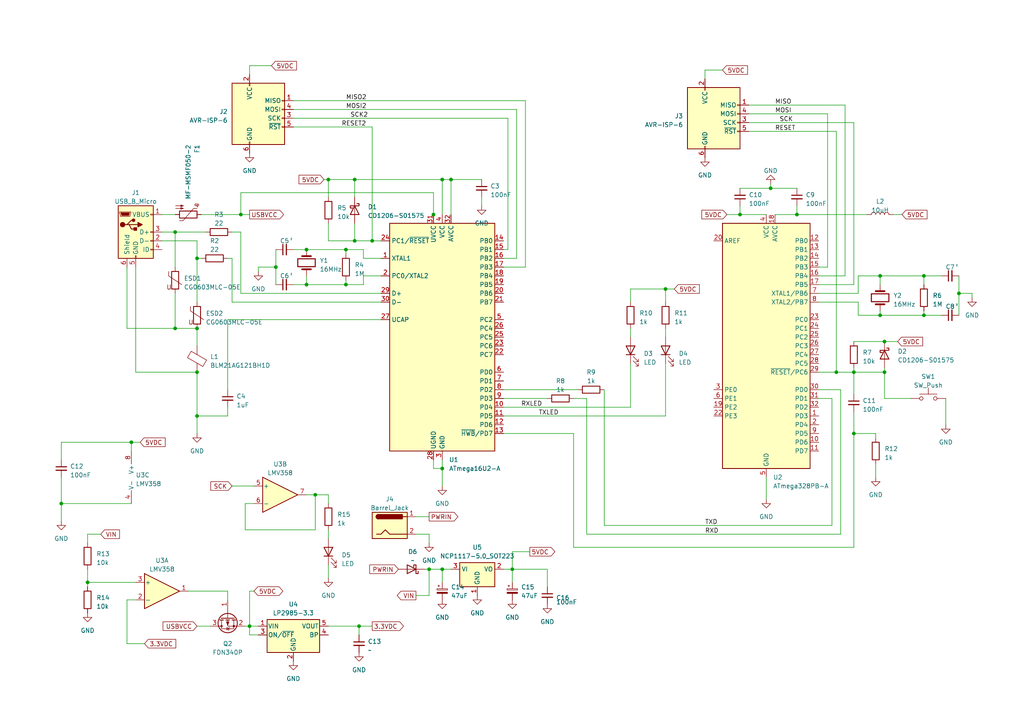
<source format=kicad_sch>
(kicad_sch (version 20230121) (generator eeschema)

  (uuid 1d5f57a3-7bc6-43a8-9a16-9948b67905c5)

  (paper "A4")

  (lib_symbols
    (symbol "Amplifier_Operational:LMV358" (pin_names (offset 0.127)) (in_bom yes) (on_board yes)
      (property "Reference" "U" (at 0 5.08 0)
        (effects (font (size 1.27 1.27)) (justify left))
      )
      (property "Value" "LMV358" (at 0 -5.08 0)
        (effects (font (size 1.27 1.27)) (justify left))
      )
      (property "Footprint" "" (at 0 0 0)
        (effects (font (size 1.27 1.27)) hide)
      )
      (property "Datasheet" "http://www.ti.com/lit/ds/symlink/lmv324.pdf" (at 0 0 0)
        (effects (font (size 1.27 1.27)) hide)
      )
      (property "ki_locked" "" (at 0 0 0)
        (effects (font (size 1.27 1.27)))
      )
      (property "ki_keywords" "single opamp" (at 0 0 0)
        (effects (font (size 1.27 1.27)) hide)
      )
      (property "ki_description" "Dual Low-Voltage Rail-to-Rail Output Operational Amplifiers, SOIC-8/SSOP-8" (at 0 0 0)
        (effects (font (size 1.27 1.27)) hide)
      )
      (property "ki_fp_filters" "SOIC*3.9x4.9mm*P1.27mm* DIP*W7.62mm* TO*99* OnSemi*Micro8* TSSOP*3x3mm*P0.65mm* TSSOP*4.4x3mm*P0.65mm* MSOP*3x3mm*P0.65mm* SSOP*3.9x4.9mm*P0.635mm* LFCSP*2x2mm*P0.5mm* *SIP* SOIC*5.3x6.2mm*P1.27mm*" (at 0 0 0)
        (effects (font (size 1.27 1.27)) hide)
      )
      (symbol "LMV358_1_1"
        (polyline
          (pts
            (xy -5.08 5.08)
            (xy 5.08 0)
            (xy -5.08 -5.08)
            (xy -5.08 5.08)
          )
          (stroke (width 0.254) (type default))
          (fill (type background))
        )
        (pin output line (at 7.62 0 180) (length 2.54)
          (name "~" (effects (font (size 1.27 1.27))))
          (number "1" (effects (font (size 1.27 1.27))))
        )
        (pin input line (at -7.62 -2.54 0) (length 2.54)
          (name "-" (effects (font (size 1.27 1.27))))
          (number "2" (effects (font (size 1.27 1.27))))
        )
        (pin input line (at -7.62 2.54 0) (length 2.54)
          (name "+" (effects (font (size 1.27 1.27))))
          (number "3" (effects (font (size 1.27 1.27))))
        )
      )
      (symbol "LMV358_2_1"
        (polyline
          (pts
            (xy -5.08 5.08)
            (xy 5.08 0)
            (xy -5.08 -5.08)
            (xy -5.08 5.08)
          )
          (stroke (width 0.254) (type default))
          (fill (type background))
        )
        (pin input line (at -7.62 2.54 0) (length 2.54)
          (name "+" (effects (font (size 1.27 1.27))))
          (number "5" (effects (font (size 1.27 1.27))))
        )
        (pin input line (at -7.62 -2.54 0) (length 2.54)
          (name "-" (effects (font (size 1.27 1.27))))
          (number "6" (effects (font (size 1.27 1.27))))
        )
        (pin output line (at 7.62 0 180) (length 2.54)
          (name "~" (effects (font (size 1.27 1.27))))
          (number "7" (effects (font (size 1.27 1.27))))
        )
      )
      (symbol "LMV358_3_1"
        (pin power_in line (at -2.54 -7.62 90) (length 3.81)
          (name "V-" (effects (font (size 1.27 1.27))))
          (number "4" (effects (font (size 1.27 1.27))))
        )
        (pin power_in line (at -2.54 7.62 270) (length 3.81)
          (name "V+" (effects (font (size 1.27 1.27))))
          (number "8" (effects (font (size 1.27 1.27))))
        )
      )
    )
    (symbol "Connector:AVR-ISP-6" (pin_names (offset 1.016)) (in_bom yes) (on_board yes)
      (property "Reference" "J" (at -6.35 11.43 0)
        (effects (font (size 1.27 1.27)) (justify left))
      )
      (property "Value" "AVR-ISP-6" (at 0 11.43 0)
        (effects (font (size 1.27 1.27)) (justify left))
      )
      (property "Footprint" "" (at -6.35 1.27 90)
        (effects (font (size 1.27 1.27)) hide)
      )
      (property "Datasheet" " ~" (at -32.385 -13.97 0)
        (effects (font (size 1.27 1.27)) hide)
      )
      (property "ki_keywords" "AVR ISP Connector" (at 0 0 0)
        (effects (font (size 1.27 1.27)) hide)
      )
      (property "ki_description" "Atmel 6-pin ISP connector" (at 0 0 0)
        (effects (font (size 1.27 1.27)) hide)
      )
      (property "ki_fp_filters" "IDC?Header*2x03* Pin?Header*2x03*" (at 0 0 0)
        (effects (font (size 1.27 1.27)) hide)
      )
      (symbol "AVR-ISP-6_0_1"
        (rectangle (start -2.667 -6.858) (end -2.413 -7.62)
          (stroke (width 0) (type default))
          (fill (type none))
        )
        (rectangle (start -2.667 10.16) (end -2.413 9.398)
          (stroke (width 0) (type default))
          (fill (type none))
        )
        (rectangle (start 7.62 -2.413) (end 6.858 -2.667)
          (stroke (width 0) (type default))
          (fill (type none))
        )
        (rectangle (start 7.62 0.127) (end 6.858 -0.127)
          (stroke (width 0) (type default))
          (fill (type none))
        )
        (rectangle (start 7.62 2.667) (end 6.858 2.413)
          (stroke (width 0) (type default))
          (fill (type none))
        )
        (rectangle (start 7.62 5.207) (end 6.858 4.953)
          (stroke (width 0) (type default))
          (fill (type none))
        )
        (rectangle (start 7.62 10.16) (end -7.62 -7.62)
          (stroke (width 0.254) (type default))
          (fill (type background))
        )
      )
      (symbol "AVR-ISP-6_1_1"
        (pin passive line (at 10.16 5.08 180) (length 2.54)
          (name "MISO" (effects (font (size 1.27 1.27))))
          (number "1" (effects (font (size 1.27 1.27))))
        )
        (pin passive line (at -2.54 12.7 270) (length 2.54)
          (name "VCC" (effects (font (size 1.27 1.27))))
          (number "2" (effects (font (size 1.27 1.27))))
        )
        (pin passive line (at 10.16 0 180) (length 2.54)
          (name "SCK" (effects (font (size 1.27 1.27))))
          (number "3" (effects (font (size 1.27 1.27))))
        )
        (pin passive line (at 10.16 2.54 180) (length 2.54)
          (name "MOSI" (effects (font (size 1.27 1.27))))
          (number "4" (effects (font (size 1.27 1.27))))
        )
        (pin passive line (at 10.16 -2.54 180) (length 2.54)
          (name "~{RST}" (effects (font (size 1.27 1.27))))
          (number "5" (effects (font (size 1.27 1.27))))
        )
        (pin passive line (at -2.54 -10.16 90) (length 2.54)
          (name "GND" (effects (font (size 1.27 1.27))))
          (number "6" (effects (font (size 1.27 1.27))))
        )
      )
    )
    (symbol "Connector:Barrel_Jack" (pin_names (offset 1.016)) (in_bom yes) (on_board yes)
      (property "Reference" "J" (at 0 5.334 0)
        (effects (font (size 1.27 1.27)))
      )
      (property "Value" "Barrel_Jack" (at 0 -5.08 0)
        (effects (font (size 1.27 1.27)))
      )
      (property "Footprint" "" (at 1.27 -1.016 0)
        (effects (font (size 1.27 1.27)) hide)
      )
      (property "Datasheet" "~" (at 1.27 -1.016 0)
        (effects (font (size 1.27 1.27)) hide)
      )
      (property "ki_keywords" "DC power barrel jack connector" (at 0 0 0)
        (effects (font (size 1.27 1.27)) hide)
      )
      (property "ki_description" "DC Barrel Jack" (at 0 0 0)
        (effects (font (size 1.27 1.27)) hide)
      )
      (property "ki_fp_filters" "BarrelJack*" (at 0 0 0)
        (effects (font (size 1.27 1.27)) hide)
      )
      (symbol "Barrel_Jack_0_1"
        (rectangle (start -5.08 3.81) (end 5.08 -3.81)
          (stroke (width 0.254) (type default))
          (fill (type background))
        )
        (arc (start -3.302 3.175) (mid -3.9343 2.54) (end -3.302 1.905)
          (stroke (width 0.254) (type default))
          (fill (type none))
        )
        (arc (start -3.302 3.175) (mid -3.9343 2.54) (end -3.302 1.905)
          (stroke (width 0.254) (type default))
          (fill (type outline))
        )
        (polyline
          (pts
            (xy 5.08 2.54)
            (xy 3.81 2.54)
          )
          (stroke (width 0.254) (type default))
          (fill (type none))
        )
        (polyline
          (pts
            (xy -3.81 -2.54)
            (xy -2.54 -2.54)
            (xy -1.27 -1.27)
            (xy 0 -2.54)
            (xy 2.54 -2.54)
            (xy 5.08 -2.54)
          )
          (stroke (width 0.254) (type default))
          (fill (type none))
        )
        (rectangle (start 3.683 3.175) (end -3.302 1.905)
          (stroke (width 0.254) (type default))
          (fill (type outline))
        )
      )
      (symbol "Barrel_Jack_1_1"
        (pin passive line (at 7.62 2.54 180) (length 2.54)
          (name "~" (effects (font (size 1.27 1.27))))
          (number "1" (effects (font (size 1.27 1.27))))
        )
        (pin passive line (at 7.62 -2.54 180) (length 2.54)
          (name "~" (effects (font (size 1.27 1.27))))
          (number "2" (effects (font (size 1.27 1.27))))
        )
      )
    )
    (symbol "Connector:USB_B_Micro" (pin_names (offset 1.016)) (in_bom yes) (on_board yes)
      (property "Reference" "J" (at -5.08 11.43 0)
        (effects (font (size 1.27 1.27)) (justify left))
      )
      (property "Value" "USB_B_Micro" (at -5.08 8.89 0)
        (effects (font (size 1.27 1.27)) (justify left))
      )
      (property "Footprint" "" (at 3.81 -1.27 0)
        (effects (font (size 1.27 1.27)) hide)
      )
      (property "Datasheet" "~" (at 3.81 -1.27 0)
        (effects (font (size 1.27 1.27)) hide)
      )
      (property "ki_keywords" "connector USB micro" (at 0 0 0)
        (effects (font (size 1.27 1.27)) hide)
      )
      (property "ki_description" "USB Micro Type B connector" (at 0 0 0)
        (effects (font (size 1.27 1.27)) hide)
      )
      (property "ki_fp_filters" "USB*" (at 0 0 0)
        (effects (font (size 1.27 1.27)) hide)
      )
      (symbol "USB_B_Micro_0_1"
        (rectangle (start -5.08 -7.62) (end 5.08 7.62)
          (stroke (width 0.254) (type default))
          (fill (type background))
        )
        (circle (center -3.81 2.159) (radius 0.635)
          (stroke (width 0.254) (type default))
          (fill (type outline))
        )
        (circle (center -0.635 3.429) (radius 0.381)
          (stroke (width 0.254) (type default))
          (fill (type outline))
        )
        (rectangle (start -0.127 -7.62) (end 0.127 -6.858)
          (stroke (width 0) (type default))
          (fill (type none))
        )
        (polyline
          (pts
            (xy -1.905 2.159)
            (xy 0.635 2.159)
          )
          (stroke (width 0.254) (type default))
          (fill (type none))
        )
        (polyline
          (pts
            (xy -3.175 2.159)
            (xy -2.54 2.159)
            (xy -1.27 3.429)
            (xy -0.635 3.429)
          )
          (stroke (width 0.254) (type default))
          (fill (type none))
        )
        (polyline
          (pts
            (xy -2.54 2.159)
            (xy -1.905 2.159)
            (xy -1.27 0.889)
            (xy 0 0.889)
          )
          (stroke (width 0.254) (type default))
          (fill (type none))
        )
        (polyline
          (pts
            (xy 0.635 2.794)
            (xy 0.635 1.524)
            (xy 1.905 2.159)
            (xy 0.635 2.794)
          )
          (stroke (width 0.254) (type default))
          (fill (type outline))
        )
        (polyline
          (pts
            (xy -4.318 5.588)
            (xy -1.778 5.588)
            (xy -2.032 4.826)
            (xy -4.064 4.826)
            (xy -4.318 5.588)
          )
          (stroke (width 0) (type default))
          (fill (type outline))
        )
        (polyline
          (pts
            (xy -4.699 5.842)
            (xy -4.699 5.588)
            (xy -4.445 4.826)
            (xy -4.445 4.572)
            (xy -1.651 4.572)
            (xy -1.651 4.826)
            (xy -1.397 5.588)
            (xy -1.397 5.842)
            (xy -4.699 5.842)
          )
          (stroke (width 0) (type default))
          (fill (type none))
        )
        (rectangle (start 0.254 1.27) (end -0.508 0.508)
          (stroke (width 0.254) (type default))
          (fill (type outline))
        )
        (rectangle (start 5.08 -5.207) (end 4.318 -4.953)
          (stroke (width 0) (type default))
          (fill (type none))
        )
        (rectangle (start 5.08 -2.667) (end 4.318 -2.413)
          (stroke (width 0) (type default))
          (fill (type none))
        )
        (rectangle (start 5.08 -0.127) (end 4.318 0.127)
          (stroke (width 0) (type default))
          (fill (type none))
        )
        (rectangle (start 5.08 4.953) (end 4.318 5.207)
          (stroke (width 0) (type default))
          (fill (type none))
        )
      )
      (symbol "USB_B_Micro_1_1"
        (pin power_out line (at 7.62 5.08 180) (length 2.54)
          (name "VBUS" (effects (font (size 1.27 1.27))))
          (number "1" (effects (font (size 1.27 1.27))))
        )
        (pin bidirectional line (at 7.62 -2.54 180) (length 2.54)
          (name "D-" (effects (font (size 1.27 1.27))))
          (number "2" (effects (font (size 1.27 1.27))))
        )
        (pin bidirectional line (at 7.62 0 180) (length 2.54)
          (name "D+" (effects (font (size 1.27 1.27))))
          (number "3" (effects (font (size 1.27 1.27))))
        )
        (pin passive line (at 7.62 -5.08 180) (length 2.54)
          (name "ID" (effects (font (size 1.27 1.27))))
          (number "4" (effects (font (size 1.27 1.27))))
        )
        (pin power_out line (at 0 -10.16 90) (length 2.54)
          (name "GND" (effects (font (size 1.27 1.27))))
          (number "5" (effects (font (size 1.27 1.27))))
        )
        (pin passive line (at -2.54 -10.16 90) (length 2.54)
          (name "Shield" (effects (font (size 1.27 1.27))))
          (number "6" (effects (font (size 1.27 1.27))))
        )
      )
    )
    (symbol "Device:C_Polarized_Small" (pin_numbers hide) (pin_names (offset 0.254) hide) (in_bom yes) (on_board yes)
      (property "Reference" "C" (at 0.254 1.778 0)
        (effects (font (size 1.27 1.27)) (justify left))
      )
      (property "Value" "C_Polarized_Small" (at 0.254 -2.032 0)
        (effects (font (size 1.27 1.27)) (justify left))
      )
      (property "Footprint" "" (at 0 0 0)
        (effects (font (size 1.27 1.27)) hide)
      )
      (property "Datasheet" "~" (at 0 0 0)
        (effects (font (size 1.27 1.27)) hide)
      )
      (property "ki_keywords" "cap capacitor" (at 0 0 0)
        (effects (font (size 1.27 1.27)) hide)
      )
      (property "ki_description" "Polarized capacitor, small symbol" (at 0 0 0)
        (effects (font (size 1.27 1.27)) hide)
      )
      (property "ki_fp_filters" "CP_*" (at 0 0 0)
        (effects (font (size 1.27 1.27)) hide)
      )
      (symbol "C_Polarized_Small_0_1"
        (rectangle (start -1.524 -0.3048) (end 1.524 -0.6858)
          (stroke (width 0) (type default))
          (fill (type outline))
        )
        (rectangle (start -1.524 0.6858) (end 1.524 0.3048)
          (stroke (width 0) (type default))
          (fill (type none))
        )
        (polyline
          (pts
            (xy -1.27 1.524)
            (xy -0.762 1.524)
          )
          (stroke (width 0) (type default))
          (fill (type none))
        )
        (polyline
          (pts
            (xy -1.016 1.27)
            (xy -1.016 1.778)
          )
          (stroke (width 0) (type default))
          (fill (type none))
        )
      )
      (symbol "C_Polarized_Small_1_1"
        (pin passive line (at 0 2.54 270) (length 1.8542)
          (name "~" (effects (font (size 1.27 1.27))))
          (number "1" (effects (font (size 1.27 1.27))))
        )
        (pin passive line (at 0 -2.54 90) (length 1.8542)
          (name "~" (effects (font (size 1.27 1.27))))
          (number "2" (effects (font (size 1.27 1.27))))
        )
      )
    )
    (symbol "Device:C_Small" (pin_numbers hide) (pin_names (offset 0.254) hide) (in_bom yes) (on_board yes)
      (property "Reference" "C" (at 0.254 1.778 0)
        (effects (font (size 1.27 1.27)) (justify left))
      )
      (property "Value" "C_Small" (at 0.254 -2.032 0)
        (effects (font (size 1.27 1.27)) (justify left))
      )
      (property "Footprint" "" (at 0 0 0)
        (effects (font (size 1.27 1.27)) hide)
      )
      (property "Datasheet" "~" (at 0 0 0)
        (effects (font (size 1.27 1.27)) hide)
      )
      (property "ki_keywords" "capacitor cap" (at 0 0 0)
        (effects (font (size 1.27 1.27)) hide)
      )
      (property "ki_description" "Unpolarized capacitor, small symbol" (at 0 0 0)
        (effects (font (size 1.27 1.27)) hide)
      )
      (property "ki_fp_filters" "C_*" (at 0 0 0)
        (effects (font (size 1.27 1.27)) hide)
      )
      (symbol "C_Small_0_1"
        (polyline
          (pts
            (xy -1.524 -0.508)
            (xy 1.524 -0.508)
          )
          (stroke (width 0.3302) (type default))
          (fill (type none))
        )
        (polyline
          (pts
            (xy -1.524 0.508)
            (xy 1.524 0.508)
          )
          (stroke (width 0.3048) (type default))
          (fill (type none))
        )
      )
      (symbol "C_Small_1_1"
        (pin passive line (at 0 2.54 270) (length 2.032)
          (name "~" (effects (font (size 1.27 1.27))))
          (number "1" (effects (font (size 1.27 1.27))))
        )
        (pin passive line (at 0 -2.54 90) (length 2.032)
          (name "~" (effects (font (size 1.27 1.27))))
          (number "2" (effects (font (size 1.27 1.27))))
        )
      )
    )
    (symbol "Device:Crystal" (pin_numbers hide) (pin_names (offset 1.016) hide) (in_bom yes) (on_board yes)
      (property "Reference" "Y" (at 0 3.81 0)
        (effects (font (size 1.27 1.27)))
      )
      (property "Value" "Crystal" (at 0 -3.81 0)
        (effects (font (size 1.27 1.27)))
      )
      (property "Footprint" "" (at 0 0 0)
        (effects (font (size 1.27 1.27)) hide)
      )
      (property "Datasheet" "~" (at 0 0 0)
        (effects (font (size 1.27 1.27)) hide)
      )
      (property "ki_keywords" "quartz ceramic resonator oscillator" (at 0 0 0)
        (effects (font (size 1.27 1.27)) hide)
      )
      (property "ki_description" "Two pin crystal" (at 0 0 0)
        (effects (font (size 1.27 1.27)) hide)
      )
      (property "ki_fp_filters" "Crystal*" (at 0 0 0)
        (effects (font (size 1.27 1.27)) hide)
      )
      (symbol "Crystal_0_1"
        (rectangle (start -1.143 2.54) (end 1.143 -2.54)
          (stroke (width 0.3048) (type default))
          (fill (type none))
        )
        (polyline
          (pts
            (xy -2.54 0)
            (xy -1.905 0)
          )
          (stroke (width 0) (type default))
          (fill (type none))
        )
        (polyline
          (pts
            (xy -1.905 -1.27)
            (xy -1.905 1.27)
          )
          (stroke (width 0.508) (type default))
          (fill (type none))
        )
        (polyline
          (pts
            (xy 1.905 -1.27)
            (xy 1.905 1.27)
          )
          (stroke (width 0.508) (type default))
          (fill (type none))
        )
        (polyline
          (pts
            (xy 2.54 0)
            (xy 1.905 0)
          )
          (stroke (width 0) (type default))
          (fill (type none))
        )
      )
      (symbol "Crystal_1_1"
        (pin passive line (at -3.81 0 0) (length 1.27)
          (name "1" (effects (font (size 1.27 1.27))))
          (number "1" (effects (font (size 1.27 1.27))))
        )
        (pin passive line (at 3.81 0 180) (length 1.27)
          (name "2" (effects (font (size 1.27 1.27))))
          (number "2" (effects (font (size 1.27 1.27))))
        )
      )
    )
    (symbol "Device:D_Schottky" (pin_numbers hide) (pin_names (offset 1.016) hide) (in_bom yes) (on_board yes)
      (property "Reference" "D" (at 0 2.54 0)
        (effects (font (size 1.27 1.27)))
      )
      (property "Value" "D_Schottky" (at 0 -2.54 0)
        (effects (font (size 1.27 1.27)))
      )
      (property "Footprint" "" (at 0 0 0)
        (effects (font (size 1.27 1.27)) hide)
      )
      (property "Datasheet" "~" (at 0 0 0)
        (effects (font (size 1.27 1.27)) hide)
      )
      (property "ki_keywords" "diode Schottky" (at 0 0 0)
        (effects (font (size 1.27 1.27)) hide)
      )
      (property "ki_description" "Schottky diode" (at 0 0 0)
        (effects (font (size 1.27 1.27)) hide)
      )
      (property "ki_fp_filters" "TO-???* *_Diode_* *SingleDiode* D_*" (at 0 0 0)
        (effects (font (size 1.27 1.27)) hide)
      )
      (symbol "D_Schottky_0_1"
        (polyline
          (pts
            (xy 1.27 0)
            (xy -1.27 0)
          )
          (stroke (width 0) (type default))
          (fill (type none))
        )
        (polyline
          (pts
            (xy 1.27 1.27)
            (xy 1.27 -1.27)
            (xy -1.27 0)
            (xy 1.27 1.27)
          )
          (stroke (width 0.254) (type default))
          (fill (type none))
        )
        (polyline
          (pts
            (xy -1.905 0.635)
            (xy -1.905 1.27)
            (xy -1.27 1.27)
            (xy -1.27 -1.27)
            (xy -0.635 -1.27)
            (xy -0.635 -0.635)
          )
          (stroke (width 0.254) (type default))
          (fill (type none))
        )
      )
      (symbol "D_Schottky_1_1"
        (pin passive line (at -3.81 0 0) (length 2.54)
          (name "K" (effects (font (size 1.27 1.27))))
          (number "1" (effects (font (size 1.27 1.27))))
        )
        (pin passive line (at 3.81 0 180) (length 2.54)
          (name "A" (effects (font (size 1.27 1.27))))
          (number "2" (effects (font (size 1.27 1.27))))
        )
      )
    )
    (symbol "Device:FerriteBead" (pin_numbers hide) (pin_names (offset 0)) (in_bom yes) (on_board yes)
      (property "Reference" "FB" (at -3.81 0.635 90)
        (effects (font (size 1.27 1.27)))
      )
      (property "Value" "FerriteBead" (at 3.81 0 90)
        (effects (font (size 1.27 1.27)))
      )
      (property "Footprint" "" (at -1.778 0 90)
        (effects (font (size 1.27 1.27)) hide)
      )
      (property "Datasheet" "~" (at 0 0 0)
        (effects (font (size 1.27 1.27)) hide)
      )
      (property "ki_keywords" "L ferrite bead inductor filter" (at 0 0 0)
        (effects (font (size 1.27 1.27)) hide)
      )
      (property "ki_description" "Ferrite bead" (at 0 0 0)
        (effects (font (size 1.27 1.27)) hide)
      )
      (property "ki_fp_filters" "Inductor_* L_* *Ferrite*" (at 0 0 0)
        (effects (font (size 1.27 1.27)) hide)
      )
      (symbol "FerriteBead_0_1"
        (polyline
          (pts
            (xy 0 -1.27)
            (xy 0 -1.2192)
          )
          (stroke (width 0) (type default))
          (fill (type none))
        )
        (polyline
          (pts
            (xy 0 1.27)
            (xy 0 1.2954)
          )
          (stroke (width 0) (type default))
          (fill (type none))
        )
        (polyline
          (pts
            (xy -2.7686 0.4064)
            (xy -1.7018 2.2606)
            (xy 2.7686 -0.3048)
            (xy 1.6764 -2.159)
            (xy -2.7686 0.4064)
          )
          (stroke (width 0) (type default))
          (fill (type none))
        )
      )
      (symbol "FerriteBead_1_1"
        (pin passive line (at 0 3.81 270) (length 2.54)
          (name "~" (effects (font (size 1.27 1.27))))
          (number "1" (effects (font (size 1.27 1.27))))
        )
        (pin passive line (at 0 -3.81 90) (length 2.54)
          (name "~" (effects (font (size 1.27 1.27))))
          (number "2" (effects (font (size 1.27 1.27))))
        )
      )
    )
    (symbol "Device:L" (pin_numbers hide) (pin_names (offset 1.016) hide) (in_bom yes) (on_board yes)
      (property "Reference" "L" (at -1.27 0 90)
        (effects (font (size 1.27 1.27)))
      )
      (property "Value" "L" (at 1.905 0 90)
        (effects (font (size 1.27 1.27)))
      )
      (property "Footprint" "" (at 0 0 0)
        (effects (font (size 1.27 1.27)) hide)
      )
      (property "Datasheet" "~" (at 0 0 0)
        (effects (font (size 1.27 1.27)) hide)
      )
      (property "ki_keywords" "inductor choke coil reactor magnetic" (at 0 0 0)
        (effects (font (size 1.27 1.27)) hide)
      )
      (property "ki_description" "Inductor" (at 0 0 0)
        (effects (font (size 1.27 1.27)) hide)
      )
      (property "ki_fp_filters" "Choke_* *Coil* Inductor_* L_*" (at 0 0 0)
        (effects (font (size 1.27 1.27)) hide)
      )
      (symbol "L_0_1"
        (arc (start 0 -2.54) (mid 0.6323 -1.905) (end 0 -1.27)
          (stroke (width 0) (type default))
          (fill (type none))
        )
        (arc (start 0 -1.27) (mid 0.6323 -0.635) (end 0 0)
          (stroke (width 0) (type default))
          (fill (type none))
        )
        (arc (start 0 0) (mid 0.6323 0.635) (end 0 1.27)
          (stroke (width 0) (type default))
          (fill (type none))
        )
        (arc (start 0 1.27) (mid 0.6323 1.905) (end 0 2.54)
          (stroke (width 0) (type default))
          (fill (type none))
        )
      )
      (symbol "L_1_1"
        (pin passive line (at 0 3.81 270) (length 1.27)
          (name "1" (effects (font (size 1.27 1.27))))
          (number "1" (effects (font (size 1.27 1.27))))
        )
        (pin passive line (at 0 -3.81 90) (length 1.27)
          (name "2" (effects (font (size 1.27 1.27))))
          (number "2" (effects (font (size 1.27 1.27))))
        )
      )
    )
    (symbol "Device:LED" (pin_numbers hide) (pin_names (offset 1.016) hide) (in_bom yes) (on_board yes)
      (property "Reference" "D" (at 0 2.54 0)
        (effects (font (size 1.27 1.27)))
      )
      (property "Value" "LED" (at 0 -2.54 0)
        (effects (font (size 1.27 1.27)))
      )
      (property "Footprint" "" (at 0 0 0)
        (effects (font (size 1.27 1.27)) hide)
      )
      (property "Datasheet" "~" (at 0 0 0)
        (effects (font (size 1.27 1.27)) hide)
      )
      (property "ki_keywords" "LED diode" (at 0 0 0)
        (effects (font (size 1.27 1.27)) hide)
      )
      (property "ki_description" "Light emitting diode" (at 0 0 0)
        (effects (font (size 1.27 1.27)) hide)
      )
      (property "ki_fp_filters" "LED* LED_SMD:* LED_THT:*" (at 0 0 0)
        (effects (font (size 1.27 1.27)) hide)
      )
      (symbol "LED_0_1"
        (polyline
          (pts
            (xy -1.27 -1.27)
            (xy -1.27 1.27)
          )
          (stroke (width 0.254) (type default))
          (fill (type none))
        )
        (polyline
          (pts
            (xy -1.27 0)
            (xy 1.27 0)
          )
          (stroke (width 0) (type default))
          (fill (type none))
        )
        (polyline
          (pts
            (xy 1.27 -1.27)
            (xy 1.27 1.27)
            (xy -1.27 0)
            (xy 1.27 -1.27)
          )
          (stroke (width 0.254) (type default))
          (fill (type none))
        )
        (polyline
          (pts
            (xy -3.048 -0.762)
            (xy -4.572 -2.286)
            (xy -3.81 -2.286)
            (xy -4.572 -2.286)
            (xy -4.572 -1.524)
          )
          (stroke (width 0) (type default))
          (fill (type none))
        )
        (polyline
          (pts
            (xy -1.778 -0.762)
            (xy -3.302 -2.286)
            (xy -2.54 -2.286)
            (xy -3.302 -2.286)
            (xy -3.302 -1.524)
          )
          (stroke (width 0) (type default))
          (fill (type none))
        )
      )
      (symbol "LED_1_1"
        (pin passive line (at -3.81 0 0) (length 2.54)
          (name "K" (effects (font (size 1.27 1.27))))
          (number "1" (effects (font (size 1.27 1.27))))
        )
        (pin passive line (at 3.81 0 180) (length 2.54)
          (name "A" (effects (font (size 1.27 1.27))))
          (number "2" (effects (font (size 1.27 1.27))))
        )
      )
    )
    (symbol "Device:R" (pin_numbers hide) (pin_names (offset 0)) (in_bom yes) (on_board yes)
      (property "Reference" "R" (at 2.032 0 90)
        (effects (font (size 1.27 1.27)))
      )
      (property "Value" "R" (at 0 0 90)
        (effects (font (size 1.27 1.27)))
      )
      (property "Footprint" "" (at -1.778 0 90)
        (effects (font (size 1.27 1.27)) hide)
      )
      (property "Datasheet" "~" (at 0 0 0)
        (effects (font (size 1.27 1.27)) hide)
      )
      (property "ki_keywords" "R res resistor" (at 0 0 0)
        (effects (font (size 1.27 1.27)) hide)
      )
      (property "ki_description" "Resistor" (at 0 0 0)
        (effects (font (size 1.27 1.27)) hide)
      )
      (property "ki_fp_filters" "R_*" (at 0 0 0)
        (effects (font (size 1.27 1.27)) hide)
      )
      (symbol "R_0_1"
        (rectangle (start -1.016 -2.54) (end 1.016 2.54)
          (stroke (width 0.254) (type default))
          (fill (type none))
        )
      )
      (symbol "R_1_1"
        (pin passive line (at 0 3.81 270) (length 1.27)
          (name "~" (effects (font (size 1.27 1.27))))
          (number "1" (effects (font (size 1.27 1.27))))
        )
        (pin passive line (at 0 -3.81 90) (length 1.27)
          (name "~" (effects (font (size 1.27 1.27))))
          (number "2" (effects (font (size 1.27 1.27))))
        )
      )
    )
    (symbol "Device:Thermistor_PTC" (pin_numbers hide) (pin_names (offset 0)) (in_bom yes) (on_board yes)
      (property "Reference" "TH" (at -4.064 0 90)
        (effects (font (size 1.27 1.27)))
      )
      (property "Value" "Thermistor_PTC" (at 3.048 0 90)
        (effects (font (size 1.27 1.27)))
      )
      (property "Footprint" "" (at 1.27 -5.08 0)
        (effects (font (size 1.27 1.27)) (justify left) hide)
      )
      (property "Datasheet" "~" (at 0 0 0)
        (effects (font (size 1.27 1.27)) hide)
      )
      (property "ki_keywords" "resistor PTC thermistor sensor RTD" (at 0 0 0)
        (effects (font (size 1.27 1.27)) hide)
      )
      (property "ki_description" "Temperature dependent resistor, positive temperature coefficient" (at 0 0 0)
        (effects (font (size 1.27 1.27)) hide)
      )
      (property "ki_fp_filters" "*PTC* *Thermistor* PIN?ARRAY* bornier* *Terminal?Block* R_*" (at 0 0 0)
        (effects (font (size 1.27 1.27)) hide)
      )
      (symbol "Thermistor_PTC_0_1"
        (arc (start -3.048 2.159) (mid -3.0495 2.3143) (end -3.175 2.413)
          (stroke (width 0) (type default))
          (fill (type none))
        )
        (arc (start -3.048 2.159) (mid -2.9736 1.9794) (end -2.794 1.905)
          (stroke (width 0) (type default))
          (fill (type none))
        )
        (arc (start -3.048 2.794) (mid -2.9736 2.6144) (end -2.794 2.54)
          (stroke (width 0) (type default))
          (fill (type none))
        )
        (arc (start -2.794 1.905) (mid -2.6144 1.9794) (end -2.54 2.159)
          (stroke (width 0) (type default))
          (fill (type none))
        )
        (arc (start -2.794 2.54) (mid -2.4393 2.5587) (end -2.159 2.794)
          (stroke (width 0) (type default))
          (fill (type none))
        )
        (arc (start -2.794 3.048) (mid -2.9736 2.9736) (end -3.048 2.794)
          (stroke (width 0) (type default))
          (fill (type none))
        )
        (arc (start -2.54 2.794) (mid -2.6144 2.9736) (end -2.794 3.048)
          (stroke (width 0) (type default))
          (fill (type none))
        )
        (rectangle (start -1.016 2.54) (end 1.016 -2.54)
          (stroke (width 0.254) (type default))
          (fill (type none))
        )
        (polyline
          (pts
            (xy -2.54 2.159)
            (xy -2.54 2.794)
          )
          (stroke (width 0) (type default))
          (fill (type none))
        )
        (polyline
          (pts
            (xy -1.778 2.54)
            (xy -1.778 1.524)
            (xy 1.778 -1.524)
            (xy 1.778 -2.54)
          )
          (stroke (width 0) (type default))
          (fill (type none))
        )
        (polyline
          (pts
            (xy -2.54 -3.683)
            (xy -2.54 -1.397)
            (xy -2.794 -2.159)
            (xy -2.286 -2.159)
            (xy -2.54 -1.397)
            (xy -2.54 -1.651)
          )
          (stroke (width 0) (type default))
          (fill (type outline))
        )
        (polyline
          (pts
            (xy -1.778 -3.683)
            (xy -1.778 -1.397)
            (xy -2.032 -2.159)
            (xy -1.524 -2.159)
            (xy -1.778 -1.397)
            (xy -1.778 -1.651)
          )
          (stroke (width 0) (type default))
          (fill (type outline))
        )
      )
      (symbol "Thermistor_PTC_1_1"
        (pin passive line (at 0 3.81 270) (length 1.27)
          (name "~" (effects (font (size 1.27 1.27))))
          (number "1" (effects (font (size 1.27 1.27))))
        )
        (pin passive line (at 0 -3.81 90) (length 1.27)
          (name "~" (effects (font (size 1.27 1.27))))
          (number "2" (effects (font (size 1.27 1.27))))
        )
      )
    )
    (symbol "Device:Varistor" (pin_numbers hide) (pin_names (offset 0)) (in_bom yes) (on_board yes)
      (property "Reference" "RV" (at 3.175 0 90)
        (effects (font (size 1.27 1.27)))
      )
      (property "Value" "Varistor" (at -3.175 0 90)
        (effects (font (size 1.27 1.27)))
      )
      (property "Footprint" "" (at -1.778 0 90)
        (effects (font (size 1.27 1.27)) hide)
      )
      (property "Datasheet" "~" (at 0 0 0)
        (effects (font (size 1.27 1.27)) hide)
      )
      (property "Sim.Name" "kicad_builtin_varistor" (at 0 0 0)
        (effects (font (size 1.27 1.27)) hide)
      )
      (property "Sim.Device" "SUBCKT" (at 0 0 0)
        (effects (font (size 1.27 1.27)) hide)
      )
      (property "Sim.Pins" "1=A 2=B" (at 0 0 0)
        (effects (font (size 1.27 1.27)) hide)
      )
      (property "Sim.Params" "threshold=1k" (at 0 0 0)
        (effects (font (size 1.27 1.27)) hide)
      )
      (property "Sim.Library" "${KICAD7_SYMBOL_DIR}/Simulation_SPICE.sp" (at 0 0 0)
        (effects (font (size 1.27 1.27)) hide)
      )
      (property "ki_keywords" "VDR resistance" (at 0 0 0)
        (effects (font (size 1.27 1.27)) hide)
      )
      (property "ki_description" "Voltage dependent resistor" (at 0 0 0)
        (effects (font (size 1.27 1.27)) hide)
      )
      (property "ki_fp_filters" "RV_* Varistor*" (at 0 0 0)
        (effects (font (size 1.27 1.27)) hide)
      )
      (symbol "Varistor_0_0"
        (text "U" (at -1.778 -2.032 0)
          (effects (font (size 1.27 1.27)))
        )
      )
      (symbol "Varistor_0_1"
        (rectangle (start -1.016 -2.54) (end 1.016 2.54)
          (stroke (width 0.254) (type default))
          (fill (type none))
        )
        (polyline
          (pts
            (xy -1.905 2.54)
            (xy -1.905 1.27)
            (xy 1.905 -1.27)
          )
          (stroke (width 0) (type default))
          (fill (type none))
        )
      )
      (symbol "Varistor_1_1"
        (pin passive line (at 0 3.81 270) (length 1.27)
          (name "~" (effects (font (size 1.27 1.27))))
          (number "1" (effects (font (size 1.27 1.27))))
        )
        (pin passive line (at 0 -3.81 90) (length 1.27)
          (name "~" (effects (font (size 1.27 1.27))))
          (number "2" (effects (font (size 1.27 1.27))))
        )
      )
    )
    (symbol "MCU_Microchip_ATmega:ATmega16U2-A" (in_bom yes) (on_board yes)
      (property "Reference" "U" (at -15.24 34.29 0)
        (effects (font (size 1.27 1.27)) (justify left bottom))
      )
      (property "Value" "ATmega16U2-A" (at 2.54 -34.29 0)
        (effects (font (size 1.27 1.27)) (justify left top))
      )
      (property "Footprint" "Package_QFP:TQFP-32_7x7mm_P0.8mm" (at 0 0 0)
        (effects (font (size 1.27 1.27) italic) hide)
      )
      (property "Datasheet" "http://ww1.microchip.com/downloads/en/DeviceDoc/doc7799.pdf" (at 0 0 0)
        (effects (font (size 1.27 1.27)) hide)
      )
      (property "ki_keywords" "AVR 8bit Microcontroller MegaAVR" (at 0 0 0)
        (effects (font (size 1.27 1.27)) hide)
      )
      (property "ki_description" "16MHz, 16kB Flash, 512B SRAM, 512B EEPROM, TQFP-32" (at 0 0 0)
        (effects (font (size 1.27 1.27)) hide)
      )
      (property "ki_fp_filters" "TQFP*7x7mm*P0.8mm*" (at 0 0 0)
        (effects (font (size 1.27 1.27)) hide)
      )
      (symbol "ATmega16U2-A_0_1"
        (rectangle (start -15.24 -33.02) (end 15.24 33.02)
          (stroke (width 0.254) (type default))
          (fill (type background))
        )
      )
      (symbol "ATmega16U2-A_1_1"
        (pin input line (at -17.78 22.86 0) (length 2.54)
          (name "XTAL1" (effects (font (size 1.27 1.27))))
          (number "1" (effects (font (size 1.27 1.27))))
        )
        (pin bidirectional line (at 17.78 -20.32 180) (length 2.54)
          (name "PD4" (effects (font (size 1.27 1.27))))
          (number "10" (effects (font (size 1.27 1.27))))
        )
        (pin bidirectional line (at 17.78 -22.86 180) (length 2.54)
          (name "PD5" (effects (font (size 1.27 1.27))))
          (number "11" (effects (font (size 1.27 1.27))))
        )
        (pin bidirectional line (at 17.78 -25.4 180) (length 2.54)
          (name "PD6" (effects (font (size 1.27 1.27))))
          (number "12" (effects (font (size 1.27 1.27))))
        )
        (pin bidirectional line (at 17.78 -27.94 180) (length 2.54)
          (name "~{HWB}/PD7" (effects (font (size 1.27 1.27))))
          (number "13" (effects (font (size 1.27 1.27))))
        )
        (pin bidirectional line (at 17.78 27.94 180) (length 2.54)
          (name "PB0" (effects (font (size 1.27 1.27))))
          (number "14" (effects (font (size 1.27 1.27))))
        )
        (pin bidirectional line (at 17.78 25.4 180) (length 2.54)
          (name "PB1" (effects (font (size 1.27 1.27))))
          (number "15" (effects (font (size 1.27 1.27))))
        )
        (pin bidirectional line (at 17.78 22.86 180) (length 2.54)
          (name "PB2" (effects (font (size 1.27 1.27))))
          (number "16" (effects (font (size 1.27 1.27))))
        )
        (pin bidirectional line (at 17.78 20.32 180) (length 2.54)
          (name "PB3" (effects (font (size 1.27 1.27))))
          (number "17" (effects (font (size 1.27 1.27))))
        )
        (pin bidirectional line (at 17.78 17.78 180) (length 2.54)
          (name "PB4" (effects (font (size 1.27 1.27))))
          (number "18" (effects (font (size 1.27 1.27))))
        )
        (pin bidirectional line (at 17.78 15.24 180) (length 2.54)
          (name "PB5" (effects (font (size 1.27 1.27))))
          (number "19" (effects (font (size 1.27 1.27))))
        )
        (pin bidirectional line (at -17.78 17.78 0) (length 2.54)
          (name "PC0/XTAL2" (effects (font (size 1.27 1.27))))
          (number "2" (effects (font (size 1.27 1.27))))
        )
        (pin bidirectional line (at 17.78 12.7 180) (length 2.54)
          (name "PB6" (effects (font (size 1.27 1.27))))
          (number "20" (effects (font (size 1.27 1.27))))
        )
        (pin bidirectional line (at 17.78 10.16 180) (length 2.54)
          (name "PB7" (effects (font (size 1.27 1.27))))
          (number "21" (effects (font (size 1.27 1.27))))
        )
        (pin bidirectional line (at 17.78 -5.08 180) (length 2.54)
          (name "PC7" (effects (font (size 1.27 1.27))))
          (number "22" (effects (font (size 1.27 1.27))))
        )
        (pin bidirectional line (at 17.78 -2.54 180) (length 2.54)
          (name "PC6" (effects (font (size 1.27 1.27))))
          (number "23" (effects (font (size 1.27 1.27))))
        )
        (pin bidirectional line (at -17.78 27.94 0) (length 2.54)
          (name "PC1/~{RESET}" (effects (font (size 1.27 1.27))))
          (number "24" (effects (font (size 1.27 1.27))))
        )
        (pin bidirectional line (at 17.78 0 180) (length 2.54)
          (name "PC5" (effects (font (size 1.27 1.27))))
          (number "25" (effects (font (size 1.27 1.27))))
        )
        (pin bidirectional line (at 17.78 2.54 180) (length 2.54)
          (name "PC4" (effects (font (size 1.27 1.27))))
          (number "26" (effects (font (size 1.27 1.27))))
        )
        (pin passive line (at -17.78 5.08 0) (length 2.54)
          (name "UCAP" (effects (font (size 1.27 1.27))))
          (number "27" (effects (font (size 1.27 1.27))))
        )
        (pin power_in line (at -2.54 -35.56 90) (length 2.54)
          (name "UGND" (effects (font (size 1.27 1.27))))
          (number "28" (effects (font (size 1.27 1.27))))
        )
        (pin bidirectional line (at -17.78 12.7 0) (length 2.54)
          (name "D+" (effects (font (size 1.27 1.27))))
          (number "29" (effects (font (size 1.27 1.27))))
        )
        (pin power_in line (at 0 -35.56 90) (length 2.54)
          (name "GND" (effects (font (size 1.27 1.27))))
          (number "3" (effects (font (size 1.27 1.27))))
        )
        (pin bidirectional line (at -17.78 10.16 0) (length 2.54)
          (name "D-" (effects (font (size 1.27 1.27))))
          (number "30" (effects (font (size 1.27 1.27))))
        )
        (pin power_in line (at -2.54 35.56 270) (length 2.54)
          (name "UVCC" (effects (font (size 1.27 1.27))))
          (number "31" (effects (font (size 1.27 1.27))))
        )
        (pin power_in line (at 2.54 35.56 270) (length 2.54)
          (name "AVCC" (effects (font (size 1.27 1.27))))
          (number "32" (effects (font (size 1.27 1.27))))
        )
        (pin power_in line (at 0 35.56 270) (length 2.54)
          (name "VCC" (effects (font (size 1.27 1.27))))
          (number "4" (effects (font (size 1.27 1.27))))
        )
        (pin bidirectional line (at 17.78 5.08 180) (length 2.54)
          (name "PC2" (effects (font (size 1.27 1.27))))
          (number "5" (effects (font (size 1.27 1.27))))
        )
        (pin bidirectional line (at 17.78 -10.16 180) (length 2.54)
          (name "PD0" (effects (font (size 1.27 1.27))))
          (number "6" (effects (font (size 1.27 1.27))))
        )
        (pin bidirectional line (at 17.78 -12.7 180) (length 2.54)
          (name "PD1" (effects (font (size 1.27 1.27))))
          (number "7" (effects (font (size 1.27 1.27))))
        )
        (pin bidirectional line (at 17.78 -15.24 180) (length 2.54)
          (name "PD2" (effects (font (size 1.27 1.27))))
          (number "8" (effects (font (size 1.27 1.27))))
        )
        (pin bidirectional line (at 17.78 -17.78 180) (length 2.54)
          (name "PD3" (effects (font (size 1.27 1.27))))
          (number "9" (effects (font (size 1.27 1.27))))
        )
      )
    )
    (symbol "MCU_Microchip_ATmega:ATmega328PB-A" (in_bom yes) (on_board yes)
      (property "Reference" "U" (at -12.7 36.83 0)
        (effects (font (size 1.27 1.27)) (justify left bottom))
      )
      (property "Value" "ATmega328PB-A" (at 2.54 -36.83 0)
        (effects (font (size 1.27 1.27)) (justify left top))
      )
      (property "Footprint" "Package_QFP:TQFP-32_7x7mm_P0.8mm" (at 0 0 0)
        (effects (font (size 1.27 1.27) italic) hide)
      )
      (property "Datasheet" "http://ww1.microchip.com/downloads/en/DeviceDoc/40001906C.pdf" (at 0 0 0)
        (effects (font (size 1.27 1.27)) hide)
      )
      (property "ki_keywords" "AVR 8bit Microcontroller MegaAVR" (at 0 0 0)
        (effects (font (size 1.27 1.27)) hide)
      )
      (property "ki_description" "20MHz, 32kB Flash, 2kB SRAM, 1kB EEPROM, TQFP-32" (at 0 0 0)
        (effects (font (size 1.27 1.27)) hide)
      )
      (property "ki_fp_filters" "TQFP*7x7mm*P0.8mm*" (at 0 0 0)
        (effects (font (size 1.27 1.27)) hide)
      )
      (symbol "ATmega328PB-A_0_1"
        (rectangle (start -12.7 -35.56) (end 12.7 35.56)
          (stroke (width 0.254) (type default))
          (fill (type background))
        )
      )
      (symbol "ATmega328PB-A_1_1"
        (pin bidirectional line (at 15.24 -20.32 180) (length 2.54)
          (name "PD3" (effects (font (size 1.27 1.27))))
          (number "1" (effects (font (size 1.27 1.27))))
        )
        (pin bidirectional line (at 15.24 -27.94 180) (length 2.54)
          (name "PD6" (effects (font (size 1.27 1.27))))
          (number "10" (effects (font (size 1.27 1.27))))
        )
        (pin bidirectional line (at 15.24 -30.48 180) (length 2.54)
          (name "PD7" (effects (font (size 1.27 1.27))))
          (number "11" (effects (font (size 1.27 1.27))))
        )
        (pin bidirectional line (at 15.24 30.48 180) (length 2.54)
          (name "PB0" (effects (font (size 1.27 1.27))))
          (number "12" (effects (font (size 1.27 1.27))))
        )
        (pin bidirectional line (at 15.24 27.94 180) (length 2.54)
          (name "PB1" (effects (font (size 1.27 1.27))))
          (number "13" (effects (font (size 1.27 1.27))))
        )
        (pin bidirectional line (at 15.24 25.4 180) (length 2.54)
          (name "PB2" (effects (font (size 1.27 1.27))))
          (number "14" (effects (font (size 1.27 1.27))))
        )
        (pin bidirectional line (at 15.24 22.86 180) (length 2.54)
          (name "PB3" (effects (font (size 1.27 1.27))))
          (number "15" (effects (font (size 1.27 1.27))))
        )
        (pin bidirectional line (at 15.24 20.32 180) (length 2.54)
          (name "PB4" (effects (font (size 1.27 1.27))))
          (number "16" (effects (font (size 1.27 1.27))))
        )
        (pin bidirectional line (at 15.24 17.78 180) (length 2.54)
          (name "PB5" (effects (font (size 1.27 1.27))))
          (number "17" (effects (font (size 1.27 1.27))))
        )
        (pin power_in line (at 2.54 38.1 270) (length 2.54)
          (name "AVCC" (effects (font (size 1.27 1.27))))
          (number "18" (effects (font (size 1.27 1.27))))
        )
        (pin bidirectional line (at -15.24 -17.78 0) (length 2.54)
          (name "PE2" (effects (font (size 1.27 1.27))))
          (number "19" (effects (font (size 1.27 1.27))))
        )
        (pin bidirectional line (at 15.24 -22.86 180) (length 2.54)
          (name "PD4" (effects (font (size 1.27 1.27))))
          (number "2" (effects (font (size 1.27 1.27))))
        )
        (pin passive line (at -15.24 30.48 0) (length 2.54)
          (name "AREF" (effects (font (size 1.27 1.27))))
          (number "20" (effects (font (size 1.27 1.27))))
        )
        (pin passive line (at 0 -38.1 90) (length 2.54) hide
          (name "GND" (effects (font (size 1.27 1.27))))
          (number "21" (effects (font (size 1.27 1.27))))
        )
        (pin bidirectional line (at -15.24 -20.32 0) (length 2.54)
          (name "PE3" (effects (font (size 1.27 1.27))))
          (number "22" (effects (font (size 1.27 1.27))))
        )
        (pin bidirectional line (at 15.24 7.62 180) (length 2.54)
          (name "PC0" (effects (font (size 1.27 1.27))))
          (number "23" (effects (font (size 1.27 1.27))))
        )
        (pin bidirectional line (at 15.24 5.08 180) (length 2.54)
          (name "PC1" (effects (font (size 1.27 1.27))))
          (number "24" (effects (font (size 1.27 1.27))))
        )
        (pin bidirectional line (at 15.24 2.54 180) (length 2.54)
          (name "PC2" (effects (font (size 1.27 1.27))))
          (number "25" (effects (font (size 1.27 1.27))))
        )
        (pin bidirectional line (at 15.24 0 180) (length 2.54)
          (name "PC3" (effects (font (size 1.27 1.27))))
          (number "26" (effects (font (size 1.27 1.27))))
        )
        (pin bidirectional line (at 15.24 -2.54 180) (length 2.54)
          (name "PC4" (effects (font (size 1.27 1.27))))
          (number "27" (effects (font (size 1.27 1.27))))
        )
        (pin bidirectional line (at 15.24 -5.08 180) (length 2.54)
          (name "PC5" (effects (font (size 1.27 1.27))))
          (number "28" (effects (font (size 1.27 1.27))))
        )
        (pin bidirectional line (at 15.24 -7.62 180) (length 2.54)
          (name "~{RESET}/PC6" (effects (font (size 1.27 1.27))))
          (number "29" (effects (font (size 1.27 1.27))))
        )
        (pin bidirectional line (at -15.24 -12.7 0) (length 2.54)
          (name "PE0" (effects (font (size 1.27 1.27))))
          (number "3" (effects (font (size 1.27 1.27))))
        )
        (pin bidirectional line (at 15.24 -12.7 180) (length 2.54)
          (name "PD0" (effects (font (size 1.27 1.27))))
          (number "30" (effects (font (size 1.27 1.27))))
        )
        (pin bidirectional line (at 15.24 -15.24 180) (length 2.54)
          (name "PD1" (effects (font (size 1.27 1.27))))
          (number "31" (effects (font (size 1.27 1.27))))
        )
        (pin bidirectional line (at 15.24 -17.78 180) (length 2.54)
          (name "PD2" (effects (font (size 1.27 1.27))))
          (number "32" (effects (font (size 1.27 1.27))))
        )
        (pin power_in line (at 0 38.1 270) (length 2.54)
          (name "VCC" (effects (font (size 1.27 1.27))))
          (number "4" (effects (font (size 1.27 1.27))))
        )
        (pin power_in line (at 0 -38.1 90) (length 2.54)
          (name "GND" (effects (font (size 1.27 1.27))))
          (number "5" (effects (font (size 1.27 1.27))))
        )
        (pin bidirectional line (at -15.24 -15.24 0) (length 2.54)
          (name "PE1" (effects (font (size 1.27 1.27))))
          (number "6" (effects (font (size 1.27 1.27))))
        )
        (pin bidirectional line (at 15.24 15.24 180) (length 2.54)
          (name "XTAL1/PB6" (effects (font (size 1.27 1.27))))
          (number "7" (effects (font (size 1.27 1.27))))
        )
        (pin bidirectional line (at 15.24 12.7 180) (length 2.54)
          (name "XTAL2/PB7" (effects (font (size 1.27 1.27))))
          (number "8" (effects (font (size 1.27 1.27))))
        )
        (pin bidirectional line (at 15.24 -25.4 180) (length 2.54)
          (name "PD5" (effects (font (size 1.27 1.27))))
          (number "9" (effects (font (size 1.27 1.27))))
        )
      )
    )
    (symbol "Regulator_Linear:LP2985-3.3" (pin_names (offset 0.254)) (in_bom yes) (on_board yes)
      (property "Reference" "U" (at -6.35 5.715 0)
        (effects (font (size 1.27 1.27)))
      )
      (property "Value" "LP2985-3.3" (at 0 5.715 0)
        (effects (font (size 1.27 1.27)) (justify left))
      )
      (property "Footprint" "Package_TO_SOT_SMD:SOT-23-5" (at 0 8.255 0)
        (effects (font (size 1.27 1.27)) hide)
      )
      (property "Datasheet" "http://www.ti.com/lit/ds/symlink/lp2985.pdf" (at 0 0 0)
        (effects (font (size 1.27 1.27)) hide)
      )
      (property "ki_keywords" "LDO regulator linear  SOT-23-5" (at 0 0 0)
        (effects (font (size 1.27 1.27)) hide)
      )
      (property "ki_description" "150mA 16V Low-noise Low-dropout Regulator With Shutdown, 3.3V output voltage, SOT-23-5" (at 0 0 0)
        (effects (font (size 1.27 1.27)) hide)
      )
      (property "ki_fp_filters" "SOT?23*" (at 0 0 0)
        (effects (font (size 1.27 1.27)) hide)
      )
      (symbol "LP2985-3.3_0_1"
        (rectangle (start -7.62 -5.08) (end 7.62 4.445)
          (stroke (width 0.254) (type default))
          (fill (type background))
        )
      )
      (symbol "LP2985-3.3_1_1"
        (pin power_in line (at -10.16 2.54 0) (length 2.54)
          (name "VIN" (effects (font (size 1.27 1.27))))
          (number "1" (effects (font (size 1.27 1.27))))
        )
        (pin power_in line (at 0 -7.62 90) (length 2.54)
          (name "GND" (effects (font (size 1.27 1.27))))
          (number "2" (effects (font (size 1.27 1.27))))
        )
        (pin input line (at -10.16 0 0) (length 2.54)
          (name "ON/~{OFF}" (effects (font (size 1.27 1.27))))
          (number "3" (effects (font (size 1.27 1.27))))
        )
        (pin input line (at 10.16 0 180) (length 2.54)
          (name "BP" (effects (font (size 1.27 1.27))))
          (number "4" (effects (font (size 1.27 1.27))))
        )
        (pin power_out line (at 10.16 2.54 180) (length 2.54)
          (name "VOUT" (effects (font (size 1.27 1.27))))
          (number "5" (effects (font (size 1.27 1.27))))
        )
      )
    )
    (symbol "Regulator_Linear:NCP1117-5.0_SOT223" (in_bom yes) (on_board yes)
      (property "Reference" "U" (at -3.81 3.175 0)
        (effects (font (size 1.27 1.27)))
      )
      (property "Value" "NCP1117-5.0_SOT223" (at 0 3.175 0)
        (effects (font (size 1.27 1.27)) (justify left))
      )
      (property "Footprint" "Package_TO_SOT_SMD:SOT-223-3_TabPin2" (at 0 5.08 0)
        (effects (font (size 1.27 1.27)) hide)
      )
      (property "Datasheet" "http://www.onsemi.com/pub_link/Collateral/NCP1117-D.PDF" (at 2.54 -6.35 0)
        (effects (font (size 1.27 1.27)) hide)
      )
      (property "ki_keywords" "REGULATOR LDO 5V" (at 0 0 0)
        (effects (font (size 1.27 1.27)) hide)
      )
      (property "ki_description" "1A Low drop-out regulator, Fixed Output 5V, SOT-223" (at 0 0 0)
        (effects (font (size 1.27 1.27)) hide)
      )
      (property "ki_fp_filters" "SOT?223*TabPin2*" (at 0 0 0)
        (effects (font (size 1.27 1.27)) hide)
      )
      (symbol "NCP1117-5.0_SOT223_0_1"
        (rectangle (start -5.08 -5.08) (end 5.08 1.905)
          (stroke (width 0.254) (type default))
          (fill (type background))
        )
      )
      (symbol "NCP1117-5.0_SOT223_1_1"
        (pin power_in line (at 0 -7.62 90) (length 2.54)
          (name "GND" (effects (font (size 1.27 1.27))))
          (number "1" (effects (font (size 1.27 1.27))))
        )
        (pin power_out line (at 7.62 0 180) (length 2.54)
          (name "VO" (effects (font (size 1.27 1.27))))
          (number "2" (effects (font (size 1.27 1.27))))
        )
        (pin power_in line (at -7.62 0 0) (length 2.54)
          (name "VI" (effects (font (size 1.27 1.27))))
          (number "3" (effects (font (size 1.27 1.27))))
        )
      )
    )
    (symbol "Switch:SW_Push" (pin_numbers hide) (pin_names (offset 1.016) hide) (in_bom yes) (on_board yes)
      (property "Reference" "SW" (at 1.27 2.54 0)
        (effects (font (size 1.27 1.27)) (justify left))
      )
      (property "Value" "SW_Push" (at 0 -1.524 0)
        (effects (font (size 1.27 1.27)))
      )
      (property "Footprint" "" (at 0 5.08 0)
        (effects (font (size 1.27 1.27)) hide)
      )
      (property "Datasheet" "~" (at 0 5.08 0)
        (effects (font (size 1.27 1.27)) hide)
      )
      (property "ki_keywords" "switch normally-open pushbutton push-button" (at 0 0 0)
        (effects (font (size 1.27 1.27)) hide)
      )
      (property "ki_description" "Push button switch, generic, two pins" (at 0 0 0)
        (effects (font (size 1.27 1.27)) hide)
      )
      (symbol "SW_Push_0_1"
        (circle (center -2.032 0) (radius 0.508)
          (stroke (width 0) (type default))
          (fill (type none))
        )
        (polyline
          (pts
            (xy 0 1.27)
            (xy 0 3.048)
          )
          (stroke (width 0) (type default))
          (fill (type none))
        )
        (polyline
          (pts
            (xy 2.54 1.27)
            (xy -2.54 1.27)
          )
          (stroke (width 0) (type default))
          (fill (type none))
        )
        (circle (center 2.032 0) (radius 0.508)
          (stroke (width 0) (type default))
          (fill (type none))
        )
        (pin passive line (at -5.08 0 0) (length 2.54)
          (name "1" (effects (font (size 1.27 1.27))))
          (number "1" (effects (font (size 1.27 1.27))))
        )
        (pin passive line (at 5.08 0 180) (length 2.54)
          (name "2" (effects (font (size 1.27 1.27))))
          (number "2" (effects (font (size 1.27 1.27))))
        )
      )
    )
    (symbol "Transistor_FET:FDN340P" (pin_names hide) (in_bom yes) (on_board yes)
      (property "Reference" "Q" (at 5.08 1.905 0)
        (effects (font (size 1.27 1.27)) (justify left))
      )
      (property "Value" "FDN340P" (at 5.08 0 0)
        (effects (font (size 1.27 1.27)) (justify left))
      )
      (property "Footprint" "Package_TO_SOT_SMD:SOT-23" (at 5.08 -1.905 0)
        (effects (font (size 1.27 1.27) italic) (justify left) hide)
      )
      (property "Datasheet" "https://www.onsemi.com/pub/Collateral/FDN340P-D.PDF" (at 0 0 0)
        (effects (font (size 1.27 1.27)) (justify left) hide)
      )
      (property "ki_keywords" "P-Channel MOSFET" (at 0 0 0)
        (effects (font (size 1.27 1.27)) hide)
      )
      (property "ki_description" "2A Id, 20V Vds, P-Channel MOSFET, 70mOhm Ron, SOT-23" (at 0 0 0)
        (effects (font (size 1.27 1.27)) hide)
      )
      (property "ki_fp_filters" "SOT?23*" (at 0 0 0)
        (effects (font (size 1.27 1.27)) hide)
      )
      (symbol "FDN340P_0_1"
        (polyline
          (pts
            (xy 0.254 0)
            (xy -2.54 0)
          )
          (stroke (width 0) (type default))
          (fill (type none))
        )
        (polyline
          (pts
            (xy 0.254 1.905)
            (xy 0.254 -1.905)
          )
          (stroke (width 0.254) (type default))
          (fill (type none))
        )
        (polyline
          (pts
            (xy 0.762 -1.27)
            (xy 0.762 -2.286)
          )
          (stroke (width 0.254) (type default))
          (fill (type none))
        )
        (polyline
          (pts
            (xy 0.762 0.508)
            (xy 0.762 -0.508)
          )
          (stroke (width 0.254) (type default))
          (fill (type none))
        )
        (polyline
          (pts
            (xy 0.762 2.286)
            (xy 0.762 1.27)
          )
          (stroke (width 0.254) (type default))
          (fill (type none))
        )
        (polyline
          (pts
            (xy 2.54 2.54)
            (xy 2.54 1.778)
          )
          (stroke (width 0) (type default))
          (fill (type none))
        )
        (polyline
          (pts
            (xy 2.54 -2.54)
            (xy 2.54 0)
            (xy 0.762 0)
          )
          (stroke (width 0) (type default))
          (fill (type none))
        )
        (polyline
          (pts
            (xy 0.762 1.778)
            (xy 3.302 1.778)
            (xy 3.302 -1.778)
            (xy 0.762 -1.778)
          )
          (stroke (width 0) (type default))
          (fill (type none))
        )
        (polyline
          (pts
            (xy 2.286 0)
            (xy 1.27 0.381)
            (xy 1.27 -0.381)
            (xy 2.286 0)
          )
          (stroke (width 0) (type default))
          (fill (type outline))
        )
        (polyline
          (pts
            (xy 2.794 -0.508)
            (xy 2.921 -0.381)
            (xy 3.683 -0.381)
            (xy 3.81 -0.254)
          )
          (stroke (width 0) (type default))
          (fill (type none))
        )
        (polyline
          (pts
            (xy 3.302 -0.381)
            (xy 2.921 0.254)
            (xy 3.683 0.254)
            (xy 3.302 -0.381)
          )
          (stroke (width 0) (type default))
          (fill (type none))
        )
        (circle (center 1.651 0) (radius 2.794)
          (stroke (width 0.254) (type default))
          (fill (type none))
        )
        (circle (center 2.54 -1.778) (radius 0.254)
          (stroke (width 0) (type default))
          (fill (type outline))
        )
        (circle (center 2.54 1.778) (radius 0.254)
          (stroke (width 0) (type default))
          (fill (type outline))
        )
      )
      (symbol "FDN340P_1_1"
        (pin input line (at -5.08 0 0) (length 2.54)
          (name "G" (effects (font (size 1.27 1.27))))
          (number "1" (effects (font (size 1.27 1.27))))
        )
        (pin passive line (at 2.54 -5.08 90) (length 2.54)
          (name "S" (effects (font (size 1.27 1.27))))
          (number "2" (effects (font (size 1.27 1.27))))
        )
        (pin passive line (at 2.54 5.08 270) (length 2.54)
          (name "D" (effects (font (size 1.27 1.27))))
          (number "3" (effects (font (size 1.27 1.27))))
        )
      )
    )
    (symbol "power:GND" (power) (pin_names (offset 0)) (in_bom yes) (on_board yes)
      (property "Reference" "#PWR" (at 0 -6.35 0)
        (effects (font (size 1.27 1.27)) hide)
      )
      (property "Value" "GND" (at 0 -3.81 0)
        (effects (font (size 1.27 1.27)))
      )
      (property "Footprint" "" (at 0 0 0)
        (effects (font (size 1.27 1.27)) hide)
      )
      (property "Datasheet" "" (at 0 0 0)
        (effects (font (size 1.27 1.27)) hide)
      )
      (property "ki_keywords" "global power" (at 0 0 0)
        (effects (font (size 1.27 1.27)) hide)
      )
      (property "ki_description" "Power symbol creates a global label with name \"GND\" , ground" (at 0 0 0)
        (effects (font (size 1.27 1.27)) hide)
      )
      (symbol "GND_0_1"
        (polyline
          (pts
            (xy 0 0)
            (xy 0 -1.27)
            (xy 1.27 -1.27)
            (xy 0 -2.54)
            (xy -1.27 -1.27)
            (xy 0 -1.27)
          )
          (stroke (width 0) (type default))
          (fill (type none))
        )
      )
      (symbol "GND_1_1"
        (pin power_in line (at 0 0 270) (length 0) hide
          (name "GND" (effects (font (size 1.27 1.27))))
          (number "1" (effects (font (size 1.27 1.27))))
        )
      )
    )
  )

  (junction (at 128.27 52.07) (diameter 0) (color 0 0 0 0)
    (uuid 06d681af-b65a-418d-96e5-336739610679)
  )
  (junction (at 95.25 52.07) (diameter 0) (color 0 0 0 0)
    (uuid 073789a2-9dc4-4a74-915b-13d1632805c9)
  )
  (junction (at 256.54 99.06) (diameter 0) (color 0 0 0 0)
    (uuid 0a4f64fa-1a51-49ec-8144-83c6a4845f3d)
  )
  (junction (at 100.33 82.55) (diameter 0) (color 0 0 0 0)
    (uuid 10033d6c-391f-45a5-ac98-5b283e193cbb)
  )
  (junction (at 50.8 95.25) (diameter 0) (color 0 0 0 0)
    (uuid 11a591ff-bcec-43aa-8e99-03be331a3c0c)
  )
  (junction (at 57.15 120.65) (diameter 0) (color 0 0 0 0)
    (uuid 1523d7ef-cc21-409d-8b89-54d11e6a90ec)
  )
  (junction (at 247.65 107.95) (diameter 0) (color 0 0 0 0)
    (uuid 2836c408-3f67-461c-8b42-296d47f46402)
  )
  (junction (at 242.57 107.95) (diameter 0) (color 0 0 0 0)
    (uuid 2abca582-2f66-4c2d-be02-571c2477f043)
  )
  (junction (at 25.4 168.91) (diameter 0) (color 0 0 0 0)
    (uuid 30352c19-2d8a-4489-b681-590582ef5dad)
  )
  (junction (at 102.87 52.07) (diameter 0) (color 0 0 0 0)
    (uuid 384c7bbe-1db9-46ad-af76-817d9ba64b46)
  )
  (junction (at 255.27 91.44) (diameter 0) (color 0 0 0 0)
    (uuid 3cec64d1-3c88-45d0-94ce-845203c5c381)
  )
  (junction (at 91.44 143.51) (diameter 0) (color 0 0 0 0)
    (uuid 3d80e0e1-2230-4f05-8170-c29ecc3e8549)
  )
  (junction (at 124.46 165.1) (diameter 0) (color 0 0 0 0)
    (uuid 3f93ae8c-f776-405c-b36e-6b964c176b0c)
  )
  (junction (at 130.81 52.07) (diameter 0) (color 0 0 0 0)
    (uuid 3fcc0232-4d67-4f0a-845c-ec94c28f0a1d)
  )
  (junction (at 247.65 125.73) (diameter 0) (color 0 0 0 0)
    (uuid 50115fb3-d626-413a-b656-2f71bf7f2db9)
  )
  (junction (at 72.39 181.61) (diameter 0) (color 0 0 0 0)
    (uuid 506e48af-c0c5-4119-9975-c143eeeb7da7)
  )
  (junction (at 223.52 54.61) (diameter 0) (color 0 0 0 0)
    (uuid 60906ef5-2506-43aa-b7f1-debedc40c75f)
  )
  (junction (at 128.27 135.89) (diameter 0) (color 0 0 0 0)
    (uuid 649f5d9e-54bd-464f-8144-540815690049)
  )
  (junction (at 267.97 80.01) (diameter 0) (color 0 0 0 0)
    (uuid 6b448224-48d0-4450-8494-44182c1c6b2f)
  )
  (junction (at 256.54 107.95) (diameter 0) (color 0 0 0 0)
    (uuid 6bbd1322-bccd-4d12-bb15-0dbc3bdf1d0f)
  )
  (junction (at 255.27 80.01) (diameter 0) (color 0 0 0 0)
    (uuid 6cce809f-2b84-4ed1-a646-2143e709c5cc)
  )
  (junction (at 88.9 72.39) (diameter 0) (color 0 0 0 0)
    (uuid 767439d3-f9d4-4f00-9ca2-ce178c7d9b76)
  )
  (junction (at 104.14 181.61) (diameter 0) (color 0 0 0 0)
    (uuid 7c064d1d-7476-4aa2-9065-00138f220537)
  )
  (junction (at 38.1 128.27) (diameter 0) (color 0 0 0 0)
    (uuid 81bce65b-245d-404b-8d4e-a749ffb2b9de)
  )
  (junction (at 100.33 72.39) (diameter 0) (color 0 0 0 0)
    (uuid 8d23cf9a-9f99-4e47-8c72-9c7798e08fb5)
  )
  (junction (at 278.13 85.09) (diameter 0) (color 0 0 0 0)
    (uuid 971c6b13-64b7-449f-a378-aa701bf9ddf7)
  )
  (junction (at 57.15 107.95) (diameter 0) (color 0 0 0 0)
    (uuid 9985d6ec-6576-4b27-8d7f-98d3b575ebd4)
  )
  (junction (at 128.27 165.1) (diameter 0) (color 0 0 0 0)
    (uuid 9fc7424d-9947-4499-8209-54b73b4fa6d0)
  )
  (junction (at 57.15 74.93) (diameter 0) (color 0 0 0 0)
    (uuid a9781e47-df31-4b4e-99d4-b128a7936c16)
  )
  (junction (at 125.73 62.23) (diameter 0) (color 0 0 0 0)
    (uuid ae995f98-945e-4af2-8bb6-5ad687158eb7)
  )
  (junction (at 80.01 77.47) (diameter 0) (color 0 0 0 0)
    (uuid afba8fa0-6bee-4cda-a489-e7efd53e9299)
  )
  (junction (at 88.9 82.55) (diameter 0) (color 0 0 0 0)
    (uuid b873d50d-0ac1-42ec-a6b8-17c331b2a85d)
  )
  (junction (at 267.97 91.44) (diameter 0) (color 0 0 0 0)
    (uuid ba7bcafb-acb7-4565-99f7-94ee29dde058)
  )
  (junction (at 57.15 95.25) (diameter 0) (color 0 0 0 0)
    (uuid bba7aba6-db87-4fde-ad60-e270470428ff)
  )
  (junction (at 107.95 69.85) (diameter 0) (color 0 0 0 0)
    (uuid be04d0d6-c716-4f98-ba6a-998f63e5b2cb)
  )
  (junction (at 50.8 67.31) (diameter 0) (color 0 0 0 0)
    (uuid be754445-ff78-4553-9b30-017bd1cee54d)
  )
  (junction (at 214.63 62.23) (diameter 0) (color 0 0 0 0)
    (uuid cfef2c37-4117-430d-98c7-463fbe5cbde2)
  )
  (junction (at 231.14 62.23) (diameter 0) (color 0 0 0 0)
    (uuid d29924e0-faae-4701-98ce-9edd79efe714)
  )
  (junction (at 193.04 83.82) (diameter 0) (color 0 0 0 0)
    (uuid d938367d-fb1c-4b98-b867-1935581cecc8)
  )
  (junction (at 69.85 62.23) (diameter 0) (color 0 0 0 0)
    (uuid daf4e0d8-26d5-4d0d-8c96-bebd3a0477a2)
  )
  (junction (at 102.87 69.85) (diameter 0) (color 0 0 0 0)
    (uuid e345f502-3e4b-4ad2-bebd-375be4299760)
  )
  (junction (at 148.59 165.1) (diameter 0) (color 0 0 0 0)
    (uuid e8224618-24f7-45dc-bf11-88080b677a58)
  )
  (junction (at 17.78 146.05) (diameter 0) (color 0 0 0 0)
    (uuid f92022c2-9885-421a-a857-776df432a9dd)
  )

  (wire (pts (xy 107.95 69.85) (xy 107.95 36.83))
    (stroke (width 0) (type default))
    (uuid 00bebef9-8a17-4abf-aadc-a6ea989f4ded)
  )
  (wire (pts (xy 223.52 54.61) (xy 231.14 54.61))
    (stroke (width 0) (type default))
    (uuid 010a2edc-e9f5-4841-8a96-c99e1c11d6a7)
  )
  (wire (pts (xy 245.11 80.01) (xy 237.49 80.01))
    (stroke (width 0) (type default))
    (uuid 01353135-063b-433e-a364-17280021996b)
  )
  (wire (pts (xy 25.4 165.1) (xy 25.4 168.91))
    (stroke (width 0) (type default))
    (uuid 016ffc6f-dc76-4cbb-99e2-f0d38bdef4ca)
  )
  (wire (pts (xy 274.32 115.57) (xy 274.32 123.19))
    (stroke (width 0) (type default))
    (uuid 01ab2289-68a5-4a05-acfb-7157a33138cb)
  )
  (wire (pts (xy 50.8 95.25) (xy 57.15 95.25))
    (stroke (width 0) (type default))
    (uuid 02897fe8-ab40-4f7a-be2c-e300b073d2c1)
  )
  (wire (pts (xy 148.59 165.1) (xy 158.75 165.1))
    (stroke (width 0) (type default))
    (uuid 03bcf85b-1102-4017-9014-747e071f38a3)
  )
  (wire (pts (xy 66.04 92.71) (xy 110.49 92.71))
    (stroke (width 0) (type default))
    (uuid 03d409df-8ab3-460f-9cb7-bf94f59edece)
  )
  (wire (pts (xy 124.46 172.72) (xy 120.65 172.72))
    (stroke (width 0) (type default))
    (uuid 049702bc-ab94-4b49-8878-35577b10dacd)
  )
  (wire (pts (xy 46.99 62.23) (xy 50.8 62.23))
    (stroke (width 0) (type default))
    (uuid 05cab221-967e-475b-9aef-47a2f3c64322)
  )
  (wire (pts (xy 69.85 85.09) (xy 110.49 85.09))
    (stroke (width 0) (type default))
    (uuid 0740841a-7572-43fb-bdec-005fe327ec85)
  )
  (wire (pts (xy 57.15 69.85) (xy 57.15 74.93))
    (stroke (width 0) (type default))
    (uuid 08c0af5b-b34f-4958-952e-36a067d330fa)
  )
  (wire (pts (xy 223.52 53.34) (xy 223.52 54.61))
    (stroke (width 0) (type default))
    (uuid 09554b7f-e468-4e7c-affe-d92e396b1b1d)
  )
  (wire (pts (xy 152.4 29.21) (xy 152.4 77.47))
    (stroke (width 0) (type default))
    (uuid 0a7db13a-ca7a-4f34-9a6e-63b2284e6f6b)
  )
  (wire (pts (xy 193.04 95.25) (xy 193.04 97.79))
    (stroke (width 0) (type default))
    (uuid 0c803b5b-1379-403a-8c34-67a1cbb137f0)
  )
  (wire (pts (xy 100.33 72.39) (xy 100.33 73.66))
    (stroke (width 0) (type default))
    (uuid 0c8dfb1f-fcbe-4957-9463-9ef12b952987)
  )
  (wire (pts (xy 149.86 31.75) (xy 149.86 74.93))
    (stroke (width 0) (type default))
    (uuid 0cef1d53-30a7-4743-9f8f-b96d27460021)
  )
  (wire (pts (xy 170.18 115.57) (xy 170.18 154.94))
    (stroke (width 0) (type default))
    (uuid 0d66f434-b26e-4689-b943-86aa635d7be1)
  )
  (wire (pts (xy 254 127) (xy 254 125.73))
    (stroke (width 0) (type default))
    (uuid 0f0f6710-31ac-4684-9a1c-0d3278686efb)
  )
  (wire (pts (xy 256.54 99.06) (xy 260.35 99.06))
    (stroke (width 0) (type default))
    (uuid 0fdd7004-84c2-45b6-b43b-862adb4fc8b7)
  )
  (wire (pts (xy 25.4 168.91) (xy 25.4 170.18))
    (stroke (width 0) (type default))
    (uuid 0fdede4a-181b-4f79-a3d7-d282abe68d1e)
  )
  (wire (pts (xy 36.83 186.69) (xy 36.83 173.99))
    (stroke (width 0) (type default))
    (uuid 1127c34c-643b-4bca-9444-270e91fb8f64)
  )
  (wire (pts (xy 166.37 158.75) (xy 247.65 158.75))
    (stroke (width 0) (type default))
    (uuid 130b7061-e94d-4278-8b6e-529a5f42667f)
  )
  (wire (pts (xy 217.17 35.56) (xy 247.65 35.56))
    (stroke (width 0) (type default))
    (uuid 14b04d1b-e249-4527-a735-161c820251c7)
  )
  (wire (pts (xy 166.37 125.73) (xy 166.37 158.75))
    (stroke (width 0) (type default))
    (uuid 152799bb-5269-4730-9363-5407fa139e2a)
  )
  (wire (pts (xy 267.97 91.44) (xy 273.05 91.44))
    (stroke (width 0) (type default))
    (uuid 157358de-ea5c-4d38-b19f-4d94a4ff8a89)
  )
  (wire (pts (xy 231.14 62.23) (xy 231.14 59.69))
    (stroke (width 0) (type default))
    (uuid 195b8d27-16a4-4e41-98b3-044cf28a04cf)
  )
  (wire (pts (xy 124.46 165.1) (xy 124.46 172.72))
    (stroke (width 0) (type default))
    (uuid 1b099537-ba74-448f-bf2e-dd3c1eb6cb71)
  )
  (wire (pts (xy 217.17 30.48) (xy 245.11 30.48))
    (stroke (width 0) (type default))
    (uuid 1bd70f0a-2d30-4e0c-8051-83d995e5479e)
  )
  (wire (pts (xy 66.04 113.03) (xy 66.04 92.71))
    (stroke (width 0) (type default))
    (uuid 1e266776-0e0d-4584-aafb-417a6867d49b)
  )
  (wire (pts (xy 93.98 52.07) (xy 95.25 52.07))
    (stroke (width 0) (type default))
    (uuid 1ea47f41-9689-40c7-bf33-ba8a2852aa0c)
  )
  (wire (pts (xy 95.25 64.77) (xy 95.25 69.85))
    (stroke (width 0) (type default))
    (uuid 1faa02ae-f4e1-43fe-b796-9264f29213de)
  )
  (wire (pts (xy 255.27 80.01) (xy 267.97 80.01))
    (stroke (width 0) (type default))
    (uuid 20866eed-b2d5-4728-833e-8bf2f0429fc4)
  )
  (wire (pts (xy 95.25 69.85) (xy 102.87 69.85))
    (stroke (width 0) (type default))
    (uuid 22672889-681c-463d-9a8f-e954dc4358f0)
  )
  (wire (pts (xy 85.09 29.21) (xy 152.4 29.21))
    (stroke (width 0) (type default))
    (uuid 23295395-ff20-475c-b8e0-8246862dbb95)
  )
  (wire (pts (xy 66.04 118.11) (xy 66.04 120.65))
    (stroke (width 0) (type default))
    (uuid 23b2ccd9-ded5-40b8-a1ed-7b859c3a770a)
  )
  (wire (pts (xy 78.74 19.05) (xy 72.39 19.05))
    (stroke (width 0) (type default))
    (uuid 24f972cf-4675-49b9-a247-176b29a9cb7d)
  )
  (wire (pts (xy 124.46 154.94) (xy 120.65 154.94))
    (stroke (width 0) (type default))
    (uuid 28620611-0948-41af-8d0d-a01efa1e665d)
  )
  (wire (pts (xy 222.25 138.43) (xy 222.25 144.78))
    (stroke (width 0) (type default))
    (uuid 28c588fe-c7df-45d1-9480-4ca1dde624c5)
  )
  (wire (pts (xy 148.59 160.02) (xy 148.59 165.1))
    (stroke (width 0) (type default))
    (uuid 29958c06-8506-4dc5-aece-c70fcba1394e)
  )
  (wire (pts (xy 57.15 69.85) (xy 46.99 69.85))
    (stroke (width 0) (type default))
    (uuid 29f6909f-57ed-4df2-a3da-410957eca23d)
  )
  (wire (pts (xy 102.87 52.07) (xy 102.87 57.15))
    (stroke (width 0) (type default))
    (uuid 2c62066a-6641-4034-9118-52cea0f9a835)
  )
  (wire (pts (xy 124.46 157.48) (xy 124.46 154.94))
    (stroke (width 0) (type default))
    (uuid 2e7e0fb5-74eb-4e5c-85a0-b7ca7878cc01)
  )
  (wire (pts (xy 254 125.73) (xy 247.65 125.73))
    (stroke (width 0) (type default))
    (uuid 2f40d732-bb2a-422a-9910-a1bcfb725670)
  )
  (wire (pts (xy 237.49 82.55) (xy 247.65 82.55))
    (stroke (width 0) (type default))
    (uuid 3006c05f-ad17-438a-91c9-ea949694b93a)
  )
  (wire (pts (xy 278.13 80.01) (xy 278.13 85.09))
    (stroke (width 0) (type default))
    (uuid 30647ac7-e5ab-4a44-a8c8-037a7755828c)
  )
  (wire (pts (xy 224.79 62.23) (xy 231.14 62.23))
    (stroke (width 0) (type default))
    (uuid 30b631ad-b445-44b1-9897-76d7868abe98)
  )
  (wire (pts (xy 104.14 181.61) (xy 95.25 181.61))
    (stroke (width 0) (type default))
    (uuid 327891bb-ba10-448a-ab9d-db2e8904c959)
  )
  (wire (pts (xy 80.01 72.39) (xy 80.01 77.47))
    (stroke (width 0) (type default))
    (uuid 329dacc5-dfe1-4656-b5b4-5f4c1de3bcdf)
  )
  (wire (pts (xy 243.84 154.94) (xy 243.84 113.03))
    (stroke (width 0) (type default))
    (uuid 334a663c-7927-475a-93cf-a96d79687657)
  )
  (wire (pts (xy 254 134.62) (xy 254 138.43))
    (stroke (width 0) (type default))
    (uuid 3417d5e3-90e2-4e16-bb77-7aa2b44da197)
  )
  (wire (pts (xy 255.27 91.44) (xy 267.97 91.44))
    (stroke (width 0) (type default))
    (uuid 34573430-204c-46b1-beb2-ae6342903fa7)
  )
  (wire (pts (xy 217.17 33.02) (xy 240.03 33.02))
    (stroke (width 0) (type default))
    (uuid 349b60a9-707b-49be-9b5f-c8a525d1edd4)
  )
  (wire (pts (xy 247.65 82.55) (xy 247.65 35.56))
    (stroke (width 0) (type default))
    (uuid 34a33786-798b-441c-9e58-1c551ba85e6f)
  )
  (wire (pts (xy 71.12 146.05) (xy 71.12 153.67))
    (stroke (width 0) (type default))
    (uuid 377a88fb-7c34-4160-8853-717deabff57e)
  )
  (wire (pts (xy 74.93 77.47) (xy 80.01 77.47))
    (stroke (width 0) (type default))
    (uuid 38d8eb5b-7bae-4c91-a978-f1d1ab4debf1)
  )
  (wire (pts (xy 231.14 62.23) (xy 251.46 62.23))
    (stroke (width 0) (type default))
    (uuid 3a1f6f50-c07d-4803-9827-e70b0c83153d)
  )
  (wire (pts (xy 139.7 52.07) (xy 130.81 52.07))
    (stroke (width 0) (type default))
    (uuid 3a7f820c-339f-4252-be7c-1075d21909af)
  )
  (wire (pts (xy 17.78 146.05) (xy 38.1 146.05))
    (stroke (width 0) (type default))
    (uuid 3ed67049-d328-47f4-b26a-2a15a95207a6)
  )
  (wire (pts (xy 85.09 72.39) (xy 88.9 72.39))
    (stroke (width 0) (type default))
    (uuid 41704e75-dff3-4409-a262-9331d484fce6)
  )
  (wire (pts (xy 256.54 106.68) (xy 256.54 107.95))
    (stroke (width 0) (type default))
    (uuid 434f0b03-88e8-4816-aaaf-c6d6db404840)
  )
  (wire (pts (xy 255.27 91.44) (xy 248.92 91.44))
    (stroke (width 0) (type default))
    (uuid 4455faa4-f898-413d-a791-240bb84b1c6c)
  )
  (wire (pts (xy 105.41 72.39) (xy 100.33 72.39))
    (stroke (width 0) (type default))
    (uuid 448fa9ee-fc9d-4c50-950b-a2b81c52e309)
  )
  (wire (pts (xy 71.12 181.61) (xy 72.39 181.61))
    (stroke (width 0) (type default))
    (uuid 452f992e-d7e7-4589-aafa-bf68fab3daeb)
  )
  (wire (pts (xy 125.73 133.35) (xy 125.73 135.89))
    (stroke (width 0) (type default))
    (uuid 45948bc4-f4b4-49b0-9058-6ca1e68200ee)
  )
  (wire (pts (xy 50.8 67.31) (xy 59.69 67.31))
    (stroke (width 0) (type default))
    (uuid 4662f486-d3f7-4706-b96f-e155fd1e82c4)
  )
  (wire (pts (xy 110.49 80.01) (xy 105.41 80.01))
    (stroke (width 0) (type default))
    (uuid 476b1a3e-9b17-44f5-8855-091a62097d34)
  )
  (wire (pts (xy 39.37 107.95) (xy 57.15 107.95))
    (stroke (width 0) (type default))
    (uuid 48189466-8178-4a53-89ec-e19bffefacc7)
  )
  (wire (pts (xy 267.97 80.01) (xy 273.05 80.01))
    (stroke (width 0) (type default))
    (uuid 482add93-9272-4156-b965-bed1c1de79bc)
  )
  (wire (pts (xy 72.39 19.05) (xy 72.39 21.59))
    (stroke (width 0) (type default))
    (uuid 48944e63-d210-4cc6-8eff-4ae5b94e0903)
  )
  (wire (pts (xy 41.91 186.69) (xy 36.83 186.69))
    (stroke (width 0) (type default))
    (uuid 4935278d-1a8c-4837-b119-e7979bb1a4e1)
  )
  (wire (pts (xy 193.04 120.65) (xy 146.05 120.65))
    (stroke (width 0) (type default))
    (uuid 496ad7ff-fa00-4b66-adbf-7c46f8f44e0b)
  )
  (wire (pts (xy 281.94 85.09) (xy 278.13 85.09))
    (stroke (width 0) (type default))
    (uuid 4aa644d0-7a3e-4ac0-8e28-d93c5b47356e)
  )
  (wire (pts (xy 110.49 69.85) (xy 107.95 69.85))
    (stroke (width 0) (type default))
    (uuid 4b3296a0-92ab-47bc-b135-bc3f06202001)
  )
  (wire (pts (xy 281.94 86.36) (xy 281.94 85.09))
    (stroke (width 0) (type default))
    (uuid 4d562960-489d-49f7-9ae1-7ea4daf7a4f7)
  )
  (wire (pts (xy 182.88 95.25) (xy 182.88 97.79))
    (stroke (width 0) (type default))
    (uuid 4dd31167-26ad-44a3-a26b-e1d461cb1f2e)
  )
  (wire (pts (xy 50.8 67.31) (xy 50.8 77.47))
    (stroke (width 0) (type default))
    (uuid 4e1f3a0d-4492-4f4f-bc5c-73c868707d87)
  )
  (wire (pts (xy 158.75 170.18) (xy 158.75 165.1))
    (stroke (width 0) (type default))
    (uuid 4ed4a2bc-8124-4433-948b-3b4fbd21b860)
  )
  (wire (pts (xy 95.25 52.07) (xy 95.25 57.15))
    (stroke (width 0) (type default))
    (uuid 50b84f34-cf81-4bc5-9192-109433687562)
  )
  (wire (pts (xy 67.31 140.97) (xy 73.66 140.97))
    (stroke (width 0) (type default))
    (uuid 5158c0a1-5202-4b34-ae18-9876b688e55c)
  )
  (wire (pts (xy 57.15 181.61) (xy 60.96 181.61))
    (stroke (width 0) (type default))
    (uuid 518e785b-0213-4f5e-bd44-f04d9dd5df3a)
  )
  (wire (pts (xy 57.15 107.95) (xy 57.15 120.65))
    (stroke (width 0) (type default))
    (uuid 52dc204c-ff20-4bcc-bac1-98df49059308)
  )
  (wire (pts (xy 247.65 158.75) (xy 247.65 125.73))
    (stroke (width 0) (type default))
    (uuid 544c7d5e-db8f-4207-a553-b8180542d75a)
  )
  (wire (pts (xy 240.03 77.47) (xy 237.49 77.47))
    (stroke (width 0) (type default))
    (uuid 556ca3f6-7b97-4bfa-9464-b21187acbbf3)
  )
  (wire (pts (xy 54.61 171.45) (xy 66.04 171.45))
    (stroke (width 0) (type default))
    (uuid 57c88c19-323f-42af-b149-b3be82d92a45)
  )
  (wire (pts (xy 214.63 54.61) (xy 223.52 54.61))
    (stroke (width 0) (type default))
    (uuid 592dce8e-ad82-432a-a6d6-af6c465ce66a)
  )
  (wire (pts (xy 146.05 115.57) (xy 158.75 115.57))
    (stroke (width 0) (type default))
    (uuid 5a28465b-7045-46b9-afbd-ce34ac7f93d2)
  )
  (wire (pts (xy 85.09 34.29) (xy 147.32 34.29))
    (stroke (width 0) (type default))
    (uuid 5a557b24-af4e-46d6-9f4c-d90355dfdf52)
  )
  (wire (pts (xy 107.95 69.85) (xy 102.87 69.85))
    (stroke (width 0) (type default))
    (uuid 5a71664c-8212-4959-a7c9-1ce129d7bd78)
  )
  (wire (pts (xy 25.4 154.94) (xy 25.4 157.48))
    (stroke (width 0) (type default))
    (uuid 5b1b5187-aae5-4729-9897-fd17ec08fe08)
  )
  (wire (pts (xy 182.88 83.82) (xy 182.88 87.63))
    (stroke (width 0) (type default))
    (uuid 5c8ed43a-eb96-4eb6-ae36-b76994c82d92)
  )
  (wire (pts (xy 88.9 143.51) (xy 91.44 143.51))
    (stroke (width 0) (type default))
    (uuid 5cd83312-0e03-43f5-99a0-935cbb2aa893)
  )
  (wire (pts (xy 67.31 74.93) (xy 67.31 87.63))
    (stroke (width 0) (type default))
    (uuid 5d15591b-394c-42dd-a5bd-a87b8b2530c9)
  )
  (wire (pts (xy 193.04 87.63) (xy 193.04 83.82))
    (stroke (width 0) (type default))
    (uuid 5d76ed2a-05e0-4295-8b0b-c069b78660fd)
  )
  (wire (pts (xy 241.3 115.57) (xy 237.49 115.57))
    (stroke (width 0) (type default))
    (uuid 5e7a633c-be7e-42ac-9b05-632ccf2c9021)
  )
  (wire (pts (xy 73.66 171.45) (xy 72.39 171.45))
    (stroke (width 0) (type default))
    (uuid 5e7ee949-0129-4bc2-8e35-643ce23c1910)
  )
  (wire (pts (xy 255.27 91.44) (xy 255.27 90.17))
    (stroke (width 0) (type default))
    (uuid 611e412b-cbf2-4087-8859-0d460163ba00)
  )
  (wire (pts (xy 182.88 118.11) (xy 146.05 118.11))
    (stroke (width 0) (type default))
    (uuid 611fb197-c79e-4988-b363-e43e0b73d8f6)
  )
  (wire (pts (xy 139.7 57.15) (xy 139.7 59.69))
    (stroke (width 0) (type default))
    (uuid 62449d83-c84d-43b3-8ed4-2e61fad3908b)
  )
  (wire (pts (xy 193.04 105.41) (xy 193.04 120.65))
    (stroke (width 0) (type default))
    (uuid 655544b8-bbfd-4880-b2f9-6ea2fbec752b)
  )
  (wire (pts (xy 128.27 133.35) (xy 128.27 135.89))
    (stroke (width 0) (type default))
    (uuid 661e660e-0b5b-4d03-b9be-ee30a1589b86)
  )
  (wire (pts (xy 38.1 128.27) (xy 40.64 128.27))
    (stroke (width 0) (type default))
    (uuid 68b4647e-1798-4c0d-93e7-11b7c01b1464)
  )
  (wire (pts (xy 248.92 91.44) (xy 248.92 87.63))
    (stroke (width 0) (type default))
    (uuid 69232d13-b94a-4e28-add6-80430a827eaa)
  )
  (wire (pts (xy 95.25 153.67) (xy 95.25 156.21))
    (stroke (width 0) (type default))
    (uuid 69cfa926-910d-461a-8417-a7250b0f9c9b)
  )
  (wire (pts (xy 214.63 62.23) (xy 214.63 59.69))
    (stroke (width 0) (type default))
    (uuid 6a805d2b-a05f-4c5a-bf79-1906b56657c3)
  )
  (wire (pts (xy 17.78 138.43) (xy 17.78 146.05))
    (stroke (width 0) (type default))
    (uuid 6c859ec2-1635-46ea-acad-157d61ab52d7)
  )
  (wire (pts (xy 57.15 74.93) (xy 57.15 87.63))
    (stroke (width 0) (type default))
    (uuid 6d1a7007-9a54-432a-a56e-1c56aeb84a0c)
  )
  (wire (pts (xy 247.65 107.95) (xy 247.65 106.68))
    (stroke (width 0) (type default))
    (uuid 6f519685-1f61-44c2-9110-4ee459ed2a62)
  )
  (wire (pts (xy 128.27 135.89) (xy 128.27 140.97))
    (stroke (width 0) (type default))
    (uuid 7073ed96-acfa-407d-9010-c6cb53dde3f3)
  )
  (wire (pts (xy 85.09 82.55) (xy 88.9 82.55))
    (stroke (width 0) (type default))
    (uuid 7121439d-5e6b-4ba2-bbee-37f4e464deaf)
  )
  (wire (pts (xy 130.81 165.1) (xy 128.27 165.1))
    (stroke (width 0) (type default))
    (uuid 72977d5f-b7c3-4eed-baaa-af753b6fc3ff)
  )
  (wire (pts (xy 36.83 77.47) (xy 36.83 95.25))
    (stroke (width 0) (type default))
    (uuid 73550aaf-3001-485b-9356-d9f51873d10b)
  )
  (wire (pts (xy 17.78 133.35) (xy 17.78 128.27))
    (stroke (width 0) (type default))
    (uuid 78b088c0-b09c-4d6e-a6e7-ce93d1f5b9d6)
  )
  (wire (pts (xy 147.32 34.29) (xy 147.32 72.39))
    (stroke (width 0) (type default))
    (uuid 78cecd76-c7e8-4c65-82d6-c3ae18d5cf09)
  )
  (wire (pts (xy 124.46 165.1) (xy 128.27 165.1))
    (stroke (width 0) (type default))
    (uuid 7baf55f7-8c71-4fb8-8dc6-153a58eb7901)
  )
  (wire (pts (xy 46.99 67.31) (xy 50.8 67.31))
    (stroke (width 0) (type default))
    (uuid 7c0b7a29-0a67-4e52-8913-2971a5305b74)
  )
  (wire (pts (xy 242.57 107.95) (xy 247.65 107.95))
    (stroke (width 0) (type default))
    (uuid 7c8617a5-c55c-4507-8bcf-a59448cbf6fe)
  )
  (wire (pts (xy 128.27 165.1) (xy 128.27 168.91))
    (stroke (width 0) (type default))
    (uuid 7d02d181-c2f6-4aed-93d4-88abe45e3578)
  )
  (wire (pts (xy 193.04 83.82) (xy 195.58 83.82))
    (stroke (width 0) (type default))
    (uuid 7db164db-c749-4566-98db-28f7d37e8e78)
  )
  (wire (pts (xy 248.92 87.63) (xy 237.49 87.63))
    (stroke (width 0) (type default))
    (uuid 7e10d1ff-6a6e-4018-8ec4-838050d77f5e)
  )
  (wire (pts (xy 182.88 105.41) (xy 182.88 118.11))
    (stroke (width 0) (type default))
    (uuid 7e4a0787-3bdc-4a93-aa5f-53d64f885f4c)
  )
  (wire (pts (xy 256.54 115.57) (xy 256.54 107.95))
    (stroke (width 0) (type default))
    (uuid 7e7e4c15-eb8e-4e0c-bb1d-05219e582f18)
  )
  (wire (pts (xy 267.97 80.01) (xy 267.97 82.55))
    (stroke (width 0) (type default))
    (uuid 80fbffcd-09f5-4538-b372-50ea2de9485d)
  )
  (wire (pts (xy 105.41 74.93) (xy 105.41 72.39))
    (stroke (width 0) (type default))
    (uuid 82c90a99-a2d4-4644-9713-56ef3fd19c97)
  )
  (wire (pts (xy 128.27 52.07) (xy 128.27 62.23))
    (stroke (width 0) (type default))
    (uuid 87941a6d-0803-411f-a1c5-466727d41bc6)
  )
  (wire (pts (xy 241.3 152.4) (xy 241.3 115.57))
    (stroke (width 0) (type default))
    (uuid 881c2672-40e1-460f-b6d9-71669d163269)
  )
  (wire (pts (xy 29.21 154.94) (xy 25.4 154.94))
    (stroke (width 0) (type default))
    (uuid 8a0a740d-f4e9-46c6-9cf6-e4e1d40b6046)
  )
  (wire (pts (xy 72.39 181.61) (xy 72.39 184.15))
    (stroke (width 0) (type default))
    (uuid 8a44a428-8b8c-4d1e-aa2c-1d286b4030cb)
  )
  (wire (pts (xy 17.78 128.27) (xy 38.1 128.27))
    (stroke (width 0) (type default))
    (uuid 8caefa45-c716-43ab-a56d-b7cf23120346)
  )
  (wire (pts (xy 210.82 62.23) (xy 214.63 62.23))
    (stroke (width 0) (type default))
    (uuid 8d1f54b7-c245-4470-9c16-94a17f1423bc)
  )
  (wire (pts (xy 278.13 85.09) (xy 278.13 91.44))
    (stroke (width 0) (type default))
    (uuid 8e410220-54d6-4f3e-b21c-0335da649253)
  )
  (wire (pts (xy 69.85 67.31) (xy 69.85 85.09))
    (stroke (width 0) (type default))
    (uuid 8f6b1235-f485-40ee-b4d7-626aaf585d22)
  )
  (wire (pts (xy 71.12 153.67) (xy 91.44 153.67))
    (stroke (width 0) (type default))
    (uuid 900fd0da-9b2b-48d1-82e9-728587a7c9c2)
  )
  (wire (pts (xy 248.92 80.01) (xy 248.92 85.09))
    (stroke (width 0) (type default))
    (uuid 90219f84-0249-4619-9f17-a43badebe64c)
  )
  (wire (pts (xy 36.83 95.25) (xy 50.8 95.25))
    (stroke (width 0) (type default))
    (uuid 9027d08c-44b1-4a49-bac8-7b6d91e276c8)
  )
  (wire (pts (xy 66.04 74.93) (xy 67.31 74.93))
    (stroke (width 0) (type default))
    (uuid 91168935-6032-4566-b23a-a07502fbd6c9)
  )
  (wire (pts (xy 240.03 33.02) (xy 240.03 77.47))
    (stroke (width 0) (type default))
    (uuid 91b4185d-76e5-48f8-a9a0-099620d015ed)
  )
  (wire (pts (xy 148.59 168.91) (xy 148.59 165.1))
    (stroke (width 0) (type default))
    (uuid 926f1ba3-4011-4307-b8a4-56141114ec49)
  )
  (wire (pts (xy 57.15 95.25) (xy 57.15 100.33))
    (stroke (width 0) (type default))
    (uuid 92f41497-9cab-478b-b50c-0df0e97c058f)
  )
  (wire (pts (xy 38.1 128.27) (xy 38.1 130.81))
    (stroke (width 0) (type default))
    (uuid 96a8b948-5890-4221-b77d-b2eb9f11d2b7)
  )
  (wire (pts (xy 175.26 152.4) (xy 241.3 152.4))
    (stroke (width 0) (type default))
    (uuid 984c1fb5-3a9d-4840-b7e2-963e999a082d)
  )
  (wire (pts (xy 247.65 107.95) (xy 247.65 114.3))
    (stroke (width 0) (type default))
    (uuid 992304bd-c227-43e0-b5ce-c84547ac2e5c)
  )
  (wire (pts (xy 247.65 125.73) (xy 247.65 119.38))
    (stroke (width 0) (type default))
    (uuid 9ba215c3-02a4-4acc-a67b-57855c50369f)
  )
  (wire (pts (xy 153.67 160.02) (xy 148.59 160.02))
    (stroke (width 0) (type default))
    (uuid 9ce07642-0a3f-455c-8f88-aa9210a24ddf)
  )
  (wire (pts (xy 74.93 78.74) (xy 74.93 77.47))
    (stroke (width 0) (type default))
    (uuid 9d48ae6a-6d2e-4dad-b43f-ff886c3a6468)
  )
  (wire (pts (xy 125.73 55.88) (xy 69.85 55.88))
    (stroke (width 0) (type default))
    (uuid 9da0edb5-c66d-48b5-81ea-75b3f5329c5b)
  )
  (wire (pts (xy 100.33 72.39) (xy 88.9 72.39))
    (stroke (width 0) (type default))
    (uuid a07a55b2-2e05-4853-a064-82a541b6f1ea)
  )
  (wire (pts (xy 17.78 146.05) (xy 17.78 151.13))
    (stroke (width 0) (type default))
    (uuid a369c39b-acda-4411-8929-ee696d4b1069)
  )
  (wire (pts (xy 100.33 81.28) (xy 100.33 82.55))
    (stroke (width 0) (type default))
    (uuid a4c2e7cb-2ee0-4fef-bbea-acddd71afbf0)
  )
  (wire (pts (xy 39.37 77.47) (xy 39.37 107.95))
    (stroke (width 0) (type default))
    (uuid a506a056-9968-42d8-a765-4a8a0f818c30)
  )
  (wire (pts (xy 166.37 115.57) (xy 170.18 115.57))
    (stroke (width 0) (type default))
    (uuid a9afffb0-35f6-4880-b0ab-fe1d3c06d6b3)
  )
  (wire (pts (xy 175.26 113.03) (xy 175.26 152.4))
    (stroke (width 0) (type default))
    (uuid aa092541-5bce-48b3-831a-86c9fe081e87)
  )
  (wire (pts (xy 130.81 52.07) (xy 128.27 52.07))
    (stroke (width 0) (type default))
    (uuid acc9cf06-7e25-467e-a4a5-c5f640070435)
  )
  (wire (pts (xy 110.49 74.93) (xy 105.41 74.93))
    (stroke (width 0) (type default))
    (uuid ae153e52-9b16-41eb-8f37-4d6a56266d01)
  )
  (wire (pts (xy 72.39 171.45) (xy 72.39 181.61))
    (stroke (width 0) (type default))
    (uuid b020b6e8-ac38-4db9-95a7-bc98ef9b65b6)
  )
  (wire (pts (xy 105.41 80.01) (xy 105.41 82.55))
    (stroke (width 0) (type default))
    (uuid b024f03b-b157-4df4-93ad-8e2f3158eb3e)
  )
  (wire (pts (xy 104.14 181.61) (xy 107.95 181.61))
    (stroke (width 0) (type default))
    (uuid b19319b2-60cc-4b1f-918f-f64065fb8d68)
  )
  (wire (pts (xy 247.65 107.95) (xy 256.54 107.95))
    (stroke (width 0) (type default))
    (uuid b1ab16fd-cbfe-455d-8cd1-c9b03f2af8c3)
  )
  (wire (pts (xy 102.87 52.07) (xy 128.27 52.07))
    (stroke (width 0) (type default))
    (uuid b2fe53b4-ce3d-49bf-b55e-77ab70fee4da)
  )
  (wire (pts (xy 255.27 80.01) (xy 255.27 82.55))
    (stroke (width 0) (type default))
    (uuid b352a90e-a7b8-4a73-a951-307771a5a3f4)
  )
  (wire (pts (xy 193.04 83.82) (xy 182.88 83.82))
    (stroke (width 0) (type default))
    (uuid b48f3d23-f65b-4f05-b708-69649f06890a)
  )
  (wire (pts (xy 125.73 63.5) (xy 125.73 62.23))
    (stroke (width 0) (type default))
    (uuid b4cb65e7-d134-4767-9f3d-aff5d483523e)
  )
  (wire (pts (xy 57.15 74.93) (xy 58.42 74.93))
    (stroke (width 0) (type default))
    (uuid b89dcc19-2711-4a25-9b8c-b9780716cd49)
  )
  (wire (pts (xy 95.25 146.05) (xy 95.25 143.51))
    (stroke (width 0) (type default))
    (uuid b8e631a4-73e3-43e6-8d8d-6948cf380009)
  )
  (wire (pts (xy 255.27 80.01) (xy 248.92 80.01))
    (stroke (width 0) (type default))
    (uuid bd5bf215-7d17-46ea-9f9a-87c7e17a21cc)
  )
  (wire (pts (xy 67.31 67.31) (xy 69.85 67.31))
    (stroke (width 0) (type default))
    (uuid be2e86b6-fc31-4ced-b7aa-17f97b3720dc)
  )
  (wire (pts (xy 69.85 62.23) (xy 72.39 62.23))
    (stroke (width 0) (type default))
    (uuid be5a0709-61e0-45c6-a7e4-93196750835c)
  )
  (wire (pts (xy 245.11 30.48) (xy 245.11 80.01))
    (stroke (width 0) (type default))
    (uuid bee4f445-d9c0-4bc1-ba48-602386393d24)
  )
  (wire (pts (xy 102.87 69.85) (xy 102.87 64.77))
    (stroke (width 0) (type default))
    (uuid bf45d2a6-c036-416a-9d07-a50d2bc718ed)
  )
  (wire (pts (xy 91.44 143.51) (xy 95.25 143.51))
    (stroke (width 0) (type default))
    (uuid bfaa3796-65fb-4de5-a2ed-46baf44ddd92)
  )
  (wire (pts (xy 243.84 113.03) (xy 237.49 113.03))
    (stroke (width 0) (type default))
    (uuid c14ca8ed-23d4-4499-a6ea-319081b608be)
  )
  (wire (pts (xy 125.73 62.23) (xy 125.73 55.88))
    (stroke (width 0) (type default))
    (uuid c2d6b051-246e-4f8b-8c18-0795ee994ccc)
  )
  (wire (pts (xy 146.05 113.03) (xy 167.64 113.03))
    (stroke (width 0) (type default))
    (uuid c419c5d8-0213-4095-a3d9-9028ea66d891)
  )
  (wire (pts (xy 149.86 74.93) (xy 146.05 74.93))
    (stroke (width 0) (type default))
    (uuid c5720534-6e44-4c4a-ad5c-04ec7400bcb0)
  )
  (wire (pts (xy 80.01 77.47) (xy 80.01 82.55))
    (stroke (width 0) (type default))
    (uuid c7679441-94fa-45a4-b381-7c6853cb7fb0)
  )
  (wire (pts (xy 73.66 146.05) (xy 71.12 146.05))
    (stroke (width 0) (type default))
    (uuid c871ccf1-22d3-4fc5-b489-03c2631cc2a6)
  )
  (wire (pts (xy 237.49 107.95) (xy 242.57 107.95))
    (stroke (width 0) (type default))
    (uuid c8a34387-71c7-4573-b205-bbf1f615bae1)
  )
  (wire (pts (xy 69.85 55.88) (xy 69.85 62.23))
    (stroke (width 0) (type default))
    (uuid cae3d0ed-e718-4536-b415-2f5df106344d)
  )
  (wire (pts (xy 66.04 171.45) (xy 66.04 173.99))
    (stroke (width 0) (type default))
    (uuid cbb0fed3-f20a-4c8c-bc40-9ed8f0696945)
  )
  (wire (pts (xy 107.95 36.83) (xy 85.09 36.83))
    (stroke (width 0) (type default))
    (uuid cc7a0eb5-d2da-4679-9bac-b5ac7a1eaedd)
  )
  (wire (pts (xy 25.4 168.91) (xy 39.37 168.91))
    (stroke (width 0) (type default))
    (uuid cd2c7c81-c598-4214-8f44-f125df276234)
  )
  (wire (pts (xy 147.32 72.39) (xy 146.05 72.39))
    (stroke (width 0) (type default))
    (uuid d068128c-78de-4e46-b361-7da1117ec17c)
  )
  (wire (pts (xy 57.15 120.65) (xy 57.15 125.73))
    (stroke (width 0) (type default))
    (uuid d0b8612d-5083-452f-9b5b-9b9d975a1c6a)
  )
  (wire (pts (xy 242.57 107.95) (xy 242.57 38.1))
    (stroke (width 0) (type default))
    (uuid d4646682-2ae7-457f-990f-f199a34a2193)
  )
  (wire (pts (xy 130.81 52.07) (xy 130.81 62.23))
    (stroke (width 0) (type default))
    (uuid d4ef2981-ba8e-470f-937d-6a0d1e1c2ef9)
  )
  (wire (pts (xy 125.73 135.89) (xy 128.27 135.89))
    (stroke (width 0) (type default))
    (uuid d6a92d9a-a39c-4096-89db-d270a5f11b98)
  )
  (wire (pts (xy 67.31 87.63) (xy 110.49 87.63))
    (stroke (width 0) (type default))
    (uuid d72755bc-90ba-4ca3-bf78-2e9725da2a70)
  )
  (wire (pts (xy 264.16 115.57) (xy 256.54 115.57))
    (stroke (width 0) (type default))
    (uuid d78ca02b-9b2d-412b-b53d-a26da9da9451)
  )
  (wire (pts (xy 222.25 62.23) (xy 214.63 62.23))
    (stroke (width 0) (type default))
    (uuid d7da6ec5-d2ff-42ef-878f-118784cf2ecf)
  )
  (wire (pts (xy 242.57 38.1) (xy 217.17 38.1))
    (stroke (width 0) (type default))
    (uuid d88d6054-7a03-418d-b18d-39e40108c699)
  )
  (wire (pts (xy 72.39 181.61) (xy 74.93 181.61))
    (stroke (width 0) (type default))
    (uuid d8d6422c-68aa-456f-b9bb-b7fc772a141e)
  )
  (wire (pts (xy 85.09 31.75) (xy 149.86 31.75))
    (stroke (width 0) (type default))
    (uuid d92ef0a4-b19f-4bfc-97f9-8f72780e5116)
  )
  (wire (pts (xy 267.97 90.17) (xy 267.97 91.44))
    (stroke (width 0) (type default))
    (uuid da00454e-209a-46ff-a921-ed027d1a5830)
  )
  (wire (pts (xy 91.44 153.67) (xy 91.44 143.51))
    (stroke (width 0) (type default))
    (uuid dab1b93b-c06f-4f0d-8af1-ea59bad230e2)
  )
  (wire (pts (xy 146.05 125.73) (xy 166.37 125.73))
    (stroke (width 0) (type default))
    (uuid ddc75c8f-b3eb-418f-88be-da048dd65bf9)
  )
  (wire (pts (xy 50.8 85.09) (xy 50.8 95.25))
    (stroke (width 0) (type default))
    (uuid df052cea-4744-4719-86bc-34f9bbc9442e)
  )
  (wire (pts (xy 88.9 82.55) (xy 88.9 80.01))
    (stroke (width 0) (type default))
    (uuid e1f1a01f-2b03-4da9-8bb5-c396891da38f)
  )
  (wire (pts (xy 95.25 52.07) (xy 102.87 52.07))
    (stroke (width 0) (type default))
    (uuid e2d86dd1-1805-4b65-ae19-b83d2cbfd5fd)
  )
  (wire (pts (xy 170.18 154.94) (xy 243.84 154.94))
    (stroke (width 0) (type default))
    (uuid e31ba344-2304-43d9-8652-af2f5f8b74bc)
  )
  (wire (pts (xy 120.65 149.86) (xy 124.46 149.86))
    (stroke (width 0) (type default))
    (uuid e3354d2b-ff63-403a-bd48-1e2544becbf9)
  )
  (wire (pts (xy 95.25 163.83) (xy 95.25 167.64))
    (stroke (width 0) (type default))
    (uuid e3fdc81e-3f87-4bd0-9efa-55f9df62cffa)
  )
  (wire (pts (xy 148.59 165.1) (xy 146.05 165.1))
    (stroke (width 0) (type default))
    (uuid e55eb282-9884-4644-b57a-b414c94ca122)
  )
  (wire (pts (xy 104.14 184.15) (xy 104.14 181.61))
    (stroke (width 0) (type default))
    (uuid e891f092-ba46-40fb-b75f-38c955ec8665)
  )
  (wire (pts (xy 123.19 165.1) (xy 124.46 165.1))
    (stroke (width 0) (type default))
    (uuid e9518a8f-08dc-4aad-9541-4efeac2666a2)
  )
  (wire (pts (xy 100.33 82.55) (xy 105.41 82.55))
    (stroke (width 0) (type default))
    (uuid ea34ea33-02b1-4310-8f3c-89240310d908)
  )
  (wire (pts (xy 204.47 20.32) (xy 204.47 22.86))
    (stroke (width 0) (type default))
    (uuid ee610c6e-a8df-42d8-b791-dfc473c0ffa1)
  )
  (wire (pts (xy 74.93 184.15) (xy 72.39 184.15))
    (stroke (width 0) (type default))
    (uuid f2103aac-a26e-4a87-8330-798f697ecf38)
  )
  (wire (pts (xy 58.42 62.23) (xy 69.85 62.23))
    (stroke (width 0) (type default))
    (uuid f29c196b-81a5-45c8-9888-8cc307e31e06)
  )
  (wire (pts (xy 36.83 173.99) (xy 39.37 173.99))
    (stroke (width 0) (type default))
    (uuid f34b4460-0ae4-45c0-a2e8-5f8846c33995)
  )
  (wire (pts (xy 247.65 99.06) (xy 256.54 99.06))
    (stroke (width 0) (type default))
    (uuid f36e6b0b-f106-4425-91bf-3da568cf94c3)
  )
  (wire (pts (xy 100.33 82.55) (xy 88.9 82.55))
    (stroke (width 0) (type default))
    (uuid f799418b-66c8-4072-84bb-5063bb6d340e)
  )
  (wire (pts (xy 152.4 77.47) (xy 146.05 77.47))
    (stroke (width 0) (type default))
    (uuid f8f292ec-d271-4ea4-baff-227824bb01c0)
  )
  (wire (pts (xy 248.92 85.09) (xy 237.49 85.09))
    (stroke (width 0) (type default))
    (uuid f9c3da98-a86c-4b23-bc89-592401a06f0a)
  )
  (wire (pts (xy 209.55 20.32) (xy 204.47 20.32))
    (stroke (width 0) (type default))
    (uuid fdd66322-a7e2-46d2-9892-9c404e932004)
  )
  (wire (pts (xy 259.08 62.23) (xy 261.62 62.23))
    (stroke (width 0) (type default))
    (uuid feaa6f4f-5d1f-4669-9df8-ce66ae17a8d0)
  )
  (wire (pts (xy 57.15 120.65) (xy 66.04 120.65))
    (stroke (width 0) (type default))
    (uuid feb84202-bc8b-4c78-913d-374067e0c301)
  )

  (label "SCK2" (at 101.6 34.29 0) (fields_autoplaced)
    (effects (font (size 1.27 1.27)) (justify left bottom))
    (uuid 0067408e-afd9-47e9-96bb-0a2494f6bc80)
  )
  (label "RESET" (at 224.79 38.1 0) (fields_autoplaced)
    (effects (font (size 1.27 1.27)) (justify left bottom))
    (uuid 0786c838-8091-4d12-aeaf-2fdb960f1c46)
  )
  (label "TXLED" (at 156.21 120.65 0) (fields_autoplaced)
    (effects (font (size 1.27 1.27)) (justify left bottom))
    (uuid 1184da7a-f506-4895-a353-11406ecfbaf8)
  )
  (label "SCK" (at 226.06 35.56 0) (fields_autoplaced)
    (effects (font (size 1.27 1.27)) (justify left bottom))
    (uuid 38dc1bb2-dfe2-44fe-b0cd-d9eff856f43e)
  )
  (label "RESET2" (at 99.06 36.83 0) (fields_autoplaced)
    (effects (font (size 1.27 1.27)) (justify left bottom))
    (uuid 480dc6d2-9ca3-4958-b7be-6927661a2e41)
  )
  (label "MOSI" (at 224.79 33.02 0) (fields_autoplaced)
    (effects (font (size 1.27 1.27)) (justify left bottom))
    (uuid 53ab1fe1-1a31-454b-89b6-8520cb52a8ea)
  )
  (label "RXLED" (at 151.13 118.11 0) (fields_autoplaced)
    (effects (font (size 1.27 1.27)) (justify left bottom))
    (uuid 53eff98b-a982-42d6-96ca-10177e525065)
  )
  (label "TXD" (at 204.47 152.4 0) (fields_autoplaced)
    (effects (font (size 1.27 1.27)) (justify left bottom))
    (uuid 56358a2b-9a83-4dcd-912f-64a39cc125e7)
  )
  (label "MOSI2" (at 100.33 31.75 0) (fields_autoplaced)
    (effects (font (size 1.27 1.27)) (justify left bottom))
    (uuid 8f2c5779-d0d7-445e-8e5a-4c3e088c5cb3)
  )
  (label "RXD" (at 204.47 154.94 0) (fields_autoplaced)
    (effects (font (size 1.27 1.27)) (justify left bottom))
    (uuid 96cba51a-e21c-4a9c-b80b-f60a814c8ef8)
  )
  (label "MISO2" (at 100.33 29.21 0) (fields_autoplaced)
    (effects (font (size 1.27 1.27)) (justify left bottom))
    (uuid 9cbc1efd-9ed4-4c94-b7b6-f0dfab5399d4)
  )
  (label "MISO" (at 224.79 30.48 0) (fields_autoplaced)
    (effects (font (size 1.27 1.27)) (justify left bottom))
    (uuid cde6eec5-ee84-4a54-b915-f37a9ebd3d69)
  )

  (global_label "VIN" (shape output) (at 120.65 172.72 180) (fields_autoplaced)
    (effects (font (size 1.27 1.27)) (justify right))
    (uuid 03384364-36aa-438c-8389-b4a0df12002a)
    (property "Intersheetrefs" "${INTERSHEET_REFS}" (at 114.7203 172.72 0)
      (effects (font (size 1.27 1.27)) (justify right) hide)
    )
  )
  (global_label "5VDC" (shape input) (at 210.82 62.23 180) (fields_autoplaced)
    (effects (font (size 1.27 1.27)) (justify right))
    (uuid 0ec0063a-ae60-4d52-ae0b-f0d1cf9d995a)
    (property "Intersheetrefs" "${INTERSHEET_REFS}" (at 203.0761 62.23 0)
      (effects (font (size 1.27 1.27)) (justify right) hide)
    )
  )
  (global_label "5VDC" (shape input) (at 40.64 128.27 0) (fields_autoplaced)
    (effects (font (size 1.27 1.27)) (justify left))
    (uuid 10bfa973-2b8d-41fa-96f8-8db7949479bc)
    (property "Intersheetrefs" "${INTERSHEET_REFS}" (at 48.3839 128.27 0)
      (effects (font (size 1.27 1.27)) (justify left) hide)
    )
  )
  (global_label "5VDC" (shape input) (at 78.74 19.05 0) (fields_autoplaced)
    (effects (font (size 1.27 1.27)) (justify left))
    (uuid 10d043ba-ebfa-48c4-a4d4-735695d28411)
    (property "Intersheetrefs" "${INTERSHEET_REFS}" (at 86.4839 19.05 0)
      (effects (font (size 1.27 1.27)) (justify left) hide)
    )
  )
  (global_label "5VDC" (shape output) (at 153.67 160.02 0) (fields_autoplaced)
    (effects (font (size 1.27 1.27)) (justify left))
    (uuid 2550c2de-8f75-42d0-860a-21fba31ac164)
    (property "Intersheetrefs" "${INTERSHEET_REFS}" (at 161.4139 160.02 0)
      (effects (font (size 1.27 1.27)) (justify left) hide)
    )
  )
  (global_label "5VDC" (shape input) (at 261.62 62.23 0) (fields_autoplaced)
    (effects (font (size 1.27 1.27)) (justify left))
    (uuid 25c874ad-1b1a-47bd-91f7-72248bbb0191)
    (property "Intersheetrefs" "${INTERSHEET_REFS}" (at 269.3639 62.23 0)
      (effects (font (size 1.27 1.27)) (justify left) hide)
    )
  )
  (global_label "PWRIN" (shape output) (at 124.46 149.86 0) (fields_autoplaced)
    (effects (font (size 1.27 1.27)) (justify left))
    (uuid 3fc552c2-bb55-4e4f-a22e-9fb40aba9d87)
    (property "Intersheetrefs" "${INTERSHEET_REFS}" (at 133.2925 149.86 0)
      (effects (font (size 1.27 1.27)) (justify left) hide)
    )
  )
  (global_label "USBVCC" (shape output) (at 72.39 62.23 0) (fields_autoplaced)
    (effects (font (size 1.27 1.27)) (justify left))
    (uuid 4f7b0f94-4298-48c2-98b4-da26d31d6039)
    (property "Intersheetrefs" "${INTERSHEET_REFS}" (at 82.7344 62.23 0)
      (effects (font (size 1.27 1.27)) (justify left) hide)
    )
  )
  (global_label "3.3VDC" (shape output) (at 107.95 181.61 0) (fields_autoplaced)
    (effects (font (size 1.27 1.27)) (justify left))
    (uuid 5f28ff73-a0ec-4ab5-863c-7b3e1b54a71e)
    (property "Intersheetrefs" "${INTERSHEET_REFS}" (at 117.5082 181.61 0)
      (effects (font (size 1.27 1.27)) (justify left) hide)
    )
  )
  (global_label "SCK" (shape input) (at 67.31 140.97 180) (fields_autoplaced)
    (effects (font (size 1.27 1.27)) (justify right))
    (uuid 6e294de2-361e-45c9-b455-0619b71fb069)
    (property "Intersheetrefs" "${INTERSHEET_REFS}" (at 60.6547 140.97 0)
      (effects (font (size 1.27 1.27)) (justify right) hide)
    )
  )
  (global_label "5VDC" (shape bidirectional) (at 73.66 171.45 0) (fields_autoplaced)
    (effects (font (size 1.27 1.27)) (justify left))
    (uuid 8c88f69f-9b27-4098-9601-126388dd8e8c)
    (property "Intersheetrefs" "${INTERSHEET_REFS}" (at 82.5152 171.45 0)
      (effects (font (size 1.27 1.27)) (justify left) hide)
    )
  )
  (global_label "VIN" (shape input) (at 29.21 154.94 0) (fields_autoplaced)
    (effects (font (size 1.27 1.27)) (justify left))
    (uuid 8d46543a-c1d4-4950-91e0-89820d26f41f)
    (property "Intersheetrefs" "${INTERSHEET_REFS}" (at 35.1397 154.94 0)
      (effects (font (size 1.27 1.27)) (justify left) hide)
    )
  )
  (global_label "USBVCC" (shape input) (at 57.15 181.61 180) (fields_autoplaced)
    (effects (font (size 1.27 1.27)) (justify right))
    (uuid b1b805ea-608f-438d-9e8c-b428ec340443)
    (property "Intersheetrefs" "${INTERSHEET_REFS}" (at 46.8056 181.61 0)
      (effects (font (size 1.27 1.27)) (justify right) hide)
    )
  )
  (global_label "3.3VDC" (shape input) (at 41.91 186.69 0) (fields_autoplaced)
    (effects (font (size 1.27 1.27)) (justify left))
    (uuid bc119569-2b80-4e65-8fbd-3397b7a2fa57)
    (property "Intersheetrefs" "${INTERSHEET_REFS}" (at 51.4682 186.69 0)
      (effects (font (size 1.27 1.27)) (justify left) hide)
    )
  )
  (global_label "5VDC" (shape input) (at 260.35 99.06 0) (fields_autoplaced)
    (effects (font (size 1.27 1.27)) (justify left))
    (uuid ce9b388a-e2cd-4bd2-873b-3e25d63f6cdc)
    (property "Intersheetrefs" "${INTERSHEET_REFS}" (at 268.0939 99.06 0)
      (effects (font (size 1.27 1.27)) (justify left) hide)
    )
  )
  (global_label "PWRIN" (shape input) (at 115.57 165.1 180) (fields_autoplaced)
    (effects (font (size 1.27 1.27)) (justify right))
    (uuid d57d4b41-dc5c-4354-b743-fbe5e6f5f50d)
    (property "Intersheetrefs" "${INTERSHEET_REFS}" (at 106.7375 165.1 0)
      (effects (font (size 1.27 1.27)) (justify right) hide)
    )
  )
  (global_label "5VDC" (shape input) (at 93.98 52.07 180) (fields_autoplaced)
    (effects (font (size 1.27 1.27)) (justify right))
    (uuid d847c6a0-bff8-451d-8f41-7063850b1258)
    (property "Intersheetrefs" "${INTERSHEET_REFS}" (at 86.2361 52.07 0)
      (effects (font (size 1.27 1.27)) (justify right) hide)
    )
  )
  (global_label "5VDC" (shape input) (at 209.55 20.32 0) (fields_autoplaced)
    (effects (font (size 1.27 1.27)) (justify left))
    (uuid e062ca3e-5d3b-470a-9ea3-a935b01bf272)
    (property "Intersheetrefs" "${INTERSHEET_REFS}" (at 217.2939 20.32 0)
      (effects (font (size 1.27 1.27)) (justify left) hide)
    )
  )
  (global_label "5VDC" (shape input) (at 195.58 83.82 0) (fields_autoplaced)
    (effects (font (size 1.27 1.27)) (justify left))
    (uuid fce77ab8-b357-4c54-8ff1-867bee574fec)
    (property "Intersheetrefs" "${INTERSHEET_REFS}" (at 203.3239 83.82 0)
      (effects (font (size 1.27 1.27)) (justify left) hide)
    )
  )

  (symbol (lib_id "Amplifier_Operational:LMV358") (at 40.64 138.43 0) (unit 3)
    (in_bom yes) (on_board yes) (dnp no) (fields_autoplaced)
    (uuid 06cbbb2a-3c94-4dfe-86dc-bc285ca70fe7)
    (property "Reference" "U3" (at 39.37 137.795 0)
      (effects (font (size 1.27 1.27)) (justify left))
    )
    (property "Value" "LMV358" (at 39.37 140.335 0)
      (effects (font (size 1.27 1.27)) (justify left))
    )
    (property "Footprint" "Package_SO:VSSOP-8_3.0x3.0mm_P0.65mm" (at 40.64 138.43 0)
      (effects (font (size 1.27 1.27)) hide)
    )
    (property "Datasheet" "http://www.ti.com/lit/ds/symlink/lmv324.pdf" (at 40.64 138.43 0)
      (effects (font (size 1.27 1.27)) hide)
    )
    (pin "1" (uuid 76eb54ed-76f6-41c6-98f3-861864b68512))
    (pin "2" (uuid 3c4412b0-de48-4990-acb1-6d4a8f40aa25))
    (pin "3" (uuid 3a00fa8d-a163-4c97-90cf-f3bc91433efd))
    (pin "5" (uuid ae55e422-2b9a-4b98-9d97-f1fff327eea3))
    (pin "6" (uuid 15232abc-bb5a-485b-bc48-99fdef2a78a0))
    (pin "7" (uuid 3fb86a13-7a11-4f14-93ad-eaaa406a17d6))
    (pin "4" (uuid 167b0c41-50db-4639-b20d-73bce91891e5))
    (pin "8" (uuid 6c94fe05-aeda-4031-8681-e0bbf2efb0e4))
    (instances
      (project "PCBdesign_ArduinoUno"
        (path "/1d5f57a3-7bc6-43a8-9a16-9948b67905c5"
          (reference "U3") (unit 3)
        )
      )
    )
  )

  (symbol (lib_id "power:GND") (at 222.25 144.78 0) (unit 1)
    (in_bom yes) (on_board yes) (dnp no) (fields_autoplaced)
    (uuid 07d1d87a-230b-494f-aeaa-3b33af226156)
    (property "Reference" "#PWR08" (at 222.25 151.13 0)
      (effects (font (size 1.27 1.27)) hide)
    )
    (property "Value" "GND" (at 222.25 149.86 0)
      (effects (font (size 1.27 1.27)))
    )
    (property "Footprint" "" (at 222.25 144.78 0)
      (effects (font (size 1.27 1.27)) hide)
    )
    (property "Datasheet" "" (at 222.25 144.78 0)
      (effects (font (size 1.27 1.27)) hide)
    )
    (pin "1" (uuid 4236646f-cd5d-449a-8ac0-b3181a30140d))
    (instances
      (project "PCBdesign_ArduinoUno"
        (path "/1d5f57a3-7bc6-43a8-9a16-9948b67905c5"
          (reference "#PWR08") (unit 1)
        )
      )
    )
  )

  (symbol (lib_id "Device:C_Small") (at 66.04 115.57 0) (unit 1)
    (in_bom yes) (on_board yes) (dnp no) (fields_autoplaced)
    (uuid 0d4e7568-6121-40d6-a1e3-1214bdfbf296)
    (property "Reference" "C4" (at 68.58 114.9413 0)
      (effects (font (size 1.27 1.27)) (justify left))
    )
    (property "Value" "1uF" (at 68.58 117.4813 0)
      (effects (font (size 1.27 1.27)) (justify left))
    )
    (property "Footprint" "Capacitor_SMD:C_0603_1608Metric" (at 66.04 115.57 0)
      (effects (font (size 1.27 1.27)) hide)
    )
    (property "Datasheet" "~" (at 66.04 115.57 0)
      (effects (font (size 1.27 1.27)) hide)
    )
    (pin "1" (uuid 8d8fd31f-a03c-490f-9981-189ed3a8a336))
    (pin "2" (uuid 0c1f945e-eae7-41b8-8e85-ba6fdc776855))
    (instances
      (project "PCBdesign_ArduinoUno"
        (path "/1d5f57a3-7bc6-43a8-9a16-9948b67905c5"
          (reference "C4") (unit 1)
        )
      )
    )
  )

  (symbol (lib_id "Connector:Barrel_Jack") (at 113.03 152.4 0) (unit 1)
    (in_bom yes) (on_board yes) (dnp no) (fields_autoplaced)
    (uuid 10344608-3057-4550-8bd6-3a903b21f2d3)
    (property "Reference" "J4" (at 113.03 144.78 0)
      (effects (font (size 1.27 1.27)))
    )
    (property "Value" "Barrel_Jack" (at 113.03 147.32 0)
      (effects (font (size 1.27 1.27)))
    )
    (property "Footprint" "Connector_BarrelJack:BarrelJack_SwitchcraftConxall_RAPC10U_Horizontal" (at 114.3 153.416 0)
      (effects (font (size 1.27 1.27)) hide)
    )
    (property "Datasheet" "~" (at 114.3 153.416 0)
      (effects (font (size 1.27 1.27)) hide)
    )
    (pin "1" (uuid a55ad1fc-38e7-4fe8-868e-30e1df02d00a))
    (pin "2" (uuid 59f81da9-a64e-41f4-a4a9-bff57f70b3ea))
    (instances
      (project "PCBdesign_ArduinoUno"
        (path "/1d5f57a3-7bc6-43a8-9a16-9948b67905c5"
          (reference "J4") (unit 1)
        )
      )
    )
  )

  (symbol (lib_id "power:GND") (at 128.27 140.97 0) (unit 1)
    (in_bom yes) (on_board yes) (dnp no) (fields_autoplaced)
    (uuid 156050a9-d2e4-43d1-855e-834160d41d25)
    (property "Reference" "#PWR04" (at 128.27 147.32 0)
      (effects (font (size 1.27 1.27)) hide)
    )
    (property "Value" "GND" (at 128.27 146.05 0)
      (effects (font (size 1.27 1.27)))
    )
    (property "Footprint" "" (at 128.27 140.97 0)
      (effects (font (size 1.27 1.27)) hide)
    )
    (property "Datasheet" "" (at 128.27 140.97 0)
      (effects (font (size 1.27 1.27)) hide)
    )
    (pin "1" (uuid 14c081a4-2669-41d2-8de2-f9a4a717fda4))
    (instances
      (project "PCBdesign_ArduinoUno"
        (path "/1d5f57a3-7bc6-43a8-9a16-9948b67905c5"
          (reference "#PWR04") (unit 1)
        )
      )
    )
  )

  (symbol (lib_id "power:GND") (at 274.32 123.19 0) (unit 1)
    (in_bom yes) (on_board yes) (dnp no) (fields_autoplaced)
    (uuid 15728790-532d-4378-928b-9d230ae21928)
    (property "Reference" "#PWR07" (at 274.32 129.54 0)
      (effects (font (size 1.27 1.27)) hide)
    )
    (property "Value" "GND" (at 274.32 128.27 0)
      (effects (font (size 1.27 1.27)))
    )
    (property "Footprint" "" (at 274.32 123.19 0)
      (effects (font (size 1.27 1.27)) hide)
    )
    (property "Datasheet" "" (at 274.32 123.19 0)
      (effects (font (size 1.27 1.27)) hide)
    )
    (pin "1" (uuid 378796ab-75ac-4098-924b-27112301c973))
    (instances
      (project "PCBdesign_ArduinoUno"
        (path "/1d5f57a3-7bc6-43a8-9a16-9948b67905c5"
          (reference "#PWR07") (unit 1)
        )
      )
    )
  )

  (symbol (lib_id "power:GND") (at 139.7 59.69 0) (unit 1)
    (in_bom yes) (on_board yes) (dnp no) (fields_autoplaced)
    (uuid 1d33e8d2-7934-43bf-a90e-e2d4523cb376)
    (property "Reference" "#PWR02" (at 139.7 66.04 0)
      (effects (font (size 1.27 1.27)) hide)
    )
    (property "Value" "GND" (at 139.7 64.77 0)
      (effects (font (size 1.27 1.27)))
    )
    (property "Footprint" "" (at 139.7 59.69 0)
      (effects (font (size 1.27 1.27)) hide)
    )
    (property "Datasheet" "" (at 139.7 59.69 0)
      (effects (font (size 1.27 1.27)) hide)
    )
    (pin "1" (uuid 1294fc0e-b5a2-45fc-96e5-8f96b6e5312f))
    (instances
      (project "PCBdesign_ArduinoUno"
        (path "/1d5f57a3-7bc6-43a8-9a16-9948b67905c5"
          (reference "#PWR02") (unit 1)
        )
      )
    )
  )

  (symbol (lib_id "power:GND") (at 223.52 53.34 180) (unit 1)
    (in_bom yes) (on_board yes) (dnp no)
    (uuid 2551d897-558c-43e1-a2d5-98b63389eac0)
    (property "Reference" "#PWR06" (at 223.52 46.99 0)
      (effects (font (size 1.27 1.27)) hide)
    )
    (property "Value" "GND" (at 223.52 49.53 0)
      (effects (font (size 1.27 1.27)))
    )
    (property "Footprint" "" (at 223.52 53.34 0)
      (effects (font (size 1.27 1.27)) hide)
    )
    (property "Datasheet" "" (at 223.52 53.34 0)
      (effects (font (size 1.27 1.27)) hide)
    )
    (pin "1" (uuid 95b0d55c-6ccb-4131-8664-896d1519f052))
    (instances
      (project "PCBdesign_ArduinoUno"
        (path "/1d5f57a3-7bc6-43a8-9a16-9948b67905c5"
          (reference "#PWR06") (unit 1)
        )
      )
    )
  )

  (symbol (lib_id "power:GND") (at 124.46 157.48 0) (unit 1)
    (in_bom yes) (on_board yes) (dnp no) (fields_autoplaced)
    (uuid 2801410b-3292-4814-a34c-d22413e6ea3a)
    (property "Reference" "#PWR021" (at 124.46 163.83 0)
      (effects (font (size 1.27 1.27)) hide)
    )
    (property "Value" "GND" (at 124.46 162.56 0)
      (effects (font (size 1.27 1.27)))
    )
    (property "Footprint" "" (at 124.46 157.48 0)
      (effects (font (size 1.27 1.27)) hide)
    )
    (property "Datasheet" "" (at 124.46 157.48 0)
      (effects (font (size 1.27 1.27)) hide)
    )
    (pin "1" (uuid d5355f7b-ab7b-482e-8a84-4821b525d9cd))
    (instances
      (project "PCBdesign_ArduinoUno"
        (path "/1d5f57a3-7bc6-43a8-9a16-9948b67905c5"
          (reference "#PWR021") (unit 1)
        )
      )
    )
  )

  (symbol (lib_id "power:GND") (at 281.94 86.36 0) (unit 1)
    (in_bom yes) (on_board yes) (dnp no) (fields_autoplaced)
    (uuid 28c1939e-26a7-4b99-87d2-95ae76fe3c04)
    (property "Reference" "#PWR05" (at 281.94 92.71 0)
      (effects (font (size 1.27 1.27)) hide)
    )
    (property "Value" "GND" (at 281.94 91.44 0)
      (effects (font (size 1.27 1.27)))
    )
    (property "Footprint" "" (at 281.94 86.36 0)
      (effects (font (size 1.27 1.27)) hide)
    )
    (property "Datasheet" "" (at 281.94 86.36 0)
      (effects (font (size 1.27 1.27)) hide)
    )
    (pin "1" (uuid cffa3257-1086-41df-aa2c-1a5ca0d53d01))
    (instances
      (project "PCBdesign_ArduinoUno"
        (path "/1d5f57a3-7bc6-43a8-9a16-9948b67905c5"
          (reference "#PWR05") (unit 1)
        )
      )
    )
  )

  (symbol (lib_id "Device:R") (at 247.65 102.87 0) (unit 1)
    (in_bom yes) (on_board yes) (dnp no) (fields_autoplaced)
    (uuid 2f52bee3-e2bd-4b0a-ac5a-ba550e27f736)
    (property "Reference" "R7" (at 250.19 102.235 0)
      (effects (font (size 1.27 1.27)) (justify left))
    )
    (property "Value" "10k" (at 250.19 104.775 0)
      (effects (font (size 1.27 1.27)) (justify left))
    )
    (property "Footprint" "Resistor_SMD:R_0603_1608Metric" (at 245.872 102.87 90)
      (effects (font (size 1.27 1.27)) hide)
    )
    (property "Datasheet" "~" (at 247.65 102.87 0)
      (effects (font (size 1.27 1.27)) hide)
    )
    (pin "1" (uuid 12b2f42e-39e5-462e-bd33-d914196ac4bd))
    (pin "2" (uuid 7d963803-01ae-47c3-96c3-3717cdf80b9d))
    (instances
      (project "PCBdesign_ArduinoUno"
        (path "/1d5f57a3-7bc6-43a8-9a16-9948b67905c5"
          (reference "R7") (unit 1)
        )
      )
    )
  )

  (symbol (lib_id "Device:C_Small") (at 17.78 135.89 0) (unit 1)
    (in_bom yes) (on_board yes) (dnp no) (fields_autoplaced)
    (uuid 3ab53322-c1b1-4d51-a51f-9c32429bb54a)
    (property "Reference" "C12" (at 20.32 135.2613 0)
      (effects (font (size 1.27 1.27)) (justify left))
    )
    (property "Value" "100nF" (at 20.32 137.8013 0)
      (effects (font (size 1.27 1.27)) (justify left))
    )
    (property "Footprint" "Capacitor_SMD:C_0603_1608Metric" (at 17.78 135.89 0)
      (effects (font (size 1.27 1.27)) hide)
    )
    (property "Datasheet" "~" (at 17.78 135.89 0)
      (effects (font (size 1.27 1.27)) hide)
    )
    (pin "1" (uuid 25a509b7-4abf-4ba5-be5f-a77b4a0e94f0))
    (pin "2" (uuid 4600920f-38db-4056-8004-28025c308bca))
    (instances
      (project "PCBdesign_ArduinoUno"
        (path "/1d5f57a3-7bc6-43a8-9a16-9948b67905c5"
          (reference "C12") (unit 1)
        )
      )
    )
  )

  (symbol (lib_id "power:GND") (at 25.4 177.8 0) (unit 1)
    (in_bom yes) (on_board yes) (dnp no) (fields_autoplaced)
    (uuid 3c6471d2-b77a-4fdf-8e48-f180f40ae392)
    (property "Reference" "#PWR011" (at 25.4 184.15 0)
      (effects (font (size 1.27 1.27)) hide)
    )
    (property "Value" "GND" (at 25.4 182.88 0)
      (effects (font (size 1.27 1.27)))
    )
    (property "Footprint" "" (at 25.4 177.8 0)
      (effects (font (size 1.27 1.27)) hide)
    )
    (property "Datasheet" "" (at 25.4 177.8 0)
      (effects (font (size 1.27 1.27)) hide)
    )
    (pin "1" (uuid 8583cad6-2bbd-466f-9bcf-6ba006c732c5))
    (instances
      (project "PCBdesign_ArduinoUno"
        (path "/1d5f57a3-7bc6-43a8-9a16-9948b67905c5"
          (reference "#PWR011") (unit 1)
        )
      )
    )
  )

  (symbol (lib_id "Device:R") (at 182.88 91.44 0) (unit 1)
    (in_bom yes) (on_board yes) (dnp no) (fields_autoplaced)
    (uuid 3fac3d81-6d0f-45de-a450-9048866e5bd1)
    (property "Reference" "R10" (at 185.42 90.805 0)
      (effects (font (size 1.27 1.27)) (justify left))
    )
    (property "Value" "1k" (at 185.42 93.345 0)
      (effects (font (size 1.27 1.27)) (justify left))
    )
    (property "Footprint" "Resistor_SMD:R_0603_1608Metric" (at 181.102 91.44 90)
      (effects (font (size 1.27 1.27)) hide)
    )
    (property "Datasheet" "~" (at 182.88 91.44 0)
      (effects (font (size 1.27 1.27)) hide)
    )
    (pin "1" (uuid 0aa617db-9365-4c62-a1dd-d4100591144c))
    (pin "2" (uuid 97a79b7d-0c68-469f-8805-5351bf1500db))
    (instances
      (project "PCBdesign_ArduinoUno"
        (path "/1d5f57a3-7bc6-43a8-9a16-9948b67905c5"
          (reference "R10") (unit 1)
        )
      )
    )
  )

  (symbol (lib_id "power:GND") (at 85.09 191.77 0) (unit 1)
    (in_bom yes) (on_board yes) (dnp no) (fields_autoplaced)
    (uuid 4410059f-4056-49e1-b4ba-04ddaaf3e065)
    (property "Reference" "#PWR012" (at 85.09 198.12 0)
      (effects (font (size 1.27 1.27)) hide)
    )
    (property "Value" "GND" (at 85.09 196.85 0)
      (effects (font (size 1.27 1.27)))
    )
    (property "Footprint" "" (at 85.09 191.77 0)
      (effects (font (size 1.27 1.27)) hide)
    )
    (property "Datasheet" "" (at 85.09 191.77 0)
      (effects (font (size 1.27 1.27)) hide)
    )
    (pin "1" (uuid dd539d18-c5d6-4bf9-9ecf-c8f11299969d))
    (instances
      (project "PCBdesign_ArduinoUno"
        (path "/1d5f57a3-7bc6-43a8-9a16-9948b67905c5"
          (reference "#PWR012") (unit 1)
        )
      )
    )
  )

  (symbol (lib_id "Device:LED") (at 193.04 101.6 90) (unit 1)
    (in_bom yes) (on_board yes) (dnp no) (fields_autoplaced)
    (uuid 45a9ebdd-69e5-41a4-acd6-cab16fe1e784)
    (property "Reference" "D4" (at 196.85 102.5525 90)
      (effects (font (size 1.27 1.27)) (justify right))
    )
    (property "Value" "LED" (at 196.85 105.0925 90)
      (effects (font (size 1.27 1.27)) (justify right))
    )
    (property "Footprint" "LED_SMD:LED_0603_1608Metric" (at 193.04 101.6 0)
      (effects (font (size 1.27 1.27)) hide)
    )
    (property "Datasheet" "~" (at 193.04 101.6 0)
      (effects (font (size 1.27 1.27)) hide)
    )
    (pin "1" (uuid ded29cab-a351-4e08-a7a7-256dbb7fe06e))
    (pin "2" (uuid ccc4aba4-f07a-4821-9587-6ae83b2cc70b))
    (instances
      (project "PCBdesign_ArduinoUno"
        (path "/1d5f57a3-7bc6-43a8-9a16-9948b67905c5"
          (reference "D4") (unit 1)
        )
      )
    )
  )

  (symbol (lib_id "power:GND") (at 95.25 167.64 0) (unit 1)
    (in_bom yes) (on_board yes) (dnp no) (fields_autoplaced)
    (uuid 4c1fd1b3-4ce4-4c28-b309-e8c0238aacb3)
    (property "Reference" "#PWR014" (at 95.25 173.99 0)
      (effects (font (size 1.27 1.27)) hide)
    )
    (property "Value" "GND" (at 95.25 172.72 0)
      (effects (font (size 1.27 1.27)))
    )
    (property "Footprint" "" (at 95.25 167.64 0)
      (effects (font (size 1.27 1.27)) hide)
    )
    (property "Datasheet" "" (at 95.25 167.64 0)
      (effects (font (size 1.27 1.27)) hide)
    )
    (pin "1" (uuid 54262de2-316b-41ef-9007-9a56ba96d774))
    (instances
      (project "PCBdesign_ArduinoUno"
        (path "/1d5f57a3-7bc6-43a8-9a16-9948b67905c5"
          (reference "#PWR014") (unit 1)
        )
      )
    )
  )

  (symbol (lib_id "power:GND") (at 148.59 173.99 0) (unit 1)
    (in_bom yes) (on_board yes) (dnp no) (fields_autoplaced)
    (uuid 4d81abd8-7e7d-4403-9aae-80e8245e4cbb)
    (property "Reference" "#PWR017" (at 148.59 180.34 0)
      (effects (font (size 1.27 1.27)) hide)
    )
    (property "Value" "GND" (at 148.59 179.07 0)
      (effects (font (size 1.27 1.27)))
    )
    (property "Footprint" "" (at 148.59 173.99 0)
      (effects (font (size 1.27 1.27)) hide)
    )
    (property "Datasheet" "" (at 148.59 173.99 0)
      (effects (font (size 1.27 1.27)) hide)
    )
    (pin "1" (uuid f639bd18-ab24-4ff9-afbb-1e9247f7d715))
    (instances
      (project "PCBdesign_ArduinoUno"
        (path "/1d5f57a3-7bc6-43a8-9a16-9948b67905c5"
          (reference "#PWR017") (unit 1)
        )
      )
    )
  )

  (symbol (lib_id "Device:Varistor") (at 50.8 81.28 0) (unit 1)
    (in_bom yes) (on_board yes) (dnp no) (fields_autoplaced)
    (uuid 4ea10051-d7af-4c2b-847f-a13ceb6b7fc9)
    (property "Reference" "ESD1" (at 53.34 80.7442 0)
      (effects (font (size 1.27 1.27)) (justify left))
    )
    (property "Value" "CG0603MLC-05E" (at 53.34 83.2842 0)
      (effects (font (size 1.27 1.27)) (justify left))
    )
    (property "Footprint" "Resistor_SMD:R_0603_1608Metric" (at 49.022 81.28 90)
      (effects (font (size 1.27 1.27)) hide)
    )
    (property "Datasheet" "~" (at 50.8 81.28 0)
      (effects (font (size 1.27 1.27)) hide)
    )
    (property "Sim.Name" "kicad_builtin_varistor" (at 50.8 81.28 0)
      (effects (font (size 1.27 1.27)) hide)
    )
    (property "Sim.Device" "SUBCKT" (at 50.8 81.28 0)
      (effects (font (size 1.27 1.27)) hide)
    )
    (property "Sim.Pins" "1=A 2=B" (at 50.8 81.28 0)
      (effects (font (size 1.27 1.27)) hide)
    )
    (property "Sim.Params" "threshold=1k" (at 50.8 81.28 0)
      (effects (font (size 1.27 1.27)) hide)
    )
    (property "Sim.Library" "${KICAD7_SYMBOL_DIR}/Simulation_SPICE.sp" (at 50.8 81.28 0)
      (effects (font (size 1.27 1.27)) hide)
    )
    (pin "1" (uuid 45025a11-3544-4578-b14c-2cadbe5956dd))
    (pin "2" (uuid 5ddfd20e-89e6-4630-8130-6494fdcac0ea))
    (instances
      (project "PCBdesign_ArduinoUno"
        (path "/1d5f57a3-7bc6-43a8-9a16-9948b67905c5"
          (reference "ESD1") (unit 1)
        )
      )
    )
  )

  (symbol (lib_id "Device:D_Schottky") (at 119.38 165.1 180) (unit 1)
    (in_bom yes) (on_board yes) (dnp no) (fields_autoplaced)
    (uuid 4ff4387e-20bb-4138-8cdd-3c35c5a788ad)
    (property "Reference" "D6" (at 119.6975 160.02 0)
      (effects (font (size 1.27 1.27)))
    )
    (property "Value" "~" (at 119.6975 162.56 0)
      (effects (font (size 1.27 1.27)))
    )
    (property "Footprint" "Diode_SMD:D_1206_3216Metric" (at 119.38 165.1 0)
      (effects (font (size 1.27 1.27)) hide)
    )
    (property "Datasheet" "~" (at 119.38 165.1 0)
      (effects (font (size 1.27 1.27)) hide)
    )
    (pin "1" (uuid 54b19b0e-9965-4b56-932c-0cfed4ca2901))
    (pin "2" (uuid 1036c9be-7421-4458-a067-625b15df8f45))
    (instances
      (project "PCBdesign_ArduinoUno"
        (path "/1d5f57a3-7bc6-43a8-9a16-9948b67905c5"
          (reference "D6") (unit 1)
        )
      )
    )
  )

  (symbol (lib_id "power:GND") (at 57.15 125.73 0) (unit 1)
    (in_bom yes) (on_board yes) (dnp no) (fields_autoplaced)
    (uuid 5689fd97-7d2d-453c-8917-f67cad5113f4)
    (property "Reference" "#PWR01" (at 57.15 132.08 0)
      (effects (font (size 1.27 1.27)) hide)
    )
    (property "Value" "GND" (at 57.15 130.81 0)
      (effects (font (size 1.27 1.27)))
    )
    (property "Footprint" "" (at 57.15 125.73 0)
      (effects (font (size 1.27 1.27)) hide)
    )
    (property "Datasheet" "" (at 57.15 125.73 0)
      (effects (font (size 1.27 1.27)) hide)
    )
    (pin "1" (uuid 4d2d0cec-0c24-4120-a32f-7dffdcb4b1ff))
    (instances
      (project "PCBdesign_ArduinoUno"
        (path "/1d5f57a3-7bc6-43a8-9a16-9948b67905c5"
          (reference "#PWR01") (unit 1)
        )
      )
    )
  )

  (symbol (lib_id "Device:R") (at 63.5 67.31 90) (unit 1)
    (in_bom yes) (on_board yes) (dnp no) (fields_autoplaced)
    (uuid 584201e3-a5da-4552-a24c-dfaa336e2e91)
    (property "Reference" "R3" (at 63.5 62.23 90)
      (effects (font (size 1.27 1.27)))
    )
    (property "Value" "22" (at 63.5 64.77 90)
      (effects (font (size 1.27 1.27)))
    )
    (property "Footprint" "Resistor_SMD:R_0603_1608Metric" (at 63.5 69.088 90)
      (effects (font (size 1.27 1.27)) hide)
    )
    (property "Datasheet" "~" (at 63.5 67.31 0)
      (effects (font (size 1.27 1.27)) hide)
    )
    (pin "1" (uuid c9232c50-63cf-497a-a1b5-10f746d7efe5))
    (pin "2" (uuid 17aa46d6-5dd0-4b56-8fe7-07a0c673f99a))
    (instances
      (project "PCBdesign_ArduinoUno"
        (path "/1d5f57a3-7bc6-43a8-9a16-9948b67905c5"
          (reference "R3") (unit 1)
        )
      )
    )
  )

  (symbol (lib_id "Device:Crystal") (at 255.27 86.36 90) (unit 1)
    (in_bom yes) (on_board yes) (dnp no) (fields_autoplaced)
    (uuid 5eb9b771-5706-4fc5-96a0-cb3002dc9955)
    (property "Reference" "Y2" (at 259.08 85.725 90)
      (effects (font (size 1.27 1.27)) (justify right))
    )
    (property "Value" "16MHz" (at 259.08 88.265 90)
      (effects (font (size 1.27 1.27)) (justify right))
    )
    (property "Footprint" "Crystal:Crystal_SMD_Abracon_ABM3-2Pin_5.0x3.2mm" (at 255.27 86.36 0)
      (effects (font (size 1.27 1.27)) hide)
    )
    (property "Datasheet" "~" (at 255.27 86.36 0)
      (effects (font (size 1.27 1.27)) hide)
    )
    (pin "1" (uuid cd842283-f7c0-4c16-8064-c5ba2d21e9fd))
    (pin "2" (uuid 1521292a-c994-4b69-96e3-20e64b8d2bb7))
    (instances
      (project "PCBdesign_ArduinoUno"
        (path "/1d5f57a3-7bc6-43a8-9a16-9948b67905c5"
          (reference "Y2") (unit 1)
        )
      )
    )
  )

  (symbol (lib_id "Device:C_Small") (at 247.65 116.84 0) (unit 1)
    (in_bom yes) (on_board yes) (dnp no) (fields_autoplaced)
    (uuid 60b110a3-05bb-4329-a8f0-a9d8b15435f6)
    (property "Reference" "C11" (at 250.19 116.2113 0)
      (effects (font (size 1.27 1.27)) (justify left))
    )
    (property "Value" "100nF" (at 250.19 118.7513 0)
      (effects (font (size 1.27 1.27)) (justify left))
    )
    (property "Footprint" "Capacitor_SMD:C_0603_1608Metric" (at 247.65 116.84 0)
      (effects (font (size 1.27 1.27)) hide)
    )
    (property "Datasheet" "~" (at 247.65 116.84 0)
      (effects (font (size 1.27 1.27)) hide)
    )
    (pin "1" (uuid 1c08e308-f181-4988-a1fb-b300ba6adbee))
    (pin "2" (uuid 99acf877-c874-44fb-9001-9b539660f378))
    (instances
      (project "PCBdesign_ArduinoUno"
        (path "/1d5f57a3-7bc6-43a8-9a16-9948b67905c5"
          (reference "C11") (unit 1)
        )
      )
    )
  )

  (symbol (lib_id "Amplifier_Operational:LMV358") (at 81.28 143.51 0) (unit 2)
    (in_bom yes) (on_board yes) (dnp no)
    (uuid 6285a097-e93c-4667-991a-685b7bde6c51)
    (property "Reference" "U3" (at 81.28 134.62 0)
      (effects (font (size 1.27 1.27)))
    )
    (property "Value" "LMV358" (at 81.28 137.16 0)
      (effects (font (size 1.27 1.27)))
    )
    (property "Footprint" "Package_SO:VSSOP-8_3.0x3.0mm_P0.65mm" (at 81.28 143.51 0)
      (effects (font (size 1.27 1.27)) hide)
    )
    (property "Datasheet" "http://www.ti.com/lit/ds/symlink/lmv324.pdf" (at 81.28 143.51 0)
      (effects (font (size 1.27 1.27)) hide)
    )
    (pin "1" (uuid c924fe5d-df4a-4943-80b0-f808b14cdfec))
    (pin "2" (uuid 4d14da59-ee76-4d85-ad03-6d343f058b03))
    (pin "3" (uuid 71d0e00b-1d62-4126-9c1f-c8c854e2b8f0))
    (pin "5" (uuid 67fc1b7e-73ff-43d1-bdc6-cb32398de86e))
    (pin "6" (uuid b5049507-05ec-4b62-9de3-72e65b8a821d))
    (pin "7" (uuid 8c2f5abd-7104-4e53-8c96-dbd270148390))
    (pin "4" (uuid 6c562fa1-7f54-489d-b106-79e66ef85b95))
    (pin "8" (uuid 57f587a9-7127-4ed4-b3a5-8ccfb1de143e))
    (instances
      (project "PCBdesign_ArduinoUno"
        (path "/1d5f57a3-7bc6-43a8-9a16-9948b67905c5"
          (reference "U3") (unit 2)
        )
      )
    )
  )

  (symbol (lib_id "Device:LED") (at 95.25 160.02 90) (unit 1)
    (in_bom yes) (on_board yes) (dnp no) (fields_autoplaced)
    (uuid 65a7b90c-e78c-4112-b676-ea69024407b2)
    (property "Reference" "D5" (at 99.06 160.9725 90)
      (effects (font (size 1.27 1.27)) (justify right))
    )
    (property "Value" "LED" (at 99.06 163.5125 90)
      (effects (font (size 1.27 1.27)) (justify right))
    )
    (property "Footprint" "LED_SMD:LED_0603_1608Metric" (at 95.25 160.02 0)
      (effects (font (size 1.27 1.27)) hide)
    )
    (property "Datasheet" "~" (at 95.25 160.02 0)
      (effects (font (size 1.27 1.27)) hide)
    )
    (pin "1" (uuid a10dacd2-561f-445a-9038-ead10495413a))
    (pin "2" (uuid f6b82ecd-cf28-4793-9554-ebf3f624029f))
    (instances
      (project "PCBdesign_ArduinoUno"
        (path "/1d5f57a3-7bc6-43a8-9a16-9948b67905c5"
          (reference "D5") (unit 1)
        )
      )
    )
  )

  (symbol (lib_id "power:GND") (at 17.78 151.13 0) (unit 1)
    (in_bom yes) (on_board yes) (dnp no) (fields_autoplaced)
    (uuid 67576b82-6edc-4492-8b89-88f7f8b855c2)
    (property "Reference" "#PWR010" (at 17.78 157.48 0)
      (effects (font (size 1.27 1.27)) hide)
    )
    (property "Value" "GND" (at 17.78 156.21 0)
      (effects (font (size 1.27 1.27)))
    )
    (property "Footprint" "" (at 17.78 151.13 0)
      (effects (font (size 1.27 1.27)) hide)
    )
    (property "Datasheet" "" (at 17.78 151.13 0)
      (effects (font (size 1.27 1.27)) hide)
    )
    (pin "1" (uuid 14bec155-f14b-42ea-8bcb-37ceb2a76d29))
    (instances
      (project "PCBdesign_ArduinoUno"
        (path "/1d5f57a3-7bc6-43a8-9a16-9948b67905c5"
          (reference "#PWR010") (unit 1)
        )
      )
    )
  )

  (symbol (lib_id "Regulator_Linear:NCP1117-5.0_SOT223") (at 138.43 165.1 0) (unit 1)
    (in_bom yes) (on_board yes) (dnp no) (fields_autoplaced)
    (uuid 6a7cbdbd-1ddd-451e-a62e-94f9bbe96dc7)
    (property "Reference" "U5" (at 138.43 158.75 0)
      (effects (font (size 1.27 1.27)))
    )
    (property "Value" "NCP1117-5.0_SOT223" (at 138.43 161.29 0)
      (effects (font (size 1.27 1.27)))
    )
    (property "Footprint" "Package_TO_SOT_SMD:SOT-223-3_TabPin2" (at 138.43 160.02 0)
      (effects (font (size 1.27 1.27)) hide)
    )
    (property "Datasheet" "http://www.onsemi.com/pub_link/Collateral/NCP1117-D.PDF" (at 140.97 171.45 0)
      (effects (font (size 1.27 1.27)) hide)
    )
    (pin "1" (uuid ecb73fa8-52ee-4a0c-a443-991167268240))
    (pin "2" (uuid 2f0b0a54-cb5f-4578-9e0e-0cdfb4713c6f))
    (pin "3" (uuid c7e37309-e889-4a24-8f3c-ea3a8b624dfb))
    (instances
      (project "PCBdesign_ArduinoUno"
        (path "/1d5f57a3-7bc6-43a8-9a16-9948b67905c5"
          (reference "U5") (unit 1)
        )
      )
    )
  )

  (symbol (lib_id "Amplifier_Operational:LMV358") (at 46.99 171.45 0) (unit 1)
    (in_bom yes) (on_board yes) (dnp no)
    (uuid 6d39f8cb-e127-40e4-b4ab-d3ae5091ff58)
    (property "Reference" "U3" (at 46.99 162.56 0)
      (effects (font (size 1.27 1.27)))
    )
    (property "Value" "LMV358" (at 46.99 165.1 0)
      (effects (font (size 1.27 1.27)))
    )
    (property "Footprint" "Package_SO:VSSOP-8_3.0x3.0mm_P0.65mm" (at 46.99 171.45 0)
      (effects (font (size 1.27 1.27)) hide)
    )
    (property "Datasheet" "http://www.ti.com/lit/ds/symlink/lmv324.pdf" (at 46.99 171.45 0)
      (effects (font (size 1.27 1.27)) hide)
    )
    (pin "1" (uuid b1935f0b-7b68-4b6c-9b5e-e60d06e5da8d))
    (pin "2" (uuid 4bfc4f77-7e21-4fcb-ad30-5f28d76f9887))
    (pin "3" (uuid e52a5451-8d11-44e2-bfd0-6018b8a7ce7f))
    (pin "5" (uuid 8c9aa85f-fbed-4fc4-828c-38b2a5a30d44))
    (pin "6" (uuid 122dc7ee-00bf-4e4d-a949-80bfcc867a11))
    (pin "7" (uuid 8be876c9-6f4e-4521-8d55-9d7c95d64aea))
    (pin "4" (uuid dc45a6e6-ceaa-4baa-a0c5-aeb16197ca1d))
    (pin "8" (uuid 832a9b41-647e-4c57-97a7-05d5ff5fb4b6))
    (instances
      (project "PCBdesign_ArduinoUno"
        (path "/1d5f57a3-7bc6-43a8-9a16-9948b67905c5"
          (reference "U3") (unit 1)
        )
      )
    )
  )

  (symbol (lib_id "Device:C_Small") (at 275.59 91.44 90) (unit 1)
    (in_bom yes) (on_board yes) (dnp no) (fields_autoplaced)
    (uuid 71e597a7-6223-4bf1-a593-b9dfb3367e0a)
    (property "Reference" "C8" (at 275.5963 88.9 90)
      (effects (font (size 1.27 1.27)))
    )
    (property "Value" "~" (at 277.5013 88.9 0)
      (effects (font (size 1.27 1.27)) (justify left))
    )
    (property "Footprint" "Capacitor_SMD:C_0603_1608Metric" (at 275.59 91.44 0)
      (effects (font (size 1.27 1.27)) hide)
    )
    (property "Datasheet" "~" (at 275.59 91.44 0)
      (effects (font (size 1.27 1.27)) hide)
    )
    (pin "1" (uuid 898cdaab-fdfb-4c60-a2c3-830ba478fa2b))
    (pin "2" (uuid 6bedd230-795f-4d80-8519-628570bf0017))
    (instances
      (project "PCBdesign_ArduinoUno"
        (path "/1d5f57a3-7bc6-43a8-9a16-9948b67905c5"
          (reference "C8") (unit 1)
        )
      )
    )
  )

  (symbol (lib_id "power:GND") (at 128.27 173.99 0) (unit 1)
    (in_bom yes) (on_board yes) (dnp no) (fields_autoplaced)
    (uuid 7301387c-4a90-4646-a1b9-b4425945ae25)
    (property "Reference" "#PWR016" (at 128.27 180.34 0)
      (effects (font (size 1.27 1.27)) hide)
    )
    (property "Value" "GND" (at 128.27 179.07 0)
      (effects (font (size 1.27 1.27)))
    )
    (property "Footprint" "" (at 128.27 173.99 0)
      (effects (font (size 1.27 1.27)) hide)
    )
    (property "Datasheet" "" (at 128.27 173.99 0)
      (effects (font (size 1.27 1.27)) hide)
    )
    (pin "1" (uuid 5ae3df18-1183-4dd7-ada3-5a7cbe5fc005))
    (instances
      (project "PCBdesign_ArduinoUno"
        (path "/1d5f57a3-7bc6-43a8-9a16-9948b67905c5"
          (reference "#PWR016") (unit 1)
        )
      )
    )
  )

  (symbol (lib_id "Connector:AVR-ISP-6") (at 74.93 34.29 0) (unit 1)
    (in_bom yes) (on_board yes) (dnp no) (fields_autoplaced)
    (uuid 76b9c2c4-861e-4ae6-bd8d-d8c438627c29)
    (property "Reference" "J2" (at 66.04 32.385 0)
      (effects (font (size 1.27 1.27)) (justify right))
    )
    (property "Value" "AVR-ISP-6" (at 66.04 34.925 0)
      (effects (font (size 1.27 1.27)) (justify right))
    )
    (property "Footprint" "Connector_PinHeader_2.54mm:PinHeader_2x03_P2.54mm_Vertical_SMD" (at 68.58 33.02 90)
      (effects (font (size 1.27 1.27)) hide)
    )
    (property "Datasheet" " ~" (at 42.545 48.26 0)
      (effects (font (size 1.27 1.27)) hide)
    )
    (pin "1" (uuid e1384b43-3b8c-4021-84b6-b3725126b4e5))
    (pin "2" (uuid c7fc4aa4-9fb2-4dac-8478-b6c621def6f7))
    (pin "3" (uuid 6ef6d74e-963c-4939-9a6b-77d64cc71a74))
    (pin "4" (uuid 1412b0cd-e0ba-412a-b61a-6aa5ec138882))
    (pin "5" (uuid d52588fe-2866-4dc9-9669-48186b6c8db5))
    (pin "6" (uuid 7b3a73e8-9ca0-4750-9aaf-63f1ab494eb8))
    (instances
      (project "PCBdesign_ArduinoUno"
        (path "/1d5f57a3-7bc6-43a8-9a16-9948b67905c5"
          (reference "J2") (unit 1)
        )
      )
    )
  )

  (symbol (lib_id "Transistor_FET:FDN340P") (at 66.04 179.07 90) (mirror x) (unit 1)
    (in_bom yes) (on_board yes) (dnp no)
    (uuid 7a588b34-0c6c-4bd4-9cbb-c49fbdcd108f)
    (property "Reference" "Q2" (at 66.04 186.69 90)
      (effects (font (size 1.27 1.27)))
    )
    (property "Value" "FDN340P" (at 66.04 189.23 90)
      (effects (font (size 1.27 1.27)))
    )
    (property "Footprint" "Package_TO_SOT_SMD:SOT-23" (at 67.945 184.15 0)
      (effects (font (size 1.27 1.27) italic) (justify left) hide)
    )
    (property "Datasheet" "https://www.onsemi.com/pub/Collateral/FDN340P-D.PDF" (at 66.04 179.07 0)
      (effects (font (size 1.27 1.27)) (justify left) hide)
    )
    (pin "1" (uuid 0b2988d9-98a8-47dd-86fc-38338d677abc))
    (pin "2" (uuid 0a9916d7-262d-4de0-bf3a-c2cee099b65c))
    (pin "3" (uuid 0679b777-890e-4b37-9b8f-7fc7180e717d))
    (instances
      (project "PCBdesign_ArduinoUno"
        (path "/1d5f57a3-7bc6-43a8-9a16-9948b67905c5"
          (reference "Q2") (unit 1)
        )
      )
    )
  )

  (symbol (lib_id "Device:Crystal") (at 88.9 76.2 90) (unit 1)
    (in_bom yes) (on_board yes) (dnp no) (fields_autoplaced)
    (uuid 7c8b819b-f6a6-4cd6-994e-44be590cc65d)
    (property "Reference" "Y1" (at 92.71 75.565 90)
      (effects (font (size 1.27 1.27)) (justify right))
    )
    (property "Value" "16MHz" (at 92.71 78.105 90)
      (effects (font (size 1.27 1.27)) (justify right))
    )
    (property "Footprint" "Crystal:Crystal_SMD_Abracon_ABM3-2Pin_5.0x3.2mm" (at 88.9 76.2 0)
      (effects (font (size 1.27 1.27)) hide)
    )
    (property "Datasheet" "~" (at 88.9 76.2 0)
      (effects (font (size 1.27 1.27)) hide)
    )
    (pin "1" (uuid 66c911f3-f52e-4a50-b8ea-258863efcef0))
    (pin "2" (uuid 2b51f41f-b834-4beb-a636-a348b9be3ce3))
    (instances
      (project "PCBdesign_ArduinoUno"
        (path "/1d5f57a3-7bc6-43a8-9a16-9948b67905c5"
          (reference "Y1") (unit 1)
        )
      )
    )
  )

  (symbol (lib_id "Device:L") (at 255.27 62.23 90) (unit 1)
    (in_bom yes) (on_board yes) (dnp no) (fields_autoplaced)
    (uuid 81a4537a-68c4-4ea1-9b6d-d14225781a2f)
    (property "Reference" "L2" (at 255.27 58.42 90)
      (effects (font (size 1.27 1.27)))
    )
    (property "Value" "10uH" (at 255.27 60.96 90)
      (effects (font (size 1.27 1.27)))
    )
    (property "Footprint" "Inductor_SMD:L_0603_1608Metric" (at 255.27 62.23 0)
      (effects (font (size 1.27 1.27)) hide)
    )
    (property "Datasheet" "~" (at 255.27 62.23 0)
      (effects (font (size 1.27 1.27)) hide)
    )
    (pin "1" (uuid 58525158-4f3c-47ab-acf0-2643817a1b98))
    (pin "2" (uuid ce8d3645-196e-4d34-8bea-a3ca92c2ab7c))
    (instances
      (project "PCBdesign_ArduinoUno"
        (path "/1d5f57a3-7bc6-43a8-9a16-9948b67905c5"
          (reference "L2") (unit 1)
        )
      )
    )
  )

  (symbol (lib_id "Device:R") (at 254 130.81 0) (unit 1)
    (in_bom yes) (on_board yes) (dnp no) (fields_autoplaced)
    (uuid 822be397-2ac2-41e8-9009-cb804cda6b21)
    (property "Reference" "R12" (at 256.54 130.175 0)
      (effects (font (size 1.27 1.27)) (justify left))
    )
    (property "Value" "1k" (at 256.54 132.715 0)
      (effects (font (size 1.27 1.27)) (justify left))
    )
    (property "Footprint" "Resistor_SMD:R_0603_1608Metric" (at 252.222 130.81 90)
      (effects (font (size 1.27 1.27)) hide)
    )
    (property "Datasheet" "~" (at 254 130.81 0)
      (effects (font (size 1.27 1.27)) hide)
    )
    (pin "1" (uuid 7986f9c0-6f57-4d7f-a6a2-114a693bc823))
    (pin "2" (uuid 5cc9bd6d-f628-4b64-a7fc-a8ce7e89361a))
    (instances
      (project "PCBdesign_ArduinoUno"
        (path "/1d5f57a3-7bc6-43a8-9a16-9948b67905c5"
          (reference "R12") (unit 1)
        )
      )
    )
  )

  (symbol (lib_id "Device:R") (at 25.4 173.99 0) (unit 1)
    (in_bom yes) (on_board yes) (dnp no) (fields_autoplaced)
    (uuid 8762ed0b-7f65-462e-9335-dda1fa0b5e5e)
    (property "Reference" "R14" (at 27.94 173.355 0)
      (effects (font (size 1.27 1.27)) (justify left))
    )
    (property "Value" "10k" (at 27.94 175.895 0)
      (effects (font (size 1.27 1.27)) (justify left))
    )
    (property "Footprint" "Resistor_SMD:R_0603_1608Metric" (at 23.622 173.99 90)
      (effects (font (size 1.27 1.27)) hide)
    )
    (property "Datasheet" "~" (at 25.4 173.99 0)
      (effects (font (size 1.27 1.27)) hide)
    )
    (pin "1" (uuid 0215a81f-2318-464f-90cc-791435f1ea6d))
    (pin "2" (uuid 36489d1c-3857-4db9-81e1-c3287ffc7b42))
    (instances
      (project "PCBdesign_ArduinoUno"
        (path "/1d5f57a3-7bc6-43a8-9a16-9948b67905c5"
          (reference "R14") (unit 1)
        )
      )
    )
  )

  (symbol (lib_id "Regulator_Linear:LP2985-3.3") (at 85.09 184.15 0) (unit 1)
    (in_bom yes) (on_board yes) (dnp no)
    (uuid 8c4daf6f-89f7-4766-9153-77f0d24f9b15)
    (property "Reference" "U4" (at 85.09 175.26 0)
      (effects (font (size 1.27 1.27)))
    )
    (property "Value" "LP2985-3.3" (at 85.09 177.8 0)
      (effects (font (size 1.27 1.27)))
    )
    (property "Footprint" "Package_TO_SOT_SMD:SOT-23-5" (at 85.09 175.895 0)
      (effects (font (size 1.27 1.27)) hide)
    )
    (property "Datasheet" "http://www.ti.com/lit/ds/symlink/lp2985.pdf" (at 85.09 184.15 0)
      (effects (font (size 1.27 1.27)) hide)
    )
    (pin "1" (uuid bb7129df-3e2a-41de-8449-97d7623c0e36))
    (pin "2" (uuid 6142f6b7-8b8f-41f6-97dd-306dc4ca5ccc))
    (pin "3" (uuid 9f1cd0df-d1d0-498d-80be-9437c251e8ac))
    (pin "4" (uuid 980a7165-4e1b-4c37-9124-967ca1189864))
    (pin "5" (uuid 90dc668e-1b22-4522-9b4e-18829639ff52))
    (instances
      (project "PCBdesign_ArduinoUno"
        (path "/1d5f57a3-7bc6-43a8-9a16-9948b67905c5"
          (reference "U4") (unit 1)
        )
      )
    )
  )

  (symbol (lib_id "Device:C_Polarized_Small") (at 148.59 171.45 0) (unit 1)
    (in_bom yes) (on_board yes) (dnp no) (fields_autoplaced)
    (uuid 8d949e8f-fa58-46a4-9672-9e5217f587d3)
    (property "Reference" "C15" (at 151.13 170.2689 0)
      (effects (font (size 1.27 1.27)) (justify left))
    )
    (property "Value" "47uF" (at 151.13 172.8089 0)
      (effects (font (size 1.27 1.27)) (justify left))
    )
    (property "Footprint" "Capacitor_SMD:C_Elec_6.3x5.8" (at 148.59 171.45 0)
      (effects (font (size 1.27 1.27)) hide)
    )
    (property "Datasheet" "UWT1E470MCL6GS" (at 148.59 171.45 0)
      (effects (font (size 1.27 1.27)) hide)
    )
    (pin "1" (uuid f2b04d22-dcdc-4b38-8d93-990fe520dbda))
    (pin "2" (uuid 63bb26cd-45da-4db7-93e1-3e88345816f7))
    (instances
      (project "PCBdesign_ArduinoUno"
        (path "/1d5f57a3-7bc6-43a8-9a16-9948b67905c5"
          (reference "C15") (unit 1)
        )
      )
    )
  )

  (symbol (lib_id "Device:C_Polarized_Small") (at 128.27 171.45 0) (unit 1)
    (in_bom yes) (on_board yes) (dnp no) (fields_autoplaced)
    (uuid 8edf41c3-0686-4d9d-8dc8-3d1100372575)
    (property "Reference" "C14" (at 130.81 170.2689 0)
      (effects (font (size 1.27 1.27)) (justify left))
    )
    (property "Value" "47uF" (at 130.81 172.8089 0)
      (effects (font (size 1.27 1.27)) (justify left))
    )
    (property "Footprint" "Capacitor_SMD:C_Elec_6.3x5.8" (at 128.27 171.45 0)
      (effects (font (size 1.27 1.27)) hide)
    )
    (property "Datasheet" "UWT1E470MCL6GS" (at 128.27 171.45 0)
      (effects (font (size 1.27 1.27)) hide)
    )
    (pin "1" (uuid b6551e84-0cd7-4c90-a3c5-c15332cd6218))
    (pin "2" (uuid 643bb784-b687-446d-b1c6-7ed9075c3c0e))
    (instances
      (project "PCBdesign_ArduinoUno"
        (path "/1d5f57a3-7bc6-43a8-9a16-9948b67905c5"
          (reference "C14") (unit 1)
        )
      )
    )
  )

  (symbol (lib_id "power:GND") (at 104.14 189.23 0) (unit 1)
    (in_bom yes) (on_board yes) (dnp no) (fields_autoplaced)
    (uuid 94f0c4d6-55d3-4cd0-bd7c-950f9651e9fb)
    (property "Reference" "#PWR013" (at 104.14 195.58 0)
      (effects (font (size 1.27 1.27)) hide)
    )
    (property "Value" "GND" (at 104.14 194.31 0)
      (effects (font (size 1.27 1.27)))
    )
    (property "Footprint" "" (at 104.14 189.23 0)
      (effects (font (size 1.27 1.27)) hide)
    )
    (property "Datasheet" "" (at 104.14 189.23 0)
      (effects (font (size 1.27 1.27)) hide)
    )
    (pin "1" (uuid e3bed316-b051-4d66-b55e-a25748ffb5b8))
    (instances
      (project "PCBdesign_ArduinoUno"
        (path "/1d5f57a3-7bc6-43a8-9a16-9948b67905c5"
          (reference "#PWR013") (unit 1)
        )
      )
    )
  )

  (symbol (lib_id "Connector:USB_B_Micro") (at 39.37 67.31 0) (unit 1)
    (in_bom yes) (on_board yes) (dnp no) (fields_autoplaced)
    (uuid 97ac9c71-3431-4cb5-aa1c-da4e600344c2)
    (property "Reference" "J1" (at 39.37 55.88 0)
      (effects (font (size 1.27 1.27)))
    )
    (property "Value" "USB_B_Micro" (at 39.37 58.42 0)
      (effects (font (size 1.27 1.27)))
    )
    (property "Footprint" "Connector_USB:USB_Micro-B_Amphenol_10103594-0001LF_Horizontal" (at 43.18 68.58 0)
      (effects (font (size 1.27 1.27)) hide)
    )
    (property "Datasheet" "~" (at 43.18 68.58 0)
      (effects (font (size 1.27 1.27)) hide)
    )
    (pin "1" (uuid 5b8d955b-61d6-4a41-86f8-0ba25ef969c4))
    (pin "2" (uuid cff9ec4d-5275-4350-b8fa-d56a30abde62))
    (pin "3" (uuid 4bea7990-dee9-4d88-b526-8afe855efc8c))
    (pin "4" (uuid 1c46c2c2-acc0-4f6c-8919-9b79d3aaed5f))
    (pin "5" (uuid 03067ee5-29b4-48e0-9252-251dd9b0bcc7))
    (pin "6" (uuid 4d158172-aa07-47bb-bd2a-46055a04d256))
    (instances
      (project "PCBdesign_ArduinoUno"
        (path "/1d5f57a3-7bc6-43a8-9a16-9948b67905c5"
          (reference "J1") (unit 1)
        )
      )
    )
  )

  (symbol (lib_id "power:GND") (at 254 138.43 0) (unit 1)
    (in_bom yes) (on_board yes) (dnp no) (fields_autoplaced)
    (uuid 9857ff98-ced4-4b36-ba96-6806fc7b5578)
    (property "Reference" "#PWR09" (at 254 144.78 0)
      (effects (font (size 1.27 1.27)) hide)
    )
    (property "Value" "GND" (at 254 143.51 0)
      (effects (font (size 1.27 1.27)))
    )
    (property "Footprint" "" (at 254 138.43 0)
      (effects (font (size 1.27 1.27)) hide)
    )
    (property "Datasheet" "" (at 254 138.43 0)
      (effects (font (size 1.27 1.27)) hide)
    )
    (pin "1" (uuid 3ef88dcd-1d17-41f2-933d-65be82e23ebf))
    (instances
      (project "PCBdesign_ArduinoUno"
        (path "/1d5f57a3-7bc6-43a8-9a16-9948b67905c5"
          (reference "#PWR09") (unit 1)
        )
      )
    )
  )

  (symbol (lib_id "MCU_Microchip_ATmega:ATmega328PB-A") (at 222.25 100.33 0) (unit 1)
    (in_bom yes) (on_board yes) (dnp no) (fields_autoplaced)
    (uuid 9c9f8904-5979-4072-a933-e80a11ab97bb)
    (property "Reference" "U2" (at 224.2059 138.43 0)
      (effects (font (size 1.27 1.27)) (justify left))
    )
    (property "Value" "ATmega328PB-A" (at 224.2059 140.97 0)
      (effects (font (size 1.27 1.27)) (justify left))
    )
    (property "Footprint" "Package_QFP:TQFP-32_7x7mm_P0.8mm" (at 222.25 100.33 0)
      (effects (font (size 1.27 1.27) italic) hide)
    )
    (property "Datasheet" "http://ww1.microchip.com/downloads/en/DeviceDoc/40001906C.pdf" (at 222.25 100.33 0)
      (effects (font (size 1.27 1.27)) hide)
    )
    (pin "1" (uuid b2b8449e-0159-442f-a78c-d09b081a9b2c))
    (pin "10" (uuid d8663ae2-f807-426b-aa80-a6fea5e5e4d0))
    (pin "11" (uuid b369a1fa-38d3-47be-abe0-fd21e1c1351d))
    (pin "12" (uuid 647b6e54-2cf8-4581-8900-0ec166fdfa77))
    (pin "13" (uuid 570d44ba-5a6a-4759-b895-d8a0fb367e31))
    (pin "14" (uuid c897fc43-1224-45ca-b660-b9a2c68e5419))
    (pin "15" (uuid 97f145b1-d4b1-4bcd-907e-0991d9b32b72))
    (pin "16" (uuid 78b2ab6b-c414-4d18-a24f-58657ea57615))
    (pin "17" (uuid d003573b-f4fa-46af-8a4d-5907986ec4dc))
    (pin "18" (uuid 31db06a0-c532-4e8d-a176-0eaff23a7e45))
    (pin "19" (uuid 0fa5d598-9e03-4651-97a6-48aad4ad99d4))
    (pin "2" (uuid 0519c856-394c-4cc4-ad01-7897711a90cf))
    (pin "20" (uuid a96fa7f3-c818-4891-8037-337d575c3fbd))
    (pin "21" (uuid 7f3f3d15-9efc-4c8e-8545-6be12708513a))
    (pin "22" (uuid 006c909b-9218-4cc5-bcc3-6def1baffe61))
    (pin "23" (uuid 1a24f8c1-a4f7-4120-8b34-6e701c627e4c))
    (pin "24" (uuid 76c724ff-0126-4d0b-8e76-4520400bc9d0))
    (pin "25" (uuid 877f7c9d-f8bf-4aa9-9607-c9670c198817))
    (pin "26" (uuid 6a7518d9-ea7a-4278-a49e-3c30981e5339))
    (pin "27" (uuid 72aea06d-b5c1-47de-a5f1-97a7fe7aeebc))
    (pin "28" (uuid eb8f9069-58da-4f63-b308-d2e7b91b375c))
    (pin "29" (uuid 1b0c8c7b-2ba4-4cb2-9f68-adb7aa05cacf))
    (pin "3" (uuid 6059bc44-8c69-456c-bb10-ff0973b71e32))
    (pin "30" (uuid b6af79f5-3c0f-4856-b4f0-645dc9072792))
    (pin "31" (uuid 0998c873-225a-4ba6-bdba-085f6958f2b5))
    (pin "32" (uuid 0828f771-5d68-4a02-ba33-3b95f1004654))
    (pin "4" (uuid 4dd4ba21-fd16-4cd2-971a-5bde0279da66))
    (pin "5" (uuid a75c6cf7-b599-438f-b1fa-d9f51f8ebcf6))
    (pin "6" (uuid 5eb19208-2b83-4290-ba42-f13fa4837eb2))
    (pin "7" (uuid 1f333e1a-c249-4441-b057-67f127edf100))
    (pin "8" (uuid 6b493345-a3b3-4cf2-8527-5b8928cdaac1))
    (pin "9" (uuid 6f304429-ecb3-45a8-b440-0bef8a8c3b3d))
    (instances
      (project "PCBdesign_ArduinoUno"
        (path "/1d5f57a3-7bc6-43a8-9a16-9948b67905c5"
          (reference "U2") (unit 1)
        )
      )
    )
  )

  (symbol (lib_id "Device:R") (at 162.56 115.57 90) (unit 1)
    (in_bom yes) (on_board yes) (dnp no) (fields_autoplaced)
    (uuid a0d32f51-4b5d-4ba3-92ef-b2535a5a3add)
    (property "Reference" "R8" (at 162.56 110.49 90)
      (effects (font (size 1.27 1.27)))
    )
    (property "Value" "1k" (at 162.56 113.03 90)
      (effects (font (size 1.27 1.27)))
    )
    (property "Footprint" "Resistor_SMD:R_0603_1608Metric" (at 162.56 117.348 90)
      (effects (font (size 1.27 1.27)) hide)
    )
    (property "Datasheet" "~" (at 162.56 115.57 0)
      (effects (font (size 1.27 1.27)) hide)
    )
    (pin "1" (uuid 166fdabf-5af6-4f10-956d-75cf015c0500))
    (pin "2" (uuid a07e5645-df34-4bed-a6cc-2a2d46a84660))
    (instances
      (project "PCBdesign_ArduinoUno"
        (path "/1d5f57a3-7bc6-43a8-9a16-9948b67905c5"
          (reference "R8") (unit 1)
        )
      )
    )
  )

  (symbol (lib_id "power:GND") (at 74.93 78.74 0) (unit 1)
    (in_bom yes) (on_board yes) (dnp no) (fields_autoplaced)
    (uuid a2b6e5ff-4b10-46bb-94d7-9354fbd90af2)
    (property "Reference" "#PWR03" (at 74.93 85.09 0)
      (effects (font (size 1.27 1.27)) hide)
    )
    (property "Value" "GND" (at 74.93 83.82 0)
      (effects (font (size 1.27 1.27)))
    )
    (property "Footprint" "" (at 74.93 78.74 0)
      (effects (font (size 1.27 1.27)) hide)
    )
    (property "Datasheet" "" (at 74.93 78.74 0)
      (effects (font (size 1.27 1.27)) hide)
    )
    (pin "1" (uuid 6c8b03ef-1fab-4491-9ae6-33ba3fe07803))
    (instances
      (project "PCBdesign_ArduinoUno"
        (path "/1d5f57a3-7bc6-43a8-9a16-9948b67905c5"
          (reference "#PWR03") (unit 1)
        )
      )
    )
  )

  (symbol (lib_id "Device:D_Schottky") (at 102.87 60.96 270) (unit 1)
    (in_bom yes) (on_board yes) (dnp no) (fields_autoplaced)
    (uuid a69d7dd1-3973-4656-ae88-df576ba74812)
    (property "Reference" "D1" (at 106.68 60.0075 90)
      (effects (font (size 1.27 1.27)) (justify left))
    )
    (property "Value" "CD1206-S01575" (at 106.68 62.5475 90)
      (effects (font (size 1.27 1.27)) (justify left))
    )
    (property "Footprint" "Diode_SMD:D_1206_3216Metric" (at 102.87 60.96 0)
      (effects (font (size 1.27 1.27)) hide)
    )
    (property "Datasheet" "~" (at 102.87 60.96 0)
      (effects (font (size 1.27 1.27)) hide)
    )
    (pin "1" (uuid bc165468-73cc-49f2-b8bc-3ceaad61d993))
    (pin "2" (uuid f319697f-3be5-46bc-888c-8b44e37d4ecb))
    (instances
      (project "PCBdesign_ArduinoUno"
        (path "/1d5f57a3-7bc6-43a8-9a16-9948b67905c5"
          (reference "D1") (unit 1)
        )
      )
    )
  )

  (symbol (lib_id "Device:FerriteBead") (at 57.15 104.14 0) (unit 1)
    (in_bom yes) (on_board yes) (dnp no) (fields_autoplaced)
    (uuid a9aca7ba-1701-4b5a-8850-fd02b9e1cddb)
    (property "Reference" "L1" (at 60.96 103.4542 0)
      (effects (font (size 1.27 1.27)) (justify left))
    )
    (property "Value" "BLM21AG121BH1D" (at 60.96 105.9942 0)
      (effects (font (size 1.27 1.27)) (justify left))
    )
    (property "Footprint" "Inductor_SMD:L_0805_2012Metric" (at 55.372 104.14 90)
      (effects (font (size 1.27 1.27)) hide)
    )
    (property "Datasheet" "~" (at 57.15 104.14 0)
      (effects (font (size 1.27 1.27)) hide)
    )
    (pin "1" (uuid 46c71f01-b558-41de-958b-6bc6f0cd4bc3))
    (pin "2" (uuid 9c2856c0-be26-499e-bb99-50a3b41de2c8))
    (instances
      (project "PCBdesign_ArduinoUno"
        (path "/1d5f57a3-7bc6-43a8-9a16-9948b67905c5"
          (reference "L1") (unit 1)
        )
      )
    )
  )

  (symbol (lib_id "Device:C_Small") (at 104.14 186.69 0) (unit 1)
    (in_bom yes) (on_board yes) (dnp no) (fields_autoplaced)
    (uuid ae211292-3d28-46b7-89fc-e24f1f46dd3b)
    (property "Reference" "C13" (at 106.68 186.0613 0)
      (effects (font (size 1.27 1.27)) (justify left))
    )
    (property "Value" "~" (at 106.68 188.6013 0)
      (effects (font (size 1.27 1.27)) (justify left))
    )
    (property "Footprint" "Capacitor_SMD:C_0603_1608Metric" (at 104.14 186.69 0)
      (effects (font (size 1.27 1.27)) hide)
    )
    (property "Datasheet" "~" (at 104.14 186.69 0)
      (effects (font (size 1.27 1.27)) hide)
    )
    (pin "1" (uuid fe9b18de-2d6a-49c8-9431-4c0445532283))
    (pin "2" (uuid b25b82c5-7f85-43ca-b9d7-c87185480282))
    (instances
      (project "PCBdesign_ArduinoUno"
        (path "/1d5f57a3-7bc6-43a8-9a16-9948b67905c5"
          (reference "C13") (unit 1)
        )
      )
    )
  )

  (symbol (lib_id "power:GND") (at 138.43 172.72 0) (unit 1)
    (in_bom yes) (on_board yes) (dnp no) (fields_autoplaced)
    (uuid af4cd115-d73a-4eff-b394-e0c00b07a593)
    (property "Reference" "#PWR015" (at 138.43 179.07 0)
      (effects (font (size 1.27 1.27)) hide)
    )
    (property "Value" "GND" (at 138.43 177.8 0)
      (effects (font (size 1.27 1.27)))
    )
    (property "Footprint" "" (at 138.43 172.72 0)
      (effects (font (size 1.27 1.27)) hide)
    )
    (property "Datasheet" "" (at 138.43 172.72 0)
      (effects (font (size 1.27 1.27)) hide)
    )
    (pin "1" (uuid d491d446-1eea-4989-b731-3d33dc0f2006))
    (instances
      (project "PCBdesign_ArduinoUno"
        (path "/1d5f57a3-7bc6-43a8-9a16-9948b67905c5"
          (reference "#PWR015") (unit 1)
        )
      )
    )
  )

  (symbol (lib_id "Device:C_Small") (at 82.55 82.55 90) (unit 1)
    (in_bom yes) (on_board yes) (dnp no) (fields_autoplaced)
    (uuid af9aeed8-16f4-42bb-b661-a6bb0dfff798)
    (property "Reference" "C6" (at 82.5563 80.01 90)
      (effects (font (size 1.27 1.27)))
    )
    (property "Value" "~" (at 84.4613 80.01 0)
      (effects (font (size 1.27 1.27)) (justify left))
    )
    (property "Footprint" "Capacitor_SMD:C_0603_1608Metric" (at 82.55 82.55 0)
      (effects (font (size 1.27 1.27)) hide)
    )
    (property "Datasheet" "~" (at 82.55 82.55 0)
      (effects (font (size 1.27 1.27)) hide)
    )
    (pin "1" (uuid 8ec6d275-5724-449d-8132-ed425083692c))
    (pin "2" (uuid cbd21500-ff69-4ac4-add4-fe0b754f792d))
    (instances
      (project "PCBdesign_ArduinoUno"
        (path "/1d5f57a3-7bc6-43a8-9a16-9948b67905c5"
          (reference "C6") (unit 1)
        )
      )
    )
  )

  (symbol (lib_id "Device:C_Small") (at 214.63 57.15 180) (unit 1)
    (in_bom yes) (on_board yes) (dnp no) (fields_autoplaced)
    (uuid b3b9334e-1589-4d64-8639-1a44542468d5)
    (property "Reference" "C10" (at 217.17 56.5086 0)
      (effects (font (size 1.27 1.27)) (justify right))
    )
    (property "Value" "100nF" (at 217.17 59.0486 0)
      (effects (font (size 1.27 1.27)) (justify right))
    )
    (property "Footprint" "Capacitor_SMD:C_0603_1608Metric" (at 214.63 57.15 0)
      (effects (font (size 1.27 1.27)) hide)
    )
    (property "Datasheet" "~" (at 214.63 57.15 0)
      (effects (font (size 1.27 1.27)) hide)
    )
    (pin "1" (uuid 1a08dcc9-bdec-45b4-82d2-90644a02400d))
    (pin "2" (uuid c22fa0b7-645b-4a59-843f-3b04d6ffd542))
    (instances
      (project "PCBdesign_ArduinoUno"
        (path "/1d5f57a3-7bc6-43a8-9a16-9948b67905c5"
          (reference "C10") (unit 1)
        )
      )
    )
  )

  (symbol (lib_id "Device:R") (at 62.23 74.93 90) (unit 1)
    (in_bom yes) (on_board yes) (dnp no) (fields_autoplaced)
    (uuid b3fa23c7-c9de-4c3e-aabc-554af3d49629)
    (property "Reference" "R2" (at 62.23 69.85 90)
      (effects (font (size 1.27 1.27)))
    )
    (property "Value" "22" (at 62.23 72.39 90)
      (effects (font (size 1.27 1.27)))
    )
    (property "Footprint" "Resistor_SMD:R_0603_1608Metric" (at 62.23 76.708 90)
      (effects (font (size 1.27 1.27)) hide)
    )
    (property "Datasheet" "~" (at 62.23 74.93 0)
      (effects (font (size 1.27 1.27)) hide)
    )
    (pin "1" (uuid cb923f4f-0dfa-40b4-9499-3733203d42f4))
    (pin "2" (uuid 1ec919a4-81ab-4851-949c-43469f75a4d2))
    (instances
      (project "PCBdesign_ArduinoUno"
        (path "/1d5f57a3-7bc6-43a8-9a16-9948b67905c5"
          (reference "R2") (unit 1)
        )
      )
    )
  )

  (symbol (lib_id "Device:R") (at 95.25 149.86 0) (unit 1)
    (in_bom yes) (on_board yes) (dnp no) (fields_autoplaced)
    (uuid b483797b-8b4f-45de-bc62-280d8887f6a3)
    (property "Reference" "R15" (at 97.79 149.225 0)
      (effects (font (size 1.27 1.27)) (justify left))
    )
    (property "Value" "1k" (at 97.79 151.765 0)
      (effects (font (size 1.27 1.27)) (justify left))
    )
    (property "Footprint" "Resistor_SMD:R_0603_1608Metric" (at 93.472 149.86 90)
      (effects (font (size 1.27 1.27)) hide)
    )
    (property "Datasheet" "~" (at 95.25 149.86 0)
      (effects (font (size 1.27 1.27)) hide)
    )
    (pin "1" (uuid 79693a76-503c-4bfb-8adf-221868ca8c99))
    (pin "2" (uuid 442d4d71-2cfe-4785-b214-df36c74966ea))
    (instances
      (project "PCBdesign_ArduinoUno"
        (path "/1d5f57a3-7bc6-43a8-9a16-9948b67905c5"
          (reference "R15") (unit 1)
        )
      )
    )
  )

  (symbol (lib_id "power:GND") (at 204.47 45.72 0) (unit 1)
    (in_bom yes) (on_board yes) (dnp no) (fields_autoplaced)
    (uuid b74e951b-38a1-4691-80a1-ef53598fc789)
    (property "Reference" "#PWR020" (at 204.47 52.07 0)
      (effects (font (size 1.27 1.27)) hide)
    )
    (property "Value" "GND" (at 204.47 50.8 0)
      (effects (font (size 1.27 1.27)))
    )
    (property "Footprint" "" (at 204.47 45.72 0)
      (effects (font (size 1.27 1.27)) hide)
    )
    (property "Datasheet" "" (at 204.47 45.72 0)
      (effects (font (size 1.27 1.27)) hide)
    )
    (pin "1" (uuid b0429aca-aea6-43a1-b4d2-835daa116e8f))
    (instances
      (project "PCBdesign_ArduinoUno"
        (path "/1d5f57a3-7bc6-43a8-9a16-9948b67905c5"
          (reference "#PWR020") (unit 1)
        )
      )
    )
  )

  (symbol (lib_id "Device:R") (at 267.97 86.36 0) (unit 1)
    (in_bom yes) (on_board yes) (dnp no) (fields_autoplaced)
    (uuid be662a97-b8f0-41b1-b6a4-bd355790b58e)
    (property "Reference" "R6" (at 270.51 85.725 0)
      (effects (font (size 1.27 1.27)) (justify left))
    )
    (property "Value" "1M" (at 270.51 88.265 0)
      (effects (font (size 1.27 1.27)) (justify left))
    )
    (property "Footprint" "Resistor_SMD:R_0603_1608Metric" (at 266.192 86.36 90)
      (effects (font (size 1.27 1.27)) hide)
    )
    (property "Datasheet" "~" (at 267.97 86.36 0)
      (effects (font (size 1.27 1.27)) hide)
    )
    (pin "1" (uuid da25b487-ae80-490f-979c-ee485ef929be))
    (pin "2" (uuid 9a694513-d09b-45f8-aed7-a9f36f73c7c0))
    (instances
      (project "PCBdesign_ArduinoUno"
        (path "/1d5f57a3-7bc6-43a8-9a16-9948b67905c5"
          (reference "R6") (unit 1)
        )
      )
    )
  )

  (symbol (lib_id "Device:C_Small") (at 139.7 54.61 0) (unit 1)
    (in_bom yes) (on_board yes) (dnp no) (fields_autoplaced)
    (uuid c32160c5-677a-41f7-b32f-d54d264feb5a)
    (property "Reference" "C3" (at 142.24 53.9813 0)
      (effects (font (size 1.27 1.27)) (justify left))
    )
    (property "Value" "100nF" (at 142.24 56.5213 0)
      (effects (font (size 1.27 1.27)) (justify left))
    )
    (property "Footprint" "Capacitor_SMD:C_0603_1608Metric" (at 139.7 54.61 0)
      (effects (font (size 1.27 1.27)) hide)
    )
    (property "Datasheet" "~" (at 139.7 54.61 0)
      (effects (font (size 1.27 1.27)) hide)
    )
    (pin "1" (uuid 1c2eea8d-45a6-49ab-af22-d4eee4d6cb85))
    (pin "2" (uuid 6640ab9c-c9fb-494c-afb8-6c08384254a8))
    (instances
      (project "PCBdesign_ArduinoUno"
        (path "/1d5f57a3-7bc6-43a8-9a16-9948b67905c5"
          (reference "C3") (unit 1)
        )
      )
    )
  )

  (symbol (lib_id "Device:Varistor") (at 57.15 91.44 0) (unit 1)
    (in_bom yes) (on_board yes) (dnp no) (fields_autoplaced)
    (uuid c445c017-3edd-426a-9fe3-5f798b23785a)
    (property "Reference" "ESD2" (at 59.69 90.9042 0)
      (effects (font (size 1.27 1.27)) (justify left))
    )
    (property "Value" "CG0603MLC-05E" (at 59.69 93.4442 0)
      (effects (font (size 1.27 1.27)) (justify left))
    )
    (property "Footprint" "Resistor_SMD:R_0603_1608Metric" (at 55.372 91.44 90)
      (effects (font (size 1.27 1.27)) hide)
    )
    (property "Datasheet" "~" (at 57.15 91.44 0)
      (effects (font (size 1.27 1.27)) hide)
    )
    (property "Sim.Name" "kicad_builtin_varistor" (at 57.15 91.44 0)
      (effects (font (size 1.27 1.27)) hide)
    )
    (property "Sim.Device" "SUBCKT" (at 57.15 91.44 0)
      (effects (font (size 1.27 1.27)) hide)
    )
    (property "Sim.Pins" "1=A 2=B" (at 57.15 91.44 0)
      (effects (font (size 1.27 1.27)) hide)
    )
    (property "Sim.Params" "threshold=1k" (at 57.15 91.44 0)
      (effects (font (size 1.27 1.27)) hide)
    )
    (property "Sim.Library" "${KICAD7_SYMBOL_DIR}/Simulation_SPICE.sp" (at 57.15 91.44 0)
      (effects (font (size 1.27 1.27)) hide)
    )
    (pin "1" (uuid f455cfb7-eacf-4bac-b340-c3ccb75e3f02))
    (pin "2" (uuid d4c357c6-e0f3-4b11-b058-9fd7356f55a9))
    (instances
      (project "PCBdesign_ArduinoUno"
        (path "/1d5f57a3-7bc6-43a8-9a16-9948b67905c5"
          (reference "ESD2") (unit 1)
        )
      )
    )
  )

  (symbol (lib_id "Device:LED") (at 182.88 101.6 90) (unit 1)
    (in_bom yes) (on_board yes) (dnp no) (fields_autoplaced)
    (uuid c763471b-07cb-4d2f-ae4c-c572521875e8)
    (property "Reference" "D3" (at 186.69 102.5525 90)
      (effects (font (size 1.27 1.27)) (justify right))
    )
    (property "Value" "LED" (at 186.69 105.0925 90)
      (effects (font (size 1.27 1.27)) (justify right))
    )
    (property "Footprint" "LED_SMD:LED_0603_1608Metric" (at 182.88 101.6 0)
      (effects (font (size 1.27 1.27)) hide)
    )
    (property "Datasheet" "~" (at 182.88 101.6 0)
      (effects (font (size 1.27 1.27)) hide)
    )
    (pin "1" (uuid fa587988-4067-4399-9ace-43d88e66de74))
    (pin "2" (uuid 208750f4-e2b7-4e22-9771-e93e59baeece))
    (instances
      (project "PCBdesign_ArduinoUno"
        (path "/1d5f57a3-7bc6-43a8-9a16-9948b67905c5"
          (reference "D3") (unit 1)
        )
      )
    )
  )

  (symbol (lib_id "Device:C_Small") (at 82.55 72.39 90) (unit 1)
    (in_bom yes) (on_board yes) (dnp no) (fields_autoplaced)
    (uuid c77458c3-71d0-48f2-ae3a-24cc53c9b822)
    (property "Reference" "C5" (at 82.5563 69.85 90)
      (effects (font (size 1.27 1.27)))
    )
    (property "Value" "~" (at 84.4613 69.85 0)
      (effects (font (size 1.27 1.27)) (justify left))
    )
    (property "Footprint" "Capacitor_SMD:C_0603_1608Metric" (at 82.55 72.39 0)
      (effects (font (size 1.27 1.27)) hide)
    )
    (property "Datasheet" "~" (at 82.55 72.39 0)
      (effects (font (size 1.27 1.27)) hide)
    )
    (pin "1" (uuid 35cfc4da-3ba5-40e0-b3b9-b4f34fb97d02))
    (pin "2" (uuid 8c77227f-7684-4900-bcd7-9f3287400955))
    (instances
      (project "PCBdesign_ArduinoUno"
        (path "/1d5f57a3-7bc6-43a8-9a16-9948b67905c5"
          (reference "C5") (unit 1)
        )
      )
    )
  )

  (symbol (lib_id "Device:R") (at 25.4 161.29 0) (unit 1)
    (in_bom yes) (on_board yes) (dnp no) (fields_autoplaced)
    (uuid cbfff269-2ac2-4e13-b79a-74da9ae27f17)
    (property "Reference" "R13" (at 27.94 160.655 0)
      (effects (font (size 1.27 1.27)) (justify left))
    )
    (property "Value" "10k" (at 27.94 163.195 0)
      (effects (font (size 1.27 1.27)) (justify left))
    )
    (property "Footprint" "Resistor_SMD:R_0603_1608Metric" (at 23.622 161.29 90)
      (effects (font (size 1.27 1.27)) hide)
    )
    (property "Datasheet" "~" (at 25.4 161.29 0)
      (effects (font (size 1.27 1.27)) hide)
    )
    (pin "1" (uuid fd53dab8-60d9-4477-a4ca-cec39829cbe9))
    (pin "2" (uuid e290d9f8-8666-4fad-a407-8f462d44ea65))
    (instances
      (project "PCBdesign_ArduinoUno"
        (path "/1d5f57a3-7bc6-43a8-9a16-9948b67905c5"
          (reference "R13") (unit 1)
        )
      )
    )
  )

  (symbol (lib_id "Device:Thermistor_PTC") (at 54.61 62.23 270) (unit 1)
    (in_bom yes) (on_board yes) (dnp no)
    (uuid cc68c650-8910-4c86-8662-ce0a484f0bc4)
    (property "Reference" "F1" (at 57.15 41.91 0)
      (effects (font (size 1.27 1.27)) (justify left))
    )
    (property "Value" "MF-MSMF050-2" (at 54.61 41.91 0)
      (effects (font (size 1.27 1.27)) (justify left))
    )
    (property "Footprint" "Resistor_SMD:R_1812_4532Metric" (at 49.53 63.5 0)
      (effects (font (size 1.27 1.27)) (justify left) hide)
    )
    (property "Datasheet" "~" (at 54.61 62.23 0)
      (effects (font (size 1.27 1.27)) hide)
    )
    (pin "1" (uuid e32b4fab-9f27-41cf-a733-bae431822e3a))
    (pin "2" (uuid 2c4bec50-9f59-485b-8bc5-2808b7db1165))
    (instances
      (project "PCBdesign_ArduinoUno"
        (path "/1d5f57a3-7bc6-43a8-9a16-9948b67905c5"
          (reference "F1") (unit 1)
        )
      )
    )
  )

  (symbol (lib_id "Device:C_Small") (at 158.75 172.72 0) (unit 1)
    (in_bom yes) (on_board yes) (dnp no) (fields_autoplaced)
    (uuid cf13642c-d5df-42a6-babb-bac36ed36787)
    (property "Reference" "C16" (at 161.29 173.3613 0)
      (effects (font (size 1.27 1.27)) (justify left))
    )
    (property "Value" "100nF" (at 161.29 174.6313 0)
      (effects (font (size 1.27 1.27)) (justify left))
    )
    (property "Footprint" "Capacitor_SMD:C_0603_1608Metric" (at 158.75 172.72 0)
      (effects (font (size 1.27 1.27)) hide)
    )
    (property "Datasheet" "~" (at 158.75 172.72 0)
      (effects (font (size 1.27 1.27)) hide)
    )
    (pin "1" (uuid 34650207-6d2c-4511-b9e4-16ecf922200e))
    (pin "2" (uuid 9a89ad93-271c-4f97-aa0b-816ee7b6be70))
    (instances
      (project "PCBdesign_ArduinoUno"
        (path "/1d5f57a3-7bc6-43a8-9a16-9948b67905c5"
          (reference "C16") (unit 1)
        )
      )
    )
  )

  (symbol (lib_id "power:GND") (at 158.75 175.26 0) (unit 1)
    (in_bom yes) (on_board yes) (dnp no) (fields_autoplaced)
    (uuid d3ea5a7e-c3c5-4013-9499-4d5b20375cc1)
    (property "Reference" "#PWR018" (at 158.75 181.61 0)
      (effects (font (size 1.27 1.27)) hide)
    )
    (property "Value" "GND" (at 158.75 180.34 0)
      (effects (font (size 1.27 1.27)))
    )
    (property "Footprint" "" (at 158.75 175.26 0)
      (effects (font (size 1.27 1.27)) hide)
    )
    (property "Datasheet" "" (at 158.75 175.26 0)
      (effects (font (size 1.27 1.27)) hide)
    )
    (pin "1" (uuid 89579d41-e235-403b-b3f8-ffd29ed4b3ad))
    (instances
      (project "PCBdesign_ArduinoUno"
        (path "/1d5f57a3-7bc6-43a8-9a16-9948b67905c5"
          (reference "#PWR018") (unit 1)
        )
      )
    )
  )

  (symbol (lib_id "Device:R") (at 193.04 91.44 0) (unit 1)
    (in_bom yes) (on_board yes) (dnp no) (fields_autoplaced)
    (uuid e532a62b-88a8-4bee-be02-ec1abdd83335)
    (property "Reference" "R11" (at 195.58 90.805 0)
      (effects (font (size 1.27 1.27)) (justify left))
    )
    (property "Value" "1k" (at 195.58 93.345 0)
      (effects (font (size 1.27 1.27)) (justify left))
    )
    (property "Footprint" "Resistor_SMD:R_0603_1608Metric" (at 191.262 91.44 90)
      (effects (font (size 1.27 1.27)) hide)
    )
    (property "Datasheet" "~" (at 193.04 91.44 0)
      (effects (font (size 1.27 1.27)) hide)
    )
    (pin "1" (uuid 649d91e5-1483-44f2-9940-6fc5890a1941))
    (pin "2" (uuid 484ce00b-40b2-4714-bcaa-a52486a74ec9))
    (instances
      (project "PCBdesign_ArduinoUno"
        (path "/1d5f57a3-7bc6-43a8-9a16-9948b67905c5"
          (reference "R11") (unit 1)
        )
      )
    )
  )

  (symbol (lib_id "Device:C_Small") (at 231.14 57.15 0) (unit 1)
    (in_bom yes) (on_board yes) (dnp no) (fields_autoplaced)
    (uuid e801aff3-de79-458f-8b4e-8745b42ab4ac)
    (property "Reference" "C9" (at 233.68 56.5213 0)
      (effects (font (size 1.27 1.27)) (justify left))
    )
    (property "Value" "100nF" (at 233.68 59.0613 0)
      (effects (font (size 1.27 1.27)) (justify left))
    )
    (property "Footprint" "Capacitor_SMD:C_0603_1608Metric" (at 231.14 57.15 0)
      (effects (font (size 1.27 1.27)) hide)
    )
    (property "Datasheet" "~" (at 231.14 57.15 0)
      (effects (font (size 1.27 1.27)) hide)
    )
    (pin "1" (uuid 23ecf7b0-c6b2-46e8-8aeb-99a767c3c46a))
    (pin "2" (uuid 8a431c3b-60ee-4175-9407-179c78ad573f))
    (instances
      (project "PCBdesign_ArduinoUno"
        (path "/1d5f57a3-7bc6-43a8-9a16-9948b67905c5"
          (reference "C9") (unit 1)
        )
      )
    )
  )

  (symbol (lib_id "MCU_Microchip_ATmega:ATmega16U2-A") (at 128.27 97.79 0) (unit 1)
    (in_bom yes) (on_board yes) (dnp no) (fields_autoplaced)
    (uuid ed11fe68-952a-4c2c-be74-2390700637fb)
    (property "Reference" "U1" (at 130.2259 133.35 0)
      (effects (font (size 1.27 1.27)) (justify left))
    )
    (property "Value" "ATmega16U2-A" (at 130.2259 135.89 0)
      (effects (font (size 1.27 1.27)) (justify left))
    )
    (property "Footprint" "Package_QFP:TQFP-32_7x7mm_P0.8mm" (at 128.27 97.79 0)
      (effects (font (size 1.27 1.27) italic) hide)
    )
    (property "Datasheet" "http://ww1.microchip.com/downloads/en/DeviceDoc/doc7799.pdf" (at 128.27 97.79 0)
      (effects (font (size 1.27 1.27)) hide)
    )
    (pin "1" (uuid bf8a77ca-8d94-43ee-8690-96838386e272))
    (pin "10" (uuid a84c9fe9-e425-4713-b968-6d57e2fdbea2))
    (pin "11" (uuid 82b32b46-f6ef-4d85-a68a-f0976df8dd9f))
    (pin "12" (uuid 09ffe3b6-9fd5-4161-9042-7a20ed6f5ee2))
    (pin "13" (uuid dd16a233-5d5b-4396-861f-2b0e4902459f))
    (pin "14" (uuid 56ea8e84-12dc-447e-a8ea-51baa0fe6700))
    (pin "15" (uuid 905a13c7-3e38-4687-9815-87cb2d2feea4))
    (pin "16" (uuid 2e15029d-a7c4-48d5-9634-337faf0e6038))
    (pin "17" (uuid 652ad277-9558-4069-ad63-9b9f7e692eb4))
    (pin "18" (uuid 02f6762b-683e-4d20-952a-29d72879d6a9))
    (pin "19" (uuid 23646de6-39b7-4f76-bf2f-05ab18211a6f))
    (pin "2" (uuid ffa5fd19-c51b-4b9e-bb31-a633c6170080))
    (pin "20" (uuid a5607e4f-e1ac-4f1b-bab1-64ca05554349))
    (pin "21" (uuid d8af7c3b-05f4-4acc-9709-493a3ef3da6d))
    (pin "22" (uuid 78e2f2ab-eeab-4487-957a-d61d010ca364))
    (pin "23" (uuid 3901188e-eb39-4006-b8c4-052ac7eb2096))
    (pin "24" (uuid c644d61b-f91f-492a-88b4-3ba26da3dfd2))
    (pin "25" (uuid 88b13018-a1ba-4717-bb2f-3cd8b8df5a54))
    (pin "26" (uuid a26780b1-6977-4866-9e54-668bed2816a6))
    (pin "27" (uuid 29e88e00-969d-4077-8089-7f0b1ab8cbf1))
    (pin "28" (uuid 47bfdd1b-7e40-4bce-bdeb-b00aa9e17bff))
    (pin "29" (uuid 8f4929b6-709e-440e-a450-3ccf7036e94a))
    (pin "3" (uuid c08ef7e3-ce51-404a-b343-7e07271363b4))
    (pin "30" (uuid cc19c543-ab30-4723-aee6-133c4aa0e381))
    (pin "31" (uuid 8757786a-6029-419b-b2ae-ddce91620320))
    (pin "32" (uuid 2bb489f8-8551-4ecd-8b4e-7598332f6e5d))
    (pin "4" (uuid 5c2573fa-3fd8-4dbc-9592-36dffe9f51d0))
    (pin "5" (uuid 77d95738-da9e-47f6-9b6b-362a4baec56f))
    (pin "6" (uuid 38037d53-555d-4daa-ab28-afe1fca357a8))
    (pin "7" (uuid a5f9fe8f-2df8-41a0-aa19-8eb18b890ad3))
    (pin "8" (uuid e21aba00-8ef5-4513-a6f7-685d7d9095da))
    (pin "9" (uuid a0fc4b20-6d7f-4aec-82ca-ffe42d3c58d5))
    (instances
      (project "PCBdesign_ArduinoUno"
        (path "/1d5f57a3-7bc6-43a8-9a16-9948b67905c5"
          (reference "U1") (unit 1)
        )
      )
    )
  )

  (symbol (lib_id "Connector:AVR-ISP-6") (at 207.01 35.56 0) (unit 1)
    (in_bom yes) (on_board yes) (dnp no) (fields_autoplaced)
    (uuid eeb2006c-0ba5-4129-8247-9789b9dc39a8)
    (property "Reference" "J3" (at 198.12 33.655 0)
      (effects (font (size 1.27 1.27)) (justify right))
    )
    (property "Value" "AVR-ISP-6" (at 198.12 36.195 0)
      (effects (font (size 1.27 1.27)) (justify right))
    )
    (property "Footprint" "Connector_PinHeader_2.54mm:PinHeader_2x03_P2.54mm_Vertical_SMD" (at 200.66 34.29 90)
      (effects (font (size 1.27 1.27)) hide)
    )
    (property "Datasheet" " ~" (at 174.625 49.53 0)
      (effects (font (size 1.27 1.27)) hide)
    )
    (pin "1" (uuid daf5ff57-24af-4d59-9019-c1eaed5179ab))
    (pin "2" (uuid 6ce788c0-26cb-4bc7-b400-26f9398fe9e9))
    (pin "3" (uuid 35ab73a9-9497-440b-b42f-29af01068e96))
    (pin "4" (uuid 21e7be08-2b13-4a80-aee1-a9a394df65bf))
    (pin "5" (uuid 309f4189-6740-419e-8869-30dc00b22c6d))
    (pin "6" (uuid 938c703f-4a83-4b15-a791-274e49e76e5f))
    (instances
      (project "PCBdesign_ArduinoUno"
        (path "/1d5f57a3-7bc6-43a8-9a16-9948b67905c5"
          (reference "J3") (unit 1)
        )
      )
    )
  )

  (symbol (lib_id "Device:C_Small") (at 275.59 80.01 90) (unit 1)
    (in_bom yes) (on_board yes) (dnp no) (fields_autoplaced)
    (uuid f02b110d-9c7d-45a5-a04c-9317b00c6251)
    (property "Reference" "C7" (at 275.5963 77.47 90)
      (effects (font (size 1.27 1.27)))
    )
    (property "Value" "~" (at 277.5013 77.47 0)
      (effects (font (size 1.27 1.27)) (justify left))
    )
    (property "Footprint" "Capacitor_SMD:C_0603_1608Metric" (at 275.59 80.01 0)
      (effects (font (size 1.27 1.27)) hide)
    )
    (property "Datasheet" "~" (at 275.59 80.01 0)
      (effects (font (size 1.27 1.27)) hide)
    )
    (pin "1" (uuid 33754e4d-84b2-4a26-b0d0-b062557dba98))
    (pin "2" (uuid 8354742a-0e79-46bd-b1a9-7aafdd1fde7d))
    (instances
      (project "PCBdesign_ArduinoUno"
        (path "/1d5f57a3-7bc6-43a8-9a16-9948b67905c5"
          (reference "C7") (unit 1)
        )
      )
    )
  )

  (symbol (lib_id "Device:D_Schottky") (at 256.54 102.87 270) (unit 1)
    (in_bom yes) (on_board yes) (dnp no) (fields_autoplaced)
    (uuid f22c43fa-6b4a-401e-96ba-7957d7f55650)
    (property "Reference" "D2" (at 260.35 101.9175 90)
      (effects (font (size 1.27 1.27)) (justify left))
    )
    (property "Value" "CD1206-S01575" (at 260.35 104.4575 90)
      (effects (font (size 1.27 1.27)) (justify left))
    )
    (property "Footprint" "Diode_SMD:D_1206_3216Metric" (at 256.54 102.87 0)
      (effects (font (size 1.27 1.27)) hide)
    )
    (property "Datasheet" "~" (at 256.54 102.87 0)
      (effects (font (size 1.27 1.27)) hide)
    )
    (pin "1" (uuid 718784a4-c10f-4193-b3ea-1b5fa6b4fa05))
    (pin "2" (uuid 3a4a4da7-d655-4491-89b8-efc352e861cf))
    (instances
      (project "PCBdesign_ArduinoUno"
        (path "/1d5f57a3-7bc6-43a8-9a16-9948b67905c5"
          (reference "D2") (unit 1)
        )
      )
    )
  )

  (symbol (lib_id "Device:R") (at 171.45 113.03 90) (unit 1)
    (in_bom yes) (on_board yes) (dnp no) (fields_autoplaced)
    (uuid f5ec4996-5a49-4561-b300-3b5d06caf979)
    (property "Reference" "R9" (at 171.45 107.95 90)
      (effects (font (size 1.27 1.27)))
    )
    (property "Value" "1k" (at 171.45 110.49 90)
      (effects (font (size 1.27 1.27)))
    )
    (property "Footprint" "Resistor_SMD:R_0603_1608Metric" (at 171.45 114.808 90)
      (effects (font (size 1.27 1.27)) hide)
    )
    (property "Datasheet" "~" (at 171.45 113.03 0)
      (effects (font (size 1.27 1.27)) hide)
    )
    (pin "1" (uuid d043d233-d543-4257-858e-e14bde64e59b))
    (pin "2" (uuid d6e99649-b46a-4ed5-bfb8-d0eaa1235d60))
    (instances
      (project "PCBdesign_ArduinoUno"
        (path "/1d5f57a3-7bc6-43a8-9a16-9948b67905c5"
          (reference "R9") (unit 1)
        )
      )
    )
  )

  (symbol (lib_id "Switch:SW_Push") (at 269.24 115.57 0) (unit 1)
    (in_bom yes) (on_board yes) (dnp no) (fields_autoplaced)
    (uuid f735072b-83fb-4ad4-ab16-6d1f6bfc2ee6)
    (property "Reference" "SW1" (at 269.24 109.22 0)
      (effects (font (size 1.27 1.27)))
    )
    (property "Value" "SW_Push" (at 269.24 111.76 0)
      (effects (font (size 1.27 1.27)))
    )
    (property "Footprint" "Button_Switch_SMD:SW_Tactile_SPST_NO_Straight_CK_PTS636Sx25SMTRLFS" (at 269.24 110.49 0)
      (effects (font (size 1.27 1.27)) hide)
    )
    (property "Datasheet" "~" (at 269.24 110.49 0)
      (effects (font (size 1.27 1.27)) hide)
    )
    (pin "1" (uuid 60378a4c-5909-4987-9784-1ee2bdbe727e))
    (pin "2" (uuid e0a6e3c9-0f82-4135-9696-2413ea466bf4))
    (instances
      (project "PCBdesign_ArduinoUno"
        (path "/1d5f57a3-7bc6-43a8-9a16-9948b67905c5"
          (reference "SW1") (unit 1)
        )
      )
    )
  )

  (symbol (lib_id "Device:R") (at 95.25 60.96 0) (unit 1)
    (in_bom yes) (on_board yes) (dnp no) (fields_autoplaced)
    (uuid fb13f79f-ec79-4658-a163-47d6e2ed18a9)
    (property "Reference" "R5" (at 97.79 60.325 0)
      (effects (font (size 1.27 1.27)) (justify left))
    )
    (property "Value" "10k" (at 97.79 62.865 0)
      (effects (font (size 1.27 1.27)) (justify left))
    )
    (property "Footprint" "Resistor_SMD:R_0603_1608Metric" (at 93.472 60.96 90)
      (effects (font (size 1.27 1.27)) hide)
    )
    (property "Datasheet" "~" (at 95.25 60.96 0)
      (effects (font (size 1.27 1.27)) hide)
    )
    (pin "1" (uuid 77a9a712-c35d-460f-87b8-7db7b4b02493))
    (pin "2" (uuid 20579fa5-08e2-4bc3-86b1-7bbcdfff92f6))
    (instances
      (project "PCBdesign_ArduinoUno"
        (path "/1d5f57a3-7bc6-43a8-9a16-9948b67905c5"
          (reference "R5") (unit 1)
        )
      )
    )
  )

  (symbol (lib_id "power:GND") (at 72.39 44.45 0) (unit 1)
    (in_bom yes) (on_board yes) (dnp no) (fields_autoplaced)
    (uuid fef5f926-eb2d-49d1-be02-496ce1ff3183)
    (property "Reference" "#PWR019" (at 72.39 50.8 0)
      (effects (font (size 1.27 1.27)) hide)
    )
    (property "Value" "GND" (at 72.39 49.53 0)
      (effects (font (size 1.27 1.27)))
    )
    (property "Footprint" "" (at 72.39 44.45 0)
      (effects (font (size 1.27 1.27)) hide)
    )
    (property "Datasheet" "" (at 72.39 44.45 0)
      (effects (font (size 1.27 1.27)) hide)
    )
    (pin "1" (uuid a2c930ea-96f2-4ae8-83ee-fb4260d85af3))
    (instances
      (project "PCBdesign_ArduinoUno"
        (path "/1d5f57a3-7bc6-43a8-9a16-9948b67905c5"
          (reference "#PWR019") (unit 1)
        )
      )
    )
  )

  (symbol (lib_id "Device:R") (at 100.33 77.47 0) (unit 1)
    (in_bom yes) (on_board yes) (dnp no) (fields_autoplaced)
    (uuid ff249c9e-1f19-452f-8b7d-4e47661222a6)
    (property "Reference" "R4" (at 102.87 76.835 0)
      (effects (font (size 1.27 1.27)) (justify left))
    )
    (property "Value" "1M" (at 102.87 79.375 0)
      (effects (font (size 1.27 1.27)) (justify left))
    )
    (property "Footprint" "Resistor_SMD:R_0603_1608Metric" (at 98.552 77.47 90)
      (effects (font (size 1.27 1.27)) hide)
    )
    (property "Datasheet" "~" (at 100.33 77.47 0)
      (effects (font (size 1.27 1.27)) hide)
    )
    (pin "1" (uuid a30cb37d-5649-424f-a79c-af5cb42669d3))
    (pin "2" (uuid 87dc5f58-f88f-4fda-a1c4-bc9e5735ee58))
    (instances
      (project "PCBdesign_ArduinoUno"
        (path "/1d5f57a3-7bc6-43a8-9a16-9948b67905c5"
          (reference "R4") (unit 1)
        )
      )
    )
  )

  (sheet_instances
    (path "/" (page "1"))
  )
)

</source>
